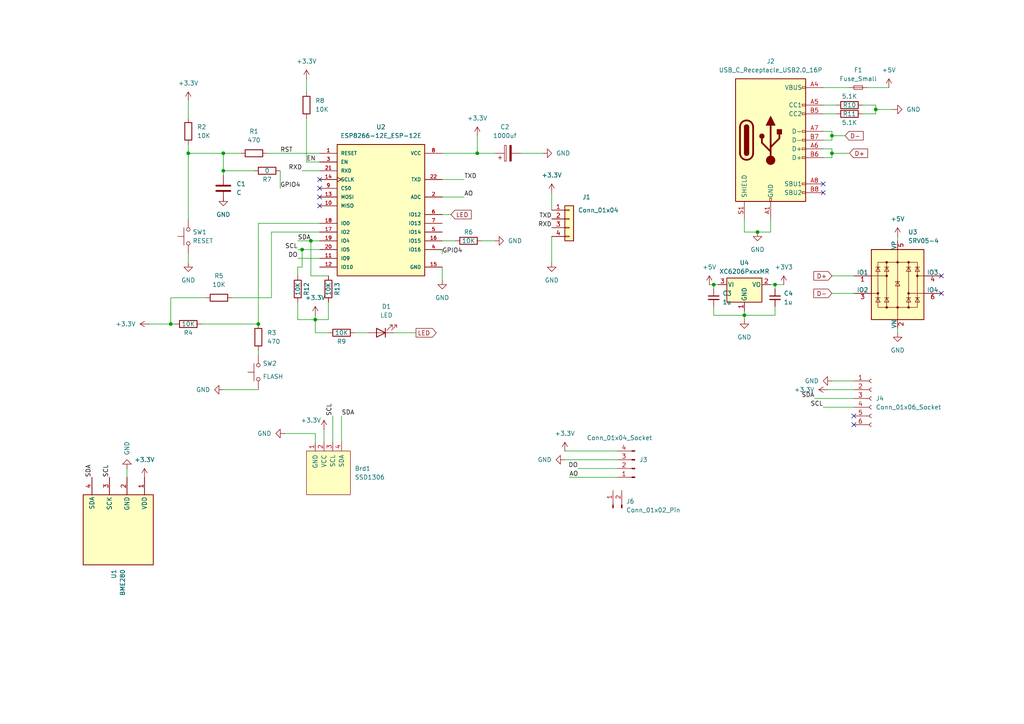
<source format=kicad_sch>
(kicad_sch
	(version 20231120)
	(generator "eeschema")
	(generator_version "8.0")
	(uuid "106acc45-d332-4e6c-a551-05f76775149a")
	(paper "A4")
	(lib_symbols
		(symbol "Connector:Conn_01x02_Pin"
			(pin_names
				(offset 1.016) hide)
			(exclude_from_sim no)
			(in_bom yes)
			(on_board yes)
			(property "Reference" "J"
				(at 0 2.54 0)
				(effects
					(font
						(size 1.27 1.27)
					)
				)
			)
			(property "Value" "Conn_01x02_Pin"
				(at 0 -5.08 0)
				(effects
					(font
						(size 1.27 1.27)
					)
				)
			)
			(property "Footprint" ""
				(at 0 0 0)
				(effects
					(font
						(size 1.27 1.27)
					)
					(hide yes)
				)
			)
			(property "Datasheet" "~"
				(at 0 0 0)
				(effects
					(font
						(size 1.27 1.27)
					)
					(hide yes)
				)
			)
			(property "Description" "Generic connector, single row, 01x02, script generated"
				(at 0 0 0)
				(effects
					(font
						(size 1.27 1.27)
					)
					(hide yes)
				)
			)
			(property "ki_locked" ""
				(at 0 0 0)
				(effects
					(font
						(size 1.27 1.27)
					)
				)
			)
			(property "ki_keywords" "connector"
				(at 0 0 0)
				(effects
					(font
						(size 1.27 1.27)
					)
					(hide yes)
				)
			)
			(property "ki_fp_filters" "Connector*:*_1x??_*"
				(at 0 0 0)
				(effects
					(font
						(size 1.27 1.27)
					)
					(hide yes)
				)
			)
			(symbol "Conn_01x02_Pin_1_1"
				(polyline
					(pts
						(xy 1.27 -2.54) (xy 0.8636 -2.54)
					)
					(stroke
						(width 0.1524)
						(type default)
					)
					(fill
						(type none)
					)
				)
				(polyline
					(pts
						(xy 1.27 0) (xy 0.8636 0)
					)
					(stroke
						(width 0.1524)
						(type default)
					)
					(fill
						(type none)
					)
				)
				(rectangle
					(start 0.8636 -2.413)
					(end 0 -2.667)
					(stroke
						(width 0.1524)
						(type default)
					)
					(fill
						(type outline)
					)
				)
				(rectangle
					(start 0.8636 0.127)
					(end 0 -0.127)
					(stroke
						(width 0.1524)
						(type default)
					)
					(fill
						(type outline)
					)
				)
				(pin passive line
					(at 5.08 0 180)
					(length 3.81)
					(name "Pin_1"
						(effects
							(font
								(size 1.27 1.27)
							)
						)
					)
					(number "1"
						(effects
							(font
								(size 1.27 1.27)
							)
						)
					)
				)
				(pin passive line
					(at 5.08 -2.54 180)
					(length 3.81)
					(name "Pin_2"
						(effects
							(font
								(size 1.27 1.27)
							)
						)
					)
					(number "2"
						(effects
							(font
								(size 1.27 1.27)
							)
						)
					)
				)
			)
		)
		(symbol "Connector:Conn_01x04_Pin"
			(pin_names
				(offset 1.016) hide)
			(exclude_from_sim no)
			(in_bom yes)
			(on_board yes)
			(property "Reference" "J"
				(at 0 5.08 0)
				(effects
					(font
						(size 1.27 1.27)
					)
				)
			)
			(property "Value" "Conn_01x04_Pin"
				(at 0 -7.62 0)
				(effects
					(font
						(size 1.27 1.27)
					)
				)
			)
			(property "Footprint" ""
				(at 0 0 0)
				(effects
					(font
						(size 1.27 1.27)
					)
					(hide yes)
				)
			)
			(property "Datasheet" "~"
				(at 0 0 0)
				(effects
					(font
						(size 1.27 1.27)
					)
					(hide yes)
				)
			)
			(property "Description" "Generic connector, single row, 01x04, script generated"
				(at 0 0 0)
				(effects
					(font
						(size 1.27 1.27)
					)
					(hide yes)
				)
			)
			(property "ki_locked" ""
				(at 0 0 0)
				(effects
					(font
						(size 1.27 1.27)
					)
				)
			)
			(property "ki_keywords" "connector"
				(at 0 0 0)
				(effects
					(font
						(size 1.27 1.27)
					)
					(hide yes)
				)
			)
			(property "ki_fp_filters" "Connector*:*_1x??_*"
				(at 0 0 0)
				(effects
					(font
						(size 1.27 1.27)
					)
					(hide yes)
				)
			)
			(symbol "Conn_01x04_Pin_1_1"
				(polyline
					(pts
						(xy 1.27 -5.08) (xy 0.8636 -5.08)
					)
					(stroke
						(width 0.1524)
						(type default)
					)
					(fill
						(type none)
					)
				)
				(polyline
					(pts
						(xy 1.27 -2.54) (xy 0.8636 -2.54)
					)
					(stroke
						(width 0.1524)
						(type default)
					)
					(fill
						(type none)
					)
				)
				(polyline
					(pts
						(xy 1.27 0) (xy 0.8636 0)
					)
					(stroke
						(width 0.1524)
						(type default)
					)
					(fill
						(type none)
					)
				)
				(polyline
					(pts
						(xy 1.27 2.54) (xy 0.8636 2.54)
					)
					(stroke
						(width 0.1524)
						(type default)
					)
					(fill
						(type none)
					)
				)
				(rectangle
					(start 0.8636 -4.953)
					(end 0 -5.207)
					(stroke
						(width 0.1524)
						(type default)
					)
					(fill
						(type outline)
					)
				)
				(rectangle
					(start 0.8636 -2.413)
					(end 0 -2.667)
					(stroke
						(width 0.1524)
						(type default)
					)
					(fill
						(type outline)
					)
				)
				(rectangle
					(start 0.8636 0.127)
					(end 0 -0.127)
					(stroke
						(width 0.1524)
						(type default)
					)
					(fill
						(type outline)
					)
				)
				(rectangle
					(start 0.8636 2.667)
					(end 0 2.413)
					(stroke
						(width 0.1524)
						(type default)
					)
					(fill
						(type outline)
					)
				)
				(pin passive line
					(at 5.08 2.54 180)
					(length 3.81)
					(name "Pin_1"
						(effects
							(font
								(size 1.27 1.27)
							)
						)
					)
					(number "1"
						(effects
							(font
								(size 1.27 1.27)
							)
						)
					)
				)
				(pin passive line
					(at 5.08 0 180)
					(length 3.81)
					(name "Pin_2"
						(effects
							(font
								(size 1.27 1.27)
							)
						)
					)
					(number "2"
						(effects
							(font
								(size 1.27 1.27)
							)
						)
					)
				)
				(pin passive line
					(at 5.08 -2.54 180)
					(length 3.81)
					(name "Pin_3"
						(effects
							(font
								(size 1.27 1.27)
							)
						)
					)
					(number "3"
						(effects
							(font
								(size 1.27 1.27)
							)
						)
					)
				)
				(pin passive line
					(at 5.08 -5.08 180)
					(length 3.81)
					(name "Pin_4"
						(effects
							(font
								(size 1.27 1.27)
							)
						)
					)
					(number "4"
						(effects
							(font
								(size 1.27 1.27)
							)
						)
					)
				)
			)
		)
		(symbol "Connector:Conn_01x06_Socket"
			(pin_names
				(offset 1.016) hide)
			(exclude_from_sim no)
			(in_bom yes)
			(on_board yes)
			(property "Reference" "J"
				(at 0 7.62 0)
				(effects
					(font
						(size 1.27 1.27)
					)
				)
			)
			(property "Value" "Conn_01x06_Socket"
				(at 0 -10.16 0)
				(effects
					(font
						(size 1.27 1.27)
					)
				)
			)
			(property "Footprint" ""
				(at 0 0 0)
				(effects
					(font
						(size 1.27 1.27)
					)
					(hide yes)
				)
			)
			(property "Datasheet" "~"
				(at 0 0 0)
				(effects
					(font
						(size 1.27 1.27)
					)
					(hide yes)
				)
			)
			(property "Description" "Generic connector, single row, 01x06, script generated"
				(at 0 0 0)
				(effects
					(font
						(size 1.27 1.27)
					)
					(hide yes)
				)
			)
			(property "ki_locked" ""
				(at 0 0 0)
				(effects
					(font
						(size 1.27 1.27)
					)
				)
			)
			(property "ki_keywords" "connector"
				(at 0 0 0)
				(effects
					(font
						(size 1.27 1.27)
					)
					(hide yes)
				)
			)
			(property "ki_fp_filters" "Connector*:*_1x??_*"
				(at 0 0 0)
				(effects
					(font
						(size 1.27 1.27)
					)
					(hide yes)
				)
			)
			(symbol "Conn_01x06_Socket_1_1"
				(arc
					(start 0 -7.112)
					(mid -0.5058 -7.62)
					(end 0 -8.128)
					(stroke
						(width 0.1524)
						(type default)
					)
					(fill
						(type none)
					)
				)
				(arc
					(start 0 -4.572)
					(mid -0.5058 -5.08)
					(end 0 -5.588)
					(stroke
						(width 0.1524)
						(type default)
					)
					(fill
						(type none)
					)
				)
				(arc
					(start 0 -2.032)
					(mid -0.5058 -2.54)
					(end 0 -3.048)
					(stroke
						(width 0.1524)
						(type default)
					)
					(fill
						(type none)
					)
				)
				(polyline
					(pts
						(xy -1.27 -7.62) (xy -0.508 -7.62)
					)
					(stroke
						(width 0.1524)
						(type default)
					)
					(fill
						(type none)
					)
				)
				(polyline
					(pts
						(xy -1.27 -5.08) (xy -0.508 -5.08)
					)
					(stroke
						(width 0.1524)
						(type default)
					)
					(fill
						(type none)
					)
				)
				(polyline
					(pts
						(xy -1.27 -2.54) (xy -0.508 -2.54)
					)
					(stroke
						(width 0.1524)
						(type default)
					)
					(fill
						(type none)
					)
				)
				(polyline
					(pts
						(xy -1.27 0) (xy -0.508 0)
					)
					(stroke
						(width 0.1524)
						(type default)
					)
					(fill
						(type none)
					)
				)
				(polyline
					(pts
						(xy -1.27 2.54) (xy -0.508 2.54)
					)
					(stroke
						(width 0.1524)
						(type default)
					)
					(fill
						(type none)
					)
				)
				(polyline
					(pts
						(xy -1.27 5.08) (xy -0.508 5.08)
					)
					(stroke
						(width 0.1524)
						(type default)
					)
					(fill
						(type none)
					)
				)
				(arc
					(start 0 0.508)
					(mid -0.5058 0)
					(end 0 -0.508)
					(stroke
						(width 0.1524)
						(type default)
					)
					(fill
						(type none)
					)
				)
				(arc
					(start 0 3.048)
					(mid -0.5058 2.54)
					(end 0 2.032)
					(stroke
						(width 0.1524)
						(type default)
					)
					(fill
						(type none)
					)
				)
				(arc
					(start 0 5.588)
					(mid -0.5058 5.08)
					(end 0 4.572)
					(stroke
						(width 0.1524)
						(type default)
					)
					(fill
						(type none)
					)
				)
				(pin passive line
					(at -5.08 5.08 0)
					(length 3.81)
					(name "Pin_1"
						(effects
							(font
								(size 1.27 1.27)
							)
						)
					)
					(number "1"
						(effects
							(font
								(size 1.27 1.27)
							)
						)
					)
				)
				(pin passive line
					(at -5.08 2.54 0)
					(length 3.81)
					(name "Pin_2"
						(effects
							(font
								(size 1.27 1.27)
							)
						)
					)
					(number "2"
						(effects
							(font
								(size 1.27 1.27)
							)
						)
					)
				)
				(pin passive line
					(at -5.08 0 0)
					(length 3.81)
					(name "Pin_3"
						(effects
							(font
								(size 1.27 1.27)
							)
						)
					)
					(number "3"
						(effects
							(font
								(size 1.27 1.27)
							)
						)
					)
				)
				(pin passive line
					(at -5.08 -2.54 0)
					(length 3.81)
					(name "Pin_4"
						(effects
							(font
								(size 1.27 1.27)
							)
						)
					)
					(number "4"
						(effects
							(font
								(size 1.27 1.27)
							)
						)
					)
				)
				(pin passive line
					(at -5.08 -5.08 0)
					(length 3.81)
					(name "Pin_5"
						(effects
							(font
								(size 1.27 1.27)
							)
						)
					)
					(number "5"
						(effects
							(font
								(size 1.27 1.27)
							)
						)
					)
				)
				(pin passive line
					(at -5.08 -7.62 0)
					(length 3.81)
					(name "Pin_6"
						(effects
							(font
								(size 1.27 1.27)
							)
						)
					)
					(number "6"
						(effects
							(font
								(size 1.27 1.27)
							)
						)
					)
				)
			)
		)
		(symbol "Connector:USB_C_Receptacle_USB2.0_16P"
			(pin_names
				(offset 1.016)
			)
			(exclude_from_sim no)
			(in_bom yes)
			(on_board yes)
			(property "Reference" "J"
				(at 0 22.225 0)
				(effects
					(font
						(size 1.27 1.27)
					)
				)
			)
			(property "Value" "USB_C_Receptacle_USB2.0_16P"
				(at 0 19.685 0)
				(effects
					(font
						(size 1.27 1.27)
					)
				)
			)
			(property "Footprint" ""
				(at 3.81 0 0)
				(effects
					(font
						(size 1.27 1.27)
					)
					(hide yes)
				)
			)
			(property "Datasheet" "https://www.usb.org/sites/default/files/documents/usb_type-c.zip"
				(at 3.81 0 0)
				(effects
					(font
						(size 1.27 1.27)
					)
					(hide yes)
				)
			)
			(property "Description" "USB 2.0-only 16P Type-C Receptacle connector"
				(at 0 0 0)
				(effects
					(font
						(size 1.27 1.27)
					)
					(hide yes)
				)
			)
			(property "ki_keywords" "usb universal serial bus type-C USB2.0"
				(at 0 0 0)
				(effects
					(font
						(size 1.27 1.27)
					)
					(hide yes)
				)
			)
			(property "ki_fp_filters" "USB*C*Receptacle*"
				(at 0 0 0)
				(effects
					(font
						(size 1.27 1.27)
					)
					(hide yes)
				)
			)
			(symbol "USB_C_Receptacle_USB2.0_16P_0_0"
				(rectangle
					(start -0.254 -17.78)
					(end 0.254 -16.764)
					(stroke
						(width 0)
						(type default)
					)
					(fill
						(type none)
					)
				)
				(rectangle
					(start 10.16 -14.986)
					(end 9.144 -15.494)
					(stroke
						(width 0)
						(type default)
					)
					(fill
						(type none)
					)
				)
				(rectangle
					(start 10.16 -12.446)
					(end 9.144 -12.954)
					(stroke
						(width 0)
						(type default)
					)
					(fill
						(type none)
					)
				)
				(rectangle
					(start 10.16 -4.826)
					(end 9.144 -5.334)
					(stroke
						(width 0)
						(type default)
					)
					(fill
						(type none)
					)
				)
				(rectangle
					(start 10.16 -2.286)
					(end 9.144 -2.794)
					(stroke
						(width 0)
						(type default)
					)
					(fill
						(type none)
					)
				)
				(rectangle
					(start 10.16 0.254)
					(end 9.144 -0.254)
					(stroke
						(width 0)
						(type default)
					)
					(fill
						(type none)
					)
				)
				(rectangle
					(start 10.16 2.794)
					(end 9.144 2.286)
					(stroke
						(width 0)
						(type default)
					)
					(fill
						(type none)
					)
				)
				(rectangle
					(start 10.16 7.874)
					(end 9.144 7.366)
					(stroke
						(width 0)
						(type default)
					)
					(fill
						(type none)
					)
				)
				(rectangle
					(start 10.16 10.414)
					(end 9.144 9.906)
					(stroke
						(width 0)
						(type default)
					)
					(fill
						(type none)
					)
				)
				(rectangle
					(start 10.16 15.494)
					(end 9.144 14.986)
					(stroke
						(width 0)
						(type default)
					)
					(fill
						(type none)
					)
				)
			)
			(symbol "USB_C_Receptacle_USB2.0_16P_0_1"
				(rectangle
					(start -10.16 17.78)
					(end 10.16 -17.78)
					(stroke
						(width 0.254)
						(type default)
					)
					(fill
						(type background)
					)
				)
				(arc
					(start -8.89 -3.81)
					(mid -6.985 -5.7067)
					(end -5.08 -3.81)
					(stroke
						(width 0.508)
						(type default)
					)
					(fill
						(type none)
					)
				)
				(arc
					(start -7.62 -3.81)
					(mid -6.985 -4.4423)
					(end -6.35 -3.81)
					(stroke
						(width 0.254)
						(type default)
					)
					(fill
						(type none)
					)
				)
				(arc
					(start -7.62 -3.81)
					(mid -6.985 -4.4423)
					(end -6.35 -3.81)
					(stroke
						(width 0.254)
						(type default)
					)
					(fill
						(type outline)
					)
				)
				(rectangle
					(start -7.62 -3.81)
					(end -6.35 3.81)
					(stroke
						(width 0.254)
						(type default)
					)
					(fill
						(type outline)
					)
				)
				(arc
					(start -6.35 3.81)
					(mid -6.985 4.4423)
					(end -7.62 3.81)
					(stroke
						(width 0.254)
						(type default)
					)
					(fill
						(type none)
					)
				)
				(arc
					(start -6.35 3.81)
					(mid -6.985 4.4423)
					(end -7.62 3.81)
					(stroke
						(width 0.254)
						(type default)
					)
					(fill
						(type outline)
					)
				)
				(arc
					(start -5.08 3.81)
					(mid -6.985 5.7067)
					(end -8.89 3.81)
					(stroke
						(width 0.508)
						(type default)
					)
					(fill
						(type none)
					)
				)
				(circle
					(center -2.54 1.143)
					(radius 0.635)
					(stroke
						(width 0.254)
						(type default)
					)
					(fill
						(type outline)
					)
				)
				(circle
					(center 0 -5.842)
					(radius 1.27)
					(stroke
						(width 0)
						(type default)
					)
					(fill
						(type outline)
					)
				)
				(polyline
					(pts
						(xy -8.89 -3.81) (xy -8.89 3.81)
					)
					(stroke
						(width 0.508)
						(type default)
					)
					(fill
						(type none)
					)
				)
				(polyline
					(pts
						(xy -5.08 3.81) (xy -5.08 -3.81)
					)
					(stroke
						(width 0.508)
						(type default)
					)
					(fill
						(type none)
					)
				)
				(polyline
					(pts
						(xy 0 -5.842) (xy 0 4.318)
					)
					(stroke
						(width 0.508)
						(type default)
					)
					(fill
						(type none)
					)
				)
				(polyline
					(pts
						(xy 0 -3.302) (xy -2.54 -0.762) (xy -2.54 0.508)
					)
					(stroke
						(width 0.508)
						(type default)
					)
					(fill
						(type none)
					)
				)
				(polyline
					(pts
						(xy 0 -2.032) (xy 2.54 0.508) (xy 2.54 1.778)
					)
					(stroke
						(width 0.508)
						(type default)
					)
					(fill
						(type none)
					)
				)
				(polyline
					(pts
						(xy -1.27 4.318) (xy 0 6.858) (xy 1.27 4.318) (xy -1.27 4.318)
					)
					(stroke
						(width 0.254)
						(type default)
					)
					(fill
						(type outline)
					)
				)
				(rectangle
					(start 1.905 1.778)
					(end 3.175 3.048)
					(stroke
						(width 0.254)
						(type default)
					)
					(fill
						(type outline)
					)
				)
			)
			(symbol "USB_C_Receptacle_USB2.0_16P_1_1"
				(pin passive line
					(at 0 -22.86 90)
					(length 5.08)
					(name "GND"
						(effects
							(font
								(size 1.27 1.27)
							)
						)
					)
					(number "A1"
						(effects
							(font
								(size 1.27 1.27)
							)
						)
					)
				)
				(pin passive line
					(at 0 -22.86 90)
					(length 5.08) hide
					(name "GND"
						(effects
							(font
								(size 1.27 1.27)
							)
						)
					)
					(number "A12"
						(effects
							(font
								(size 1.27 1.27)
							)
						)
					)
				)
				(pin passive line
					(at 15.24 15.24 180)
					(length 5.08)
					(name "VBUS"
						(effects
							(font
								(size 1.27 1.27)
							)
						)
					)
					(number "A4"
						(effects
							(font
								(size 1.27 1.27)
							)
						)
					)
				)
				(pin bidirectional line
					(at 15.24 10.16 180)
					(length 5.08)
					(name "CC1"
						(effects
							(font
								(size 1.27 1.27)
							)
						)
					)
					(number "A5"
						(effects
							(font
								(size 1.27 1.27)
							)
						)
					)
				)
				(pin bidirectional line
					(at 15.24 -2.54 180)
					(length 5.08)
					(name "D+"
						(effects
							(font
								(size 1.27 1.27)
							)
						)
					)
					(number "A6"
						(effects
							(font
								(size 1.27 1.27)
							)
						)
					)
				)
				(pin bidirectional line
					(at 15.24 2.54 180)
					(length 5.08)
					(name "D-"
						(effects
							(font
								(size 1.27 1.27)
							)
						)
					)
					(number "A7"
						(effects
							(font
								(size 1.27 1.27)
							)
						)
					)
				)
				(pin bidirectional line
					(at 15.24 -12.7 180)
					(length 5.08)
					(name "SBU1"
						(effects
							(font
								(size 1.27 1.27)
							)
						)
					)
					(number "A8"
						(effects
							(font
								(size 1.27 1.27)
							)
						)
					)
				)
				(pin passive line
					(at 15.24 15.24 180)
					(length 5.08) hide
					(name "VBUS"
						(effects
							(font
								(size 1.27 1.27)
							)
						)
					)
					(number "A9"
						(effects
							(font
								(size 1.27 1.27)
							)
						)
					)
				)
				(pin passive line
					(at 0 -22.86 90)
					(length 5.08) hide
					(name "GND"
						(effects
							(font
								(size 1.27 1.27)
							)
						)
					)
					(number "B1"
						(effects
							(font
								(size 1.27 1.27)
							)
						)
					)
				)
				(pin passive line
					(at 0 -22.86 90)
					(length 5.08) hide
					(name "GND"
						(effects
							(font
								(size 1.27 1.27)
							)
						)
					)
					(number "B12"
						(effects
							(font
								(size 1.27 1.27)
							)
						)
					)
				)
				(pin passive line
					(at 15.24 15.24 180)
					(length 5.08) hide
					(name "VBUS"
						(effects
							(font
								(size 1.27 1.27)
							)
						)
					)
					(number "B4"
						(effects
							(font
								(size 1.27 1.27)
							)
						)
					)
				)
				(pin bidirectional line
					(at 15.24 7.62 180)
					(length 5.08)
					(name "CC2"
						(effects
							(font
								(size 1.27 1.27)
							)
						)
					)
					(number "B5"
						(effects
							(font
								(size 1.27 1.27)
							)
						)
					)
				)
				(pin bidirectional line
					(at 15.24 -5.08 180)
					(length 5.08)
					(name "D+"
						(effects
							(font
								(size 1.27 1.27)
							)
						)
					)
					(number "B6"
						(effects
							(font
								(size 1.27 1.27)
							)
						)
					)
				)
				(pin bidirectional line
					(at 15.24 0 180)
					(length 5.08)
					(name "D-"
						(effects
							(font
								(size 1.27 1.27)
							)
						)
					)
					(number "B7"
						(effects
							(font
								(size 1.27 1.27)
							)
						)
					)
				)
				(pin bidirectional line
					(at 15.24 -15.24 180)
					(length 5.08)
					(name "SBU2"
						(effects
							(font
								(size 1.27 1.27)
							)
						)
					)
					(number "B8"
						(effects
							(font
								(size 1.27 1.27)
							)
						)
					)
				)
				(pin passive line
					(at 15.24 15.24 180)
					(length 5.08) hide
					(name "VBUS"
						(effects
							(font
								(size 1.27 1.27)
							)
						)
					)
					(number "B9"
						(effects
							(font
								(size 1.27 1.27)
							)
						)
					)
				)
				(pin passive line
					(at -7.62 -22.86 90)
					(length 5.08)
					(name "SHIELD"
						(effects
							(font
								(size 1.27 1.27)
							)
						)
					)
					(number "S1"
						(effects
							(font
								(size 1.27 1.27)
							)
						)
					)
				)
			)
		)
		(symbol "Connector_Generic:Conn_01x04"
			(pin_names
				(offset 1.016) hide)
			(exclude_from_sim no)
			(in_bom yes)
			(on_board yes)
			(property "Reference" "J"
				(at 0 5.08 0)
				(effects
					(font
						(size 1.27 1.27)
					)
				)
			)
			(property "Value" "Conn_01x04"
				(at 0 -7.62 0)
				(effects
					(font
						(size 1.27 1.27)
					)
				)
			)
			(property "Footprint" ""
				(at 0 0 0)
				(effects
					(font
						(size 1.27 1.27)
					)
					(hide yes)
				)
			)
			(property "Datasheet" "~"
				(at 0 0 0)
				(effects
					(font
						(size 1.27 1.27)
					)
					(hide yes)
				)
			)
			(property "Description" "Generic connector, single row, 01x04, script generated (kicad-library-utils/schlib/autogen/connector/)"
				(at 0 0 0)
				(effects
					(font
						(size 1.27 1.27)
					)
					(hide yes)
				)
			)
			(property "ki_keywords" "connector"
				(at 0 0 0)
				(effects
					(font
						(size 1.27 1.27)
					)
					(hide yes)
				)
			)
			(property "ki_fp_filters" "Connector*:*_1x??_*"
				(at 0 0 0)
				(effects
					(font
						(size 1.27 1.27)
					)
					(hide yes)
				)
			)
			(symbol "Conn_01x04_1_1"
				(rectangle
					(start -1.27 -4.953)
					(end 0 -5.207)
					(stroke
						(width 0.1524)
						(type default)
					)
					(fill
						(type none)
					)
				)
				(rectangle
					(start -1.27 -2.413)
					(end 0 -2.667)
					(stroke
						(width 0.1524)
						(type default)
					)
					(fill
						(type none)
					)
				)
				(rectangle
					(start -1.27 0.127)
					(end 0 -0.127)
					(stroke
						(width 0.1524)
						(type default)
					)
					(fill
						(type none)
					)
				)
				(rectangle
					(start -1.27 2.667)
					(end 0 2.413)
					(stroke
						(width 0.1524)
						(type default)
					)
					(fill
						(type none)
					)
				)
				(rectangle
					(start -1.27 3.81)
					(end 1.27 -6.35)
					(stroke
						(width 0.254)
						(type default)
					)
					(fill
						(type background)
					)
				)
				(pin passive line
					(at -5.08 2.54 0)
					(length 3.81)
					(name "Pin_1"
						(effects
							(font
								(size 1.27 1.27)
							)
						)
					)
					(number "1"
						(effects
							(font
								(size 1.27 1.27)
							)
						)
					)
				)
				(pin passive line
					(at -5.08 0 0)
					(length 3.81)
					(name "Pin_2"
						(effects
							(font
								(size 1.27 1.27)
							)
						)
					)
					(number "2"
						(effects
							(font
								(size 1.27 1.27)
							)
						)
					)
				)
				(pin passive line
					(at -5.08 -2.54 0)
					(length 3.81)
					(name "Pin_3"
						(effects
							(font
								(size 1.27 1.27)
							)
						)
					)
					(number "3"
						(effects
							(font
								(size 1.27 1.27)
							)
						)
					)
				)
				(pin passive line
					(at -5.08 -5.08 0)
					(length 3.81)
					(name "Pin_4"
						(effects
							(font
								(size 1.27 1.27)
							)
						)
					)
					(number "4"
						(effects
							(font
								(size 1.27 1.27)
							)
						)
					)
				)
			)
		)
		(symbol "Device:C"
			(pin_numbers hide)
			(pin_names
				(offset 0.254)
			)
			(exclude_from_sim no)
			(in_bom yes)
			(on_board yes)
			(property "Reference" "C"
				(at 0.635 2.54 0)
				(effects
					(font
						(size 1.27 1.27)
					)
					(justify left)
				)
			)
			(property "Value" "C"
				(at 0.635 -2.54 0)
				(effects
					(font
						(size 1.27 1.27)
					)
					(justify left)
				)
			)
			(property "Footprint" ""
				(at 0.9652 -3.81 0)
				(effects
					(font
						(size 1.27 1.27)
					)
					(hide yes)
				)
			)
			(property "Datasheet" "~"
				(at 0 0 0)
				(effects
					(font
						(size 1.27 1.27)
					)
					(hide yes)
				)
			)
			(property "Description" "Unpolarized capacitor"
				(at 0 0 0)
				(effects
					(font
						(size 1.27 1.27)
					)
					(hide yes)
				)
			)
			(property "ki_keywords" "cap capacitor"
				(at 0 0 0)
				(effects
					(font
						(size 1.27 1.27)
					)
					(hide yes)
				)
			)
			(property "ki_fp_filters" "C_*"
				(at 0 0 0)
				(effects
					(font
						(size 1.27 1.27)
					)
					(hide yes)
				)
			)
			(symbol "C_0_1"
				(polyline
					(pts
						(xy -2.032 -0.762) (xy 2.032 -0.762)
					)
					(stroke
						(width 0.508)
						(type default)
					)
					(fill
						(type none)
					)
				)
				(polyline
					(pts
						(xy -2.032 0.762) (xy 2.032 0.762)
					)
					(stroke
						(width 0.508)
						(type default)
					)
					(fill
						(type none)
					)
				)
			)
			(symbol "C_1_1"
				(pin passive line
					(at 0 3.81 270)
					(length 2.794)
					(name "~"
						(effects
							(font
								(size 1.27 1.27)
							)
						)
					)
					(number "1"
						(effects
							(font
								(size 1.27 1.27)
							)
						)
					)
				)
				(pin passive line
					(at 0 -3.81 90)
					(length 2.794)
					(name "~"
						(effects
							(font
								(size 1.27 1.27)
							)
						)
					)
					(number "2"
						(effects
							(font
								(size 1.27 1.27)
							)
						)
					)
				)
			)
		)
		(symbol "Device:C_Polarized"
			(pin_numbers hide)
			(pin_names
				(offset 0.254)
			)
			(exclude_from_sim no)
			(in_bom yes)
			(on_board yes)
			(property "Reference" "C"
				(at 0.635 2.54 0)
				(effects
					(font
						(size 1.27 1.27)
					)
					(justify left)
				)
			)
			(property "Value" "C_Polarized"
				(at 0.635 -2.54 0)
				(effects
					(font
						(size 1.27 1.27)
					)
					(justify left)
				)
			)
			(property "Footprint" ""
				(at 0.9652 -3.81 0)
				(effects
					(font
						(size 1.27 1.27)
					)
					(hide yes)
				)
			)
			(property "Datasheet" "~"
				(at 0 0 0)
				(effects
					(font
						(size 1.27 1.27)
					)
					(hide yes)
				)
			)
			(property "Description" "Polarized capacitor"
				(at 0 0 0)
				(effects
					(font
						(size 1.27 1.27)
					)
					(hide yes)
				)
			)
			(property "ki_keywords" "cap capacitor"
				(at 0 0 0)
				(effects
					(font
						(size 1.27 1.27)
					)
					(hide yes)
				)
			)
			(property "ki_fp_filters" "CP_*"
				(at 0 0 0)
				(effects
					(font
						(size 1.27 1.27)
					)
					(hide yes)
				)
			)
			(symbol "C_Polarized_0_1"
				(rectangle
					(start -2.286 0.508)
					(end 2.286 1.016)
					(stroke
						(width 0)
						(type default)
					)
					(fill
						(type none)
					)
				)
				(polyline
					(pts
						(xy -1.778 2.286) (xy -0.762 2.286)
					)
					(stroke
						(width 0)
						(type default)
					)
					(fill
						(type none)
					)
				)
				(polyline
					(pts
						(xy -1.27 2.794) (xy -1.27 1.778)
					)
					(stroke
						(width 0)
						(type default)
					)
					(fill
						(type none)
					)
				)
				(rectangle
					(start 2.286 -0.508)
					(end -2.286 -1.016)
					(stroke
						(width 0)
						(type default)
					)
					(fill
						(type outline)
					)
				)
			)
			(symbol "C_Polarized_1_1"
				(pin passive line
					(at 0 3.81 270)
					(length 2.794)
					(name "~"
						(effects
							(font
								(size 1.27 1.27)
							)
						)
					)
					(number "1"
						(effects
							(font
								(size 1.27 1.27)
							)
						)
					)
				)
				(pin passive line
					(at 0 -3.81 90)
					(length 2.794)
					(name "~"
						(effects
							(font
								(size 1.27 1.27)
							)
						)
					)
					(number "2"
						(effects
							(font
								(size 1.27 1.27)
							)
						)
					)
				)
			)
		)
		(symbol "Device:C_Small"
			(pin_numbers hide)
			(pin_names
				(offset 0.254) hide)
			(exclude_from_sim no)
			(in_bom yes)
			(on_board yes)
			(property "Reference" "C"
				(at 0.254 1.778 0)
				(effects
					(font
						(size 1.27 1.27)
					)
					(justify left)
				)
			)
			(property "Value" "C_Small"
				(at 0.254 -2.032 0)
				(effects
					(font
						(size 1.27 1.27)
					)
					(justify left)
				)
			)
			(property "Footprint" ""
				(at 0 0 0)
				(effects
					(font
						(size 1.27 1.27)
					)
					(hide yes)
				)
			)
			(property "Datasheet" "~"
				(at 0 0 0)
				(effects
					(font
						(size 1.27 1.27)
					)
					(hide yes)
				)
			)
			(property "Description" "Unpolarized capacitor, small symbol"
				(at 0 0 0)
				(effects
					(font
						(size 1.27 1.27)
					)
					(hide yes)
				)
			)
			(property "ki_keywords" "capacitor cap"
				(at 0 0 0)
				(effects
					(font
						(size 1.27 1.27)
					)
					(hide yes)
				)
			)
			(property "ki_fp_filters" "C_*"
				(at 0 0 0)
				(effects
					(font
						(size 1.27 1.27)
					)
					(hide yes)
				)
			)
			(symbol "C_Small_0_1"
				(polyline
					(pts
						(xy -1.524 -0.508) (xy 1.524 -0.508)
					)
					(stroke
						(width 0.3302)
						(type default)
					)
					(fill
						(type none)
					)
				)
				(polyline
					(pts
						(xy -1.524 0.508) (xy 1.524 0.508)
					)
					(stroke
						(width 0.3048)
						(type default)
					)
					(fill
						(type none)
					)
				)
			)
			(symbol "C_Small_1_1"
				(pin passive line
					(at 0 2.54 270)
					(length 2.032)
					(name "~"
						(effects
							(font
								(size 1.27 1.27)
							)
						)
					)
					(number "1"
						(effects
							(font
								(size 1.27 1.27)
							)
						)
					)
				)
				(pin passive line
					(at 0 -2.54 90)
					(length 2.032)
					(name "~"
						(effects
							(font
								(size 1.27 1.27)
							)
						)
					)
					(number "2"
						(effects
							(font
								(size 1.27 1.27)
							)
						)
					)
				)
			)
		)
		(symbol "Device:Fuse_Small"
			(pin_numbers hide)
			(pin_names
				(offset 0.254) hide)
			(exclude_from_sim no)
			(in_bom yes)
			(on_board yes)
			(property "Reference" "F"
				(at 0 -1.524 0)
				(effects
					(font
						(size 1.27 1.27)
					)
				)
			)
			(property "Value" "Fuse_Small"
				(at 0 1.524 0)
				(effects
					(font
						(size 1.27 1.27)
					)
				)
			)
			(property "Footprint" ""
				(at 0 0 0)
				(effects
					(font
						(size 1.27 1.27)
					)
					(hide yes)
				)
			)
			(property "Datasheet" "~"
				(at 0 0 0)
				(effects
					(font
						(size 1.27 1.27)
					)
					(hide yes)
				)
			)
			(property "Description" "Fuse, small symbol"
				(at 0 0 0)
				(effects
					(font
						(size 1.27 1.27)
					)
					(hide yes)
				)
			)
			(property "ki_keywords" "fuse"
				(at 0 0 0)
				(effects
					(font
						(size 1.27 1.27)
					)
					(hide yes)
				)
			)
			(property "ki_fp_filters" "*Fuse*"
				(at 0 0 0)
				(effects
					(font
						(size 1.27 1.27)
					)
					(hide yes)
				)
			)
			(symbol "Fuse_Small_0_1"
				(rectangle
					(start -1.27 0.508)
					(end 1.27 -0.508)
					(stroke
						(width 0)
						(type default)
					)
					(fill
						(type none)
					)
				)
				(polyline
					(pts
						(xy -1.27 0) (xy 1.27 0)
					)
					(stroke
						(width 0)
						(type default)
					)
					(fill
						(type none)
					)
				)
			)
			(symbol "Fuse_Small_1_1"
				(pin passive line
					(at -2.54 0 0)
					(length 1.27)
					(name "~"
						(effects
							(font
								(size 1.27 1.27)
							)
						)
					)
					(number "1"
						(effects
							(font
								(size 1.27 1.27)
							)
						)
					)
				)
				(pin passive line
					(at 2.54 0 180)
					(length 1.27)
					(name "~"
						(effects
							(font
								(size 1.27 1.27)
							)
						)
					)
					(number "2"
						(effects
							(font
								(size 1.27 1.27)
							)
						)
					)
				)
			)
		)
		(symbol "Device:LED"
			(pin_numbers hide)
			(pin_names
				(offset 1.016) hide)
			(exclude_from_sim no)
			(in_bom yes)
			(on_board yes)
			(property "Reference" "D"
				(at 0 2.54 0)
				(effects
					(font
						(size 1.27 1.27)
					)
				)
			)
			(property "Value" "LED"
				(at 0 -2.54 0)
				(effects
					(font
						(size 1.27 1.27)
					)
				)
			)
			(property "Footprint" ""
				(at 0 0 0)
				(effects
					(font
						(size 1.27 1.27)
					)
					(hide yes)
				)
			)
			(property "Datasheet" "~"
				(at 0 0 0)
				(effects
					(font
						(size 1.27 1.27)
					)
					(hide yes)
				)
			)
			(property "Description" "Light emitting diode"
				(at 0 0 0)
				(effects
					(font
						(size 1.27 1.27)
					)
					(hide yes)
				)
			)
			(property "ki_keywords" "LED diode"
				(at 0 0 0)
				(effects
					(font
						(size 1.27 1.27)
					)
					(hide yes)
				)
			)
			(property "ki_fp_filters" "LED* LED_SMD:* LED_THT:*"
				(at 0 0 0)
				(effects
					(font
						(size 1.27 1.27)
					)
					(hide yes)
				)
			)
			(symbol "LED_0_1"
				(polyline
					(pts
						(xy -1.27 -1.27) (xy -1.27 1.27)
					)
					(stroke
						(width 0.254)
						(type default)
					)
					(fill
						(type none)
					)
				)
				(polyline
					(pts
						(xy -1.27 0) (xy 1.27 0)
					)
					(stroke
						(width 0)
						(type default)
					)
					(fill
						(type none)
					)
				)
				(polyline
					(pts
						(xy 1.27 -1.27) (xy 1.27 1.27) (xy -1.27 0) (xy 1.27 -1.27)
					)
					(stroke
						(width 0.254)
						(type default)
					)
					(fill
						(type none)
					)
				)
				(polyline
					(pts
						(xy -3.048 -0.762) (xy -4.572 -2.286) (xy -3.81 -2.286) (xy -4.572 -2.286) (xy -4.572 -1.524)
					)
					(stroke
						(width 0)
						(type default)
					)
					(fill
						(type none)
					)
				)
				(polyline
					(pts
						(xy -1.778 -0.762) (xy -3.302 -2.286) (xy -2.54 -2.286) (xy -3.302 -2.286) (xy -3.302 -1.524)
					)
					(stroke
						(width 0)
						(type default)
					)
					(fill
						(type none)
					)
				)
			)
			(symbol "LED_1_1"
				(pin passive line
					(at -3.81 0 0)
					(length 2.54)
					(name "K"
						(effects
							(font
								(size 1.27 1.27)
							)
						)
					)
					(number "1"
						(effects
							(font
								(size 1.27 1.27)
							)
						)
					)
				)
				(pin passive line
					(at 3.81 0 180)
					(length 2.54)
					(name "A"
						(effects
							(font
								(size 1.27 1.27)
							)
						)
					)
					(number "2"
						(effects
							(font
								(size 1.27 1.27)
							)
						)
					)
				)
			)
		)
		(symbol "Device:R"
			(pin_numbers hide)
			(pin_names
				(offset 0)
			)
			(exclude_from_sim no)
			(in_bom yes)
			(on_board yes)
			(property "Reference" "R"
				(at 2.032 0 90)
				(effects
					(font
						(size 1.27 1.27)
					)
				)
			)
			(property "Value" "R"
				(at 0 0 90)
				(effects
					(font
						(size 1.27 1.27)
					)
				)
			)
			(property "Footprint" ""
				(at -1.778 0 90)
				(effects
					(font
						(size 1.27 1.27)
					)
					(hide yes)
				)
			)
			(property "Datasheet" "~"
				(at 0 0 0)
				(effects
					(font
						(size 1.27 1.27)
					)
					(hide yes)
				)
			)
			(property "Description" "Resistor"
				(at 0 0 0)
				(effects
					(font
						(size 1.27 1.27)
					)
					(hide yes)
				)
			)
			(property "ki_keywords" "R res resistor"
				(at 0 0 0)
				(effects
					(font
						(size 1.27 1.27)
					)
					(hide yes)
				)
			)
			(property "ki_fp_filters" "R_*"
				(at 0 0 0)
				(effects
					(font
						(size 1.27 1.27)
					)
					(hide yes)
				)
			)
			(symbol "R_0_1"
				(rectangle
					(start -1.016 -2.54)
					(end 1.016 2.54)
					(stroke
						(width 0.254)
						(type default)
					)
					(fill
						(type none)
					)
				)
			)
			(symbol "R_1_1"
				(pin passive line
					(at 0 3.81 270)
					(length 1.27)
					(name "~"
						(effects
							(font
								(size 1.27 1.27)
							)
						)
					)
					(number "1"
						(effects
							(font
								(size 1.27 1.27)
							)
						)
					)
				)
				(pin passive line
					(at 0 -3.81 90)
					(length 1.27)
					(name "~"
						(effects
							(font
								(size 1.27 1.27)
							)
						)
					)
					(number "2"
						(effects
							(font
								(size 1.27 1.27)
							)
						)
					)
				)
			)
		)
		(symbol "Power_Protection:SRV05-4"
			(pin_names
				(offset 0)
			)
			(exclude_from_sim no)
			(in_bom yes)
			(on_board yes)
			(property "Reference" "U"
				(at -5.08 11.43 0)
				(effects
					(font
						(size 1.27 1.27)
					)
					(justify right)
				)
			)
			(property "Value" "SRV05-4"
				(at 2.54 11.43 0)
				(effects
					(font
						(size 1.27 1.27)
					)
					(justify left)
				)
			)
			(property "Footprint" "Package_TO_SOT_SMD:SOT-23-6"
				(at 17.78 -11.43 0)
				(effects
					(font
						(size 1.27 1.27)
					)
					(hide yes)
				)
			)
			(property "Datasheet" "http://www.onsemi.com/pub/Collateral/SRV05-4-D.PDF"
				(at 0 0 0)
				(effects
					(font
						(size 1.27 1.27)
					)
					(hide yes)
				)
			)
			(property "Description" "ESD Protection Diodes with Low Clamping Voltage, SOT-23-6"
				(at 0 0 0)
				(effects
					(font
						(size 1.27 1.27)
					)
					(hide yes)
				)
			)
			(property "ki_keywords" "ESD protection diodes"
				(at 0 0 0)
				(effects
					(font
						(size 1.27 1.27)
					)
					(hide yes)
				)
			)
			(property "ki_fp_filters" "SOT?23*"
				(at 0 0 0)
				(effects
					(font
						(size 1.27 1.27)
					)
					(hide yes)
				)
			)
			(symbol "SRV05-4_0_0"
				(rectangle
					(start -5.715 6.477)
					(end 5.715 -6.604)
					(stroke
						(width 0)
						(type default)
					)
					(fill
						(type none)
					)
				)
				(polyline
					(pts
						(xy -3.175 -6.604) (xy -3.175 6.477)
					)
					(stroke
						(width 0)
						(type default)
					)
					(fill
						(type none)
					)
				)
				(polyline
					(pts
						(xy 3.175 6.477) (xy 3.175 -6.604)
					)
					(stroke
						(width 0)
						(type default)
					)
					(fill
						(type none)
					)
				)
			)
			(symbol "SRV05-4_0_1"
				(rectangle
					(start -7.62 10.16)
					(end 7.62 -10.16)
					(stroke
						(width 0.254)
						(type default)
					)
					(fill
						(type background)
					)
				)
				(circle
					(center -5.715 -2.54)
					(radius 0.2794)
					(stroke
						(width 0)
						(type default)
					)
					(fill
						(type outline)
					)
				)
				(circle
					(center -3.175 -6.604)
					(radius 0.2794)
					(stroke
						(width 0)
						(type default)
					)
					(fill
						(type outline)
					)
				)
				(circle
					(center -3.175 2.54)
					(radius 0.2794)
					(stroke
						(width 0)
						(type default)
					)
					(fill
						(type outline)
					)
				)
				(circle
					(center -3.175 6.477)
					(radius 0.2794)
					(stroke
						(width 0)
						(type default)
					)
					(fill
						(type outline)
					)
				)
				(circle
					(center 0 -6.604)
					(radius 0.2794)
					(stroke
						(width 0)
						(type default)
					)
					(fill
						(type outline)
					)
				)
				(polyline
					(pts
						(xy -7.747 2.54) (xy -3.175 2.54)
					)
					(stroke
						(width 0)
						(type default)
					)
					(fill
						(type none)
					)
				)
				(polyline
					(pts
						(xy -7.62 -2.54) (xy -5.715 -2.54)
					)
					(stroke
						(width 0)
						(type default)
					)
					(fill
						(type none)
					)
				)
				(polyline
					(pts
						(xy -5.08 -3.81) (xy -6.35 -3.81)
					)
					(stroke
						(width 0)
						(type default)
					)
					(fill
						(type none)
					)
				)
				(polyline
					(pts
						(xy -5.08 5.08) (xy -6.35 5.08)
					)
					(stroke
						(width 0)
						(type default)
					)
					(fill
						(type none)
					)
				)
				(polyline
					(pts
						(xy -2.54 -3.81) (xy -3.81 -3.81)
					)
					(stroke
						(width 0)
						(type default)
					)
					(fill
						(type none)
					)
				)
				(polyline
					(pts
						(xy -2.54 5.08) (xy -3.81 5.08)
					)
					(stroke
						(width 0)
						(type default)
					)
					(fill
						(type none)
					)
				)
				(polyline
					(pts
						(xy 0 10.16) (xy 0 -10.16)
					)
					(stroke
						(width 0)
						(type default)
					)
					(fill
						(type none)
					)
				)
				(polyline
					(pts
						(xy 3.81 -3.81) (xy 2.54 -3.81)
					)
					(stroke
						(width 0)
						(type default)
					)
					(fill
						(type none)
					)
				)
				(polyline
					(pts
						(xy 3.81 5.08) (xy 2.54 5.08)
					)
					(stroke
						(width 0)
						(type default)
					)
					(fill
						(type none)
					)
				)
				(polyline
					(pts
						(xy 6.35 -3.81) (xy 5.08 -3.81)
					)
					(stroke
						(width 0)
						(type default)
					)
					(fill
						(type none)
					)
				)
				(polyline
					(pts
						(xy 6.35 5.08) (xy 5.08 5.08)
					)
					(stroke
						(width 0)
						(type default)
					)
					(fill
						(type none)
					)
				)
				(polyline
					(pts
						(xy 7.62 -2.54) (xy 3.175 -2.54)
					)
					(stroke
						(width 0)
						(type default)
					)
					(fill
						(type none)
					)
				)
				(polyline
					(pts
						(xy 7.62 2.54) (xy 5.715 2.54)
					)
					(stroke
						(width 0)
						(type default)
					)
					(fill
						(type none)
					)
				)
				(polyline
					(pts
						(xy 0.635 0.889) (xy -0.635 0.889) (xy -0.635 0.635)
					)
					(stroke
						(width 0)
						(type default)
					)
					(fill
						(type none)
					)
				)
				(polyline
					(pts
						(xy -5.08 -5.08) (xy -6.35 -5.08) (xy -5.715 -3.81) (xy -5.08 -5.08)
					)
					(stroke
						(width 0)
						(type default)
					)
					(fill
						(type none)
					)
				)
				(polyline
					(pts
						(xy -5.08 3.81) (xy -6.35 3.81) (xy -5.715 5.08) (xy -5.08 3.81)
					)
					(stroke
						(width 0)
						(type default)
					)
					(fill
						(type none)
					)
				)
				(polyline
					(pts
						(xy -2.54 -5.08) (xy -3.81 -5.08) (xy -3.175 -3.81) (xy -2.54 -5.08)
					)
					(stroke
						(width 0)
						(type default)
					)
					(fill
						(type none)
					)
				)
				(polyline
					(pts
						(xy -2.54 3.81) (xy -3.81 3.81) (xy -3.175 5.08) (xy -2.54 3.81)
					)
					(stroke
						(width 0)
						(type default)
					)
					(fill
						(type none)
					)
				)
				(polyline
					(pts
						(xy 0.635 -0.381) (xy -0.635 -0.381) (xy 0 0.889) (xy 0.635 -0.381)
					)
					(stroke
						(width 0)
						(type default)
					)
					(fill
						(type none)
					)
				)
				(polyline
					(pts
						(xy 3.81 -5.08) (xy 2.54 -5.08) (xy 3.175 -3.81) (xy 3.81 -5.08)
					)
					(stroke
						(width 0)
						(type default)
					)
					(fill
						(type none)
					)
				)
				(polyline
					(pts
						(xy 3.81 3.81) (xy 2.54 3.81) (xy 3.175 5.08) (xy 3.81 3.81)
					)
					(stroke
						(width 0)
						(type default)
					)
					(fill
						(type none)
					)
				)
				(polyline
					(pts
						(xy 6.35 -5.08) (xy 5.08 -5.08) (xy 5.715 -3.81) (xy 6.35 -5.08)
					)
					(stroke
						(width 0)
						(type default)
					)
					(fill
						(type none)
					)
				)
				(polyline
					(pts
						(xy 6.35 3.81) (xy 5.08 3.81) (xy 5.715 5.08) (xy 6.35 3.81)
					)
					(stroke
						(width 0)
						(type default)
					)
					(fill
						(type none)
					)
				)
				(circle
					(center 0 6.477)
					(radius 0.2794)
					(stroke
						(width 0)
						(type default)
					)
					(fill
						(type outline)
					)
				)
				(circle
					(center 3.175 -6.604)
					(radius 0.2794)
					(stroke
						(width 0)
						(type default)
					)
					(fill
						(type outline)
					)
				)
				(circle
					(center 3.175 -2.54)
					(radius 0.2794)
					(stroke
						(width 0)
						(type default)
					)
					(fill
						(type outline)
					)
				)
				(circle
					(center 3.175 6.477)
					(radius 0.2794)
					(stroke
						(width 0)
						(type default)
					)
					(fill
						(type outline)
					)
				)
				(circle
					(center 5.715 2.54)
					(radius 0.2794)
					(stroke
						(width 0)
						(type default)
					)
					(fill
						(type outline)
					)
				)
			)
			(symbol "SRV05-4_1_1"
				(pin passive line
					(at -12.7 2.54 0)
					(length 5.08)
					(name "IO1"
						(effects
							(font
								(size 1.27 1.27)
							)
						)
					)
					(number "1"
						(effects
							(font
								(size 1.27 1.27)
							)
						)
					)
				)
				(pin passive line
					(at 0 -12.7 90)
					(length 2.54)
					(name "VN"
						(effects
							(font
								(size 1.27 1.27)
							)
						)
					)
					(number "2"
						(effects
							(font
								(size 1.27 1.27)
							)
						)
					)
				)
				(pin passive line
					(at -12.7 -2.54 0)
					(length 5.08)
					(name "IO2"
						(effects
							(font
								(size 1.27 1.27)
							)
						)
					)
					(number "3"
						(effects
							(font
								(size 1.27 1.27)
							)
						)
					)
				)
				(pin passive line
					(at 12.7 2.54 180)
					(length 5.08)
					(name "IO3"
						(effects
							(font
								(size 1.27 1.27)
							)
						)
					)
					(number "4"
						(effects
							(font
								(size 1.27 1.27)
							)
						)
					)
				)
				(pin passive line
					(at 0 12.7 270)
					(length 2.54)
					(name "VP"
						(effects
							(font
								(size 1.27 1.27)
							)
						)
					)
					(number "5"
						(effects
							(font
								(size 1.27 1.27)
							)
						)
					)
				)
				(pin passive line
					(at 12.7 -2.54 180)
					(length 5.08)
					(name "IO4"
						(effects
							(font
								(size 1.27 1.27)
							)
						)
					)
					(number "6"
						(effects
							(font
								(size 1.27 1.27)
							)
						)
					)
				)
			)
		)
		(symbol "Regulator_Linear:XC6206PxxxMR"
			(pin_names
				(offset 0.254)
			)
			(exclude_from_sim no)
			(in_bom yes)
			(on_board yes)
			(property "Reference" "U"
				(at -3.81 3.175 0)
				(effects
					(font
						(size 1.27 1.27)
					)
				)
			)
			(property "Value" "XC6206PxxxMR"
				(at 0 3.175 0)
				(effects
					(font
						(size 1.27 1.27)
					)
					(justify left)
				)
			)
			(property "Footprint" "Package_TO_SOT_SMD:SOT-23-3"
				(at 0 5.715 0)
				(effects
					(font
						(size 1.27 1.27)
						(italic yes)
					)
					(hide yes)
				)
			)
			(property "Datasheet" "https://www.torexsemi.com/file/xc6206/XC6206.pdf"
				(at 0 0 0)
				(effects
					(font
						(size 1.27 1.27)
					)
					(hide yes)
				)
			)
			(property "Description" "Positive 60-250mA Low Dropout Regulator, Fixed Output, SOT-23"
				(at 0 0 0)
				(effects
					(font
						(size 1.27 1.27)
					)
					(hide yes)
				)
			)
			(property "ki_keywords" "Torex LDO Voltage Regulator Fixed Positive"
				(at 0 0 0)
				(effects
					(font
						(size 1.27 1.27)
					)
					(hide yes)
				)
			)
			(property "ki_fp_filters" "SOT?23?3*"
				(at 0 0 0)
				(effects
					(font
						(size 1.27 1.27)
					)
					(hide yes)
				)
			)
			(symbol "XC6206PxxxMR_0_1"
				(rectangle
					(start -5.08 1.905)
					(end 5.08 -5.08)
					(stroke
						(width 0.254)
						(type default)
					)
					(fill
						(type background)
					)
				)
			)
			(symbol "XC6206PxxxMR_1_1"
				(pin power_in line
					(at 0 -7.62 90)
					(length 2.54)
					(name "GND"
						(effects
							(font
								(size 1.27 1.27)
							)
						)
					)
					(number "1"
						(effects
							(font
								(size 1.27 1.27)
							)
						)
					)
				)
				(pin power_out line
					(at 7.62 0 180)
					(length 2.54)
					(name "VO"
						(effects
							(font
								(size 1.27 1.27)
							)
						)
					)
					(number "2"
						(effects
							(font
								(size 1.27 1.27)
							)
						)
					)
				)
				(pin power_in line
					(at -7.62 0 0)
					(length 2.54)
					(name "VI"
						(effects
							(font
								(size 1.27 1.27)
							)
						)
					)
					(number "3"
						(effects
							(font
								(size 1.27 1.27)
							)
						)
					)
				)
			)
		)
		(symbol "SSD1306-128x64_OLED:SSD1306"
			(pin_names
				(offset 1.016)
			)
			(exclude_from_sim no)
			(in_bom yes)
			(on_board yes)
			(property "Reference" "Brd"
				(at 0 -3.81 0)
				(effects
					(font
						(size 1.27 1.27)
					)
				)
			)
			(property "Value" "SSD1306"
				(at 0 -1.27 0)
				(effects
					(font
						(size 1.27 1.27)
					)
				)
			)
			(property "Footprint" ""
				(at 0 6.35 0)
				(effects
					(font
						(size 1.27 1.27)
					)
					(hide yes)
				)
			)
			(property "Datasheet" ""
				(at 0 6.35 0)
				(effects
					(font
						(size 1.27 1.27)
					)
					(hide yes)
				)
			)
			(property "Description" "SSD1306 OLED"
				(at 0 0 0)
				(effects
					(font
						(size 1.27 1.27)
					)
					(hide yes)
				)
			)
			(property "ki_keywords" "SSD1306"
				(at 0 0 0)
				(effects
					(font
						(size 1.27 1.27)
					)
					(hide yes)
				)
			)
			(property "ki_fp_filters" "SSD1306-128x64_OLED:SSD1306"
				(at 0 0 0)
				(effects
					(font
						(size 1.27 1.27)
					)
					(hide yes)
				)
			)
			(symbol "SSD1306_0_1"
				(rectangle
					(start -6.35 6.35)
					(end 6.35 -6.35)
					(stroke
						(width 0)
						(type solid)
					)
					(fill
						(type background)
					)
				)
			)
			(symbol "SSD1306_1_1"
				(pin input line
					(at -3.81 8.89 270)
					(length 2.54)
					(name "GND"
						(effects
							(font
								(size 1.27 1.27)
							)
						)
					)
					(number "1"
						(effects
							(font
								(size 1.27 1.27)
							)
						)
					)
				)
				(pin input line
					(at -1.27 8.89 270)
					(length 2.54)
					(name "VCC"
						(effects
							(font
								(size 1.27 1.27)
							)
						)
					)
					(number "2"
						(effects
							(font
								(size 1.27 1.27)
							)
						)
					)
				)
				(pin input line
					(at 1.27 8.89 270)
					(length 2.54)
					(name "SCL"
						(effects
							(font
								(size 1.27 1.27)
							)
						)
					)
					(number "3"
						(effects
							(font
								(size 1.27 1.27)
							)
						)
					)
				)
				(pin input line
					(at 3.81 8.89 270)
					(length 2.54)
					(name "SDA"
						(effects
							(font
								(size 1.27 1.27)
							)
						)
					)
					(number "4"
						(effects
							(font
								(size 1.27 1.27)
							)
						)
					)
				)
			)
		)
		(symbol "Sensor:BME280"
			(exclude_from_sim no)
			(in_bom yes)
			(on_board yes)
			(property "Reference" "U1"
				(at -11.43 1.2701 0)
				(effects
					(font
						(size 1.27 1.27)
					)
					(justify right)
				)
			)
			(property "Value" "BME280"
				(at -11.43 -1.2699 0)
				(effects
					(font
						(size 1.27 1.27)
					)
					(justify right)
				)
			)
			(property "Footprint" "Connector_PinSocket_2.54mm:PinSocket_1x04_P2.54mm_Vertical"
				(at 17.78 -20.828 0)
				(effects
					(font
						(size 1.27 1.27)
					)
					(hide yes)
				)
			)
			(property "Datasheet" "https://www.bosch-sensortec.com/media/boschsensortec/downloads/datasheets/bst-bme280-ds002.pdf"
				(at 0 -5.08 0)
				(effects
					(font
						(size 1.27 1.27)
					)
					(hide yes)
				)
			)
			(property "Description" "3-in-1 sensor, humidity, pressure, temperature, I2C and SPI interface, 1.71-3.6V, LGA-8"
				(at 0 0 0)
				(effects
					(font
						(size 1.27 1.27)
					)
					(hide yes)
				)
			)
			(property "ki_keywords" "Bosch pressure humidity temperature environment environmental measurement digital"
				(at 0 0 0)
				(effects
					(font
						(size 1.27 1.27)
					)
					(hide yes)
				)
			)
			(property "ki_fp_filters" "*LGA*2.5x2.5mm*P0.65mm*Clockwise*"
				(at 0 0 0)
				(effects
					(font
						(size 1.27 1.27)
					)
					(hide yes)
				)
			)
			(symbol "BME280_0_1"
				(rectangle
					(start -10.16 10.16)
					(end 10.16 -10.16)
					(stroke
						(width 0.254)
						(type default)
					)
					(fill
						(type background)
					)
				)
			)
			(symbol "BME280_1_1"
				(pin power_in line
					(at 15.24 -7.62 180)
					(length 5.08)
					(name "VDD"
						(effects
							(font
								(size 1.27 1.27)
							)
						)
					)
					(number "1"
						(effects
							(font
								(size 1.27 1.27)
							)
						)
					)
				)
				(pin power_in line
					(at 15.24 -2.54 180)
					(length 5.08)
					(name "GND"
						(effects
							(font
								(size 1.27 1.27)
							)
						)
					)
					(number "2"
						(effects
							(font
								(size 1.27 1.27)
							)
						)
					)
				)
				(pin input line
					(at 15.24 2.54 180)
					(length 5.08)
					(name "SCK"
						(effects
							(font
								(size 1.27 1.27)
							)
						)
					)
					(number "3"
						(effects
							(font
								(size 1.27 1.27)
							)
						)
					)
				)
				(pin bidirectional line
					(at 15.24 7.62 180)
					(length 5.08)
					(name "SDA"
						(effects
							(font
								(size 1.27 1.27)
							)
						)
					)
					(number "4"
						(effects
							(font
								(size 1.27 1.27)
							)
						)
					)
				)
			)
		)
		(symbol "Switch:SW_Push"
			(pin_numbers hide)
			(pin_names
				(offset 1.016) hide)
			(exclude_from_sim no)
			(in_bom yes)
			(on_board yes)
			(property "Reference" "SW"
				(at 1.27 2.54 0)
				(effects
					(font
						(size 1.27 1.27)
					)
					(justify left)
				)
			)
			(property "Value" "SW_Push"
				(at 0 -1.524 0)
				(effects
					(font
						(size 1.27 1.27)
					)
				)
			)
			(property "Footprint" ""
				(at 0 5.08 0)
				(effects
					(font
						(size 1.27 1.27)
					)
					(hide yes)
				)
			)
			(property "Datasheet" "~"
				(at 0 5.08 0)
				(effects
					(font
						(size 1.27 1.27)
					)
					(hide yes)
				)
			)
			(property "Description" "Push button switch, generic, two pins"
				(at 0 0 0)
				(effects
					(font
						(size 1.27 1.27)
					)
					(hide yes)
				)
			)
			(property "ki_keywords" "switch normally-open pushbutton push-button"
				(at 0 0 0)
				(effects
					(font
						(size 1.27 1.27)
					)
					(hide yes)
				)
			)
			(symbol "SW_Push_0_1"
				(circle
					(center -2.032 0)
					(radius 0.508)
					(stroke
						(width 0)
						(type default)
					)
					(fill
						(type none)
					)
				)
				(polyline
					(pts
						(xy 0 1.27) (xy 0 3.048)
					)
					(stroke
						(width 0)
						(type default)
					)
					(fill
						(type none)
					)
				)
				(polyline
					(pts
						(xy 2.54 1.27) (xy -2.54 1.27)
					)
					(stroke
						(width 0)
						(type default)
					)
					(fill
						(type none)
					)
				)
				(circle
					(center 2.032 0)
					(radius 0.508)
					(stroke
						(width 0)
						(type default)
					)
					(fill
						(type none)
					)
				)
				(pin passive line
					(at -5.08 0 0)
					(length 2.54)
					(name "1"
						(effects
							(font
								(size 1.27 1.27)
							)
						)
					)
					(number "1"
						(effects
							(font
								(size 1.27 1.27)
							)
						)
					)
				)
				(pin passive line
					(at 5.08 0 180)
					(length 2.54)
					(name "2"
						(effects
							(font
								(size 1.27 1.27)
							)
						)
					)
					(number "2"
						(effects
							(font
								(size 1.27 1.27)
							)
						)
					)
				)
			)
		)
		(symbol "esp8266:ESP8266-12E_ESP-12E"
			(pin_names
				(offset 1.016)
			)
			(exclude_from_sim no)
			(in_bom yes)
			(on_board yes)
			(property "Reference" "U"
				(at -12.7161 18.3112 0)
				(effects
					(font
						(size 1.27 1.27)
					)
					(justify left bottom)
				)
			)
			(property "Value" "ESP8266-12E_ESP-12E"
				(at -12.7084 -23.3835 0)
				(effects
					(font
						(size 1.27 1.27)
					)
					(justify left bottom)
				)
			)
			(property "Footprint" "ESP8266-12E_ESP-12E:XCVR_ESP8266-12E_ESP-12E"
				(at 0 0 0)
				(effects
					(font
						(size 1.27 1.27)
					)
					(justify bottom)
					(hide yes)
				)
			)
			(property "Datasheet" ""
				(at 0 0 0)
				(effects
					(font
						(size 1.27 1.27)
					)
					(hide yes)
				)
			)
			(property "Description" ""
				(at 0 0 0)
				(effects
					(font
						(size 1.27 1.27)
					)
					(hide yes)
				)
			)
			(property "MF" "AI-Thinker"
				(at 0 0 0)
				(effects
					(font
						(size 1.27 1.27)
					)
					(justify bottom)
					(hide yes)
				)
			)
			(property "Description_1" "\n                        \n                            This WiFi module has a 32-bit MCU micro and clock speeds supporting 80 MHz or 160 MHz. Supports the RTOS and integrated Wi-Fi MAC/BB/RF/PA/LNA, and has an on-board antenna.\n                        \n"
				(at 0 0 0)
				(effects
					(font
						(size 1.27 1.27)
					)
					(justify bottom)
					(hide yes)
				)
			)
			(property "Package" "None"
				(at 0 0 0)
				(effects
					(font
						(size 1.27 1.27)
					)
					(justify bottom)
					(hide yes)
				)
			)
			(property "Price" "None"
				(at 0 0 0)
				(effects
					(font
						(size 1.27 1.27)
					)
					(justify bottom)
					(hide yes)
				)
			)
			(property "Check_prices" "https://www.snapeda.com/parts/ESP8266-12E/ESP-12E/AI-Thinker/view-part/?ref=eda"
				(at 0 0 0)
				(effects
					(font
						(size 1.27 1.27)
					)
					(justify bottom)
					(hide yes)
				)
			)
			(property "SnapEDA_Link" "https://www.snapeda.com/parts/ESP8266-12E/ESP-12E/AI-Thinker/view-part/?ref=snap"
				(at 0 0 0)
				(effects
					(font
						(size 1.27 1.27)
					)
					(justify bottom)
					(hide yes)
				)
			)
			(property "MP" "ESP8266-12E/ESP-12E"
				(at 0 0 0)
				(effects
					(font
						(size 1.27 1.27)
					)
					(justify bottom)
					(hide yes)
				)
			)
			(property "Availability" "Not in stock"
				(at 0 0 0)
				(effects
					(font
						(size 1.27 1.27)
					)
					(justify bottom)
					(hide yes)
				)
			)
			(property "MANUFACTURER" "AI-Thinker"
				(at 0 0 0)
				(effects
					(font
						(size 1.27 1.27)
					)
					(justify bottom)
					(hide yes)
				)
			)
			(symbol "ESP8266-12E_ESP-12E_0_0"
				(rectangle
					(start -12.7 -20.32)
					(end 12.7 17.78)
					(stroke
						(width 0.254)
						(type default)
					)
					(fill
						(type background)
					)
				)
				(pin input line
					(at -17.78 15.24 0)
					(length 5.08)
					(name "RESET"
						(effects
							(font
								(size 1.016 1.016)
							)
						)
					)
					(number "1"
						(effects
							(font
								(size 1.016 1.016)
							)
						)
					)
				)
				(pin bidirectional line
					(at -17.78 0 0)
					(length 5.08)
					(name "MISO"
						(effects
							(font
								(size 1.016 1.016)
							)
						)
					)
					(number "10"
						(effects
							(font
								(size 1.016 1.016)
							)
						)
					)
				)
				(pin bidirectional line
					(at -17.78 -15.24 0)
					(length 5.08)
					(name "IO9"
						(effects
							(font
								(size 1.016 1.016)
							)
						)
					)
					(number "11"
						(effects
							(font
								(size 1.016 1.016)
							)
						)
					)
				)
				(pin bidirectional line
					(at -17.78 -17.78 0)
					(length 5.08)
					(name "IO10"
						(effects
							(font
								(size 1.016 1.016)
							)
						)
					)
					(number "12"
						(effects
							(font
								(size 1.016 1.016)
							)
						)
					)
				)
				(pin bidirectional line
					(at -17.78 2.54 0)
					(length 5.08)
					(name "MOSI"
						(effects
							(font
								(size 1.016 1.016)
							)
						)
					)
					(number "13"
						(effects
							(font
								(size 1.016 1.016)
							)
						)
					)
				)
				(pin input clock
					(at -17.78 7.62 0)
					(length 5.08)
					(name "SCLK"
						(effects
							(font
								(size 1.016 1.016)
							)
						)
					)
					(number "14"
						(effects
							(font
								(size 1.016 1.016)
							)
						)
					)
				)
				(pin power_in line
					(at 17.78 -17.78 180)
					(length 5.08)
					(name "GND"
						(effects
							(font
								(size 1.016 1.016)
							)
						)
					)
					(number "15"
						(effects
							(font
								(size 1.016 1.016)
							)
						)
					)
				)
				(pin bidirectional line
					(at 17.78 -10.16 180)
					(length 5.08)
					(name "IO15"
						(effects
							(font
								(size 1.016 1.016)
							)
						)
					)
					(number "16"
						(effects
							(font
								(size 1.016 1.016)
							)
						)
					)
				)
				(pin bidirectional line
					(at -17.78 -7.62 0)
					(length 5.08)
					(name "IO2"
						(effects
							(font
								(size 1.016 1.016)
							)
						)
					)
					(number "17"
						(effects
							(font
								(size 1.016 1.016)
							)
						)
					)
				)
				(pin bidirectional line
					(at -17.78 -5.08 0)
					(length 5.08)
					(name "IO0"
						(effects
							(font
								(size 1.016 1.016)
							)
						)
					)
					(number "18"
						(effects
							(font
								(size 1.016 1.016)
							)
						)
					)
				)
				(pin bidirectional line
					(at -17.78 -10.16 0)
					(length 5.08)
					(name "IO4"
						(effects
							(font
								(size 1.016 1.016)
							)
						)
					)
					(number "19"
						(effects
							(font
								(size 1.016 1.016)
							)
						)
					)
				)
				(pin passive line
					(at 17.78 2.54 180)
					(length 5.08)
					(name "ADC"
						(effects
							(font
								(size 1.016 1.016)
							)
						)
					)
					(number "2"
						(effects
							(font
								(size 1.016 1.016)
							)
						)
					)
				)
				(pin bidirectional line
					(at -17.78 -12.7 0)
					(length 5.08)
					(name "IO5"
						(effects
							(font
								(size 1.016 1.016)
							)
						)
					)
					(number "20"
						(effects
							(font
								(size 1.016 1.016)
							)
						)
					)
				)
				(pin input line
					(at -17.78 10.16 0)
					(length 5.08)
					(name "RXD"
						(effects
							(font
								(size 1.016 1.016)
							)
						)
					)
					(number "21"
						(effects
							(font
								(size 1.016 1.016)
							)
						)
					)
				)
				(pin output line
					(at 17.78 7.62 180)
					(length 5.08)
					(name "TXD"
						(effects
							(font
								(size 1.016 1.016)
							)
						)
					)
					(number "22"
						(effects
							(font
								(size 1.016 1.016)
							)
						)
					)
				)
				(pin input line
					(at -17.78 12.7 0)
					(length 5.08)
					(name "EN"
						(effects
							(font
								(size 1.016 1.016)
							)
						)
					)
					(number "3"
						(effects
							(font
								(size 1.016 1.016)
							)
						)
					)
				)
				(pin bidirectional line
					(at 17.78 -12.7 180)
					(length 5.08)
					(name "IO16"
						(effects
							(font
								(size 1.016 1.016)
							)
						)
					)
					(number "4"
						(effects
							(font
								(size 1.016 1.016)
							)
						)
					)
				)
				(pin bidirectional line
					(at 17.78 -7.62 180)
					(length 5.08)
					(name "IO14"
						(effects
							(font
								(size 1.016 1.016)
							)
						)
					)
					(number "5"
						(effects
							(font
								(size 1.016 1.016)
							)
						)
					)
				)
				(pin bidirectional line
					(at 17.78 -2.54 180)
					(length 5.08)
					(name "IO12"
						(effects
							(font
								(size 1.016 1.016)
							)
						)
					)
					(number "6"
						(effects
							(font
								(size 1.016 1.016)
							)
						)
					)
				)
				(pin bidirectional line
					(at 17.78 -5.08 180)
					(length 5.08)
					(name "IO13"
						(effects
							(font
								(size 1.016 1.016)
							)
						)
					)
					(number "7"
						(effects
							(font
								(size 1.016 1.016)
							)
						)
					)
				)
				(pin power_in line
					(at 17.78 15.24 180)
					(length 5.08)
					(name "VCC"
						(effects
							(font
								(size 1.016 1.016)
							)
						)
					)
					(number "8"
						(effects
							(font
								(size 1.016 1.016)
							)
						)
					)
				)
				(pin input line
					(at -17.78 5.08 0)
					(length 5.08)
					(name "CS0"
						(effects
							(font
								(size 1.016 1.016)
							)
						)
					)
					(number "9"
						(effects
							(font
								(size 1.016 1.016)
							)
						)
					)
				)
			)
		)
		(symbol "power:+3.3V"
			(power)
			(pin_numbers hide)
			(pin_names
				(offset 0) hide)
			(exclude_from_sim no)
			(in_bom yes)
			(on_board yes)
			(property "Reference" "#PWR"
				(at 0 -3.81 0)
				(effects
					(font
						(size 1.27 1.27)
					)
					(hide yes)
				)
			)
			(property "Value" "+3.3V"
				(at 0 3.556 0)
				(effects
					(font
						(size 1.27 1.27)
					)
				)
			)
			(property "Footprint" ""
				(at 0 0 0)
				(effects
					(font
						(size 1.27 1.27)
					)
					(hide yes)
				)
			)
			(property "Datasheet" ""
				(at 0 0 0)
				(effects
					(font
						(size 1.27 1.27)
					)
					(hide yes)
				)
			)
			(property "Description" "Power symbol creates a global label with name \"+3.3V\""
				(at 0 0 0)
				(effects
					(font
						(size 1.27 1.27)
					)
					(hide yes)
				)
			)
			(property "ki_keywords" "global power"
				(at 0 0 0)
				(effects
					(font
						(size 1.27 1.27)
					)
					(hide yes)
				)
			)
			(symbol "+3.3V_0_1"
				(polyline
					(pts
						(xy -0.762 1.27) (xy 0 2.54)
					)
					(stroke
						(width 0)
						(type default)
					)
					(fill
						(type none)
					)
				)
				(polyline
					(pts
						(xy 0 0) (xy 0 2.54)
					)
					(stroke
						(width 0)
						(type default)
					)
					(fill
						(type none)
					)
				)
				(polyline
					(pts
						(xy 0 2.54) (xy 0.762 1.27)
					)
					(stroke
						(width 0)
						(type default)
					)
					(fill
						(type none)
					)
				)
			)
			(symbol "+3.3V_1_1"
				(pin power_in line
					(at 0 0 90)
					(length 0)
					(name "~"
						(effects
							(font
								(size 1.27 1.27)
							)
						)
					)
					(number "1"
						(effects
							(font
								(size 1.27 1.27)
							)
						)
					)
				)
			)
		)
		(symbol "power:+3V3"
			(power)
			(pin_numbers hide)
			(pin_names
				(offset 0) hide)
			(exclude_from_sim no)
			(in_bom yes)
			(on_board yes)
			(property "Reference" "#PWR"
				(at 0 -3.81 0)
				(effects
					(font
						(size 1.27 1.27)
					)
					(hide yes)
				)
			)
			(property "Value" "+3V3"
				(at 0 3.556 0)
				(effects
					(font
						(size 1.27 1.27)
					)
				)
			)
			(property "Footprint" ""
				(at 0 0 0)
				(effects
					(font
						(size 1.27 1.27)
					)
					(hide yes)
				)
			)
			(property "Datasheet" ""
				(at 0 0 0)
				(effects
					(font
						(size 1.27 1.27)
					)
					(hide yes)
				)
			)
			(property "Description" "Power symbol creates a global label with name \"+3V3\""
				(at 0 0 0)
				(effects
					(font
						(size 1.27 1.27)
					)
					(hide yes)
				)
			)
			(property "ki_keywords" "global power"
				(at 0 0 0)
				(effects
					(font
						(size 1.27 1.27)
					)
					(hide yes)
				)
			)
			(symbol "+3V3_0_1"
				(polyline
					(pts
						(xy -0.762 1.27) (xy 0 2.54)
					)
					(stroke
						(width 0)
						(type default)
					)
					(fill
						(type none)
					)
				)
				(polyline
					(pts
						(xy 0 0) (xy 0 2.54)
					)
					(stroke
						(width 0)
						(type default)
					)
					(fill
						(type none)
					)
				)
				(polyline
					(pts
						(xy 0 2.54) (xy 0.762 1.27)
					)
					(stroke
						(width 0)
						(type default)
					)
					(fill
						(type none)
					)
				)
			)
			(symbol "+3V3_1_1"
				(pin power_in line
					(at 0 0 90)
					(length 0)
					(name "~"
						(effects
							(font
								(size 1.27 1.27)
							)
						)
					)
					(number "1"
						(effects
							(font
								(size 1.27 1.27)
							)
						)
					)
				)
			)
		)
		(symbol "power:+5V"
			(power)
			(pin_numbers hide)
			(pin_names
				(offset 0) hide)
			(exclude_from_sim no)
			(in_bom yes)
			(on_board yes)
			(property "Reference" "#PWR"
				(at 0 -3.81 0)
				(effects
					(font
						(size 1.27 1.27)
					)
					(hide yes)
				)
			)
			(property "Value" "+5V"
				(at 0 3.556 0)
				(effects
					(font
						(size 1.27 1.27)
					)
				)
			)
			(property "Footprint" ""
				(at 0 0 0)
				(effects
					(font
						(size 1.27 1.27)
					)
					(hide yes)
				)
			)
			(property "Datasheet" ""
				(at 0 0 0)
				(effects
					(font
						(size 1.27 1.27)
					)
					(hide yes)
				)
			)
			(property "Description" "Power symbol creates a global label with name \"+5V\""
				(at 0 0 0)
				(effects
					(font
						(size 1.27 1.27)
					)
					(hide yes)
				)
			)
			(property "ki_keywords" "global power"
				(at 0 0 0)
				(effects
					(font
						(size 1.27 1.27)
					)
					(hide yes)
				)
			)
			(symbol "+5V_0_1"
				(polyline
					(pts
						(xy -0.762 1.27) (xy 0 2.54)
					)
					(stroke
						(width 0)
						(type default)
					)
					(fill
						(type none)
					)
				)
				(polyline
					(pts
						(xy 0 0) (xy 0 2.54)
					)
					(stroke
						(width 0)
						(type default)
					)
					(fill
						(type none)
					)
				)
				(polyline
					(pts
						(xy 0 2.54) (xy 0.762 1.27)
					)
					(stroke
						(width 0)
						(type default)
					)
					(fill
						(type none)
					)
				)
			)
			(symbol "+5V_1_1"
				(pin power_in line
					(at 0 0 90)
					(length 0)
					(name "~"
						(effects
							(font
								(size 1.27 1.27)
							)
						)
					)
					(number "1"
						(effects
							(font
								(size 1.27 1.27)
							)
						)
					)
				)
			)
		)
		(symbol "power:GND"
			(power)
			(pin_numbers hide)
			(pin_names
				(offset 0) hide)
			(exclude_from_sim no)
			(in_bom yes)
			(on_board yes)
			(property "Reference" "#PWR"
				(at 0 -6.35 0)
				(effects
					(font
						(size 1.27 1.27)
					)
					(hide yes)
				)
			)
			(property "Value" "GND"
				(at 0 -3.81 0)
				(effects
					(font
						(size 1.27 1.27)
					)
				)
			)
			(property "Footprint" ""
				(at 0 0 0)
				(effects
					(font
						(size 1.27 1.27)
					)
					(hide yes)
				)
			)
			(property "Datasheet" ""
				(at 0 0 0)
				(effects
					(font
						(size 1.27 1.27)
					)
					(hide yes)
				)
			)
			(property "Description" "Power symbol creates a global label with name \"GND\" , ground"
				(at 0 0 0)
				(effects
					(font
						(size 1.27 1.27)
					)
					(hide yes)
				)
			)
			(property "ki_keywords" "global power"
				(at 0 0 0)
				(effects
					(font
						(size 1.27 1.27)
					)
					(hide yes)
				)
			)
			(symbol "GND_0_1"
				(polyline
					(pts
						(xy 0 0) (xy 0 -1.27) (xy 1.27 -1.27) (xy 0 -2.54) (xy -1.27 -1.27) (xy 0 -1.27)
					)
					(stroke
						(width 0)
						(type default)
					)
					(fill
						(type none)
					)
				)
			)
			(symbol "GND_1_1"
				(pin power_in line
					(at 0 0 270)
					(length 0)
					(name "~"
						(effects
							(font
								(size 1.27 1.27)
							)
						)
					)
					(number "1"
						(effects
							(font
								(size 1.27 1.27)
							)
						)
					)
				)
			)
		)
	)
	(junction
		(at 254 31.75)
		(diameter 0)
		(color 0 0 0 0)
		(uuid "111f5e18-c7a9-4eef-82d4-cafbed1e415c")
	)
	(junction
		(at 74.93 93.98)
		(diameter 0)
		(color 0 0 0 0)
		(uuid "13043cbe-133b-458d-a066-c3e64a5669f9")
	)
	(junction
		(at 241.3 44.45)
		(diameter 0)
		(color 0 0 0 0)
		(uuid "18d8ba45-d5cf-4893-85a4-1e06b8fff17b")
	)
	(junction
		(at 64.77 49.53)
		(diameter 0)
		(color 0 0 0 0)
		(uuid "21c226fb-c6cf-49af-8bf2-1900bcc79d1f")
	)
	(junction
		(at 219.71 67.31)
		(diameter 0)
		(color 0 0 0 0)
		(uuid "224489e2-c203-4477-a684-f59884961e3c")
	)
	(junction
		(at 54.61 44.45)
		(diameter 0)
		(color 0 0 0 0)
		(uuid "39a02369-aa4b-4f1b-8e4f-1a41c4e07111")
	)
	(junction
		(at 207.01 82.55)
		(diameter 0)
		(color 0 0 0 0)
		(uuid "59146350-aac5-4271-a24d-f19d888ca696")
	)
	(junction
		(at 64.77 44.45)
		(diameter 0)
		(color 0 0 0 0)
		(uuid "5aae0638-88fc-47af-ac12-84f4f009e22b")
	)
	(junction
		(at 241.3 39.37)
		(diameter 0)
		(color 0 0 0 0)
		(uuid "641b924b-0c2b-4551-93f4-755b5e6d3865")
	)
	(junction
		(at 49.53 93.98)
		(diameter 0)
		(color 0 0 0 0)
		(uuid "6a3b254d-7088-4979-b991-d8dc6a85d329")
	)
	(junction
		(at 224.79 82.55)
		(diameter 0)
		(color 0 0 0 0)
		(uuid "6b0b92e8-e63f-4a9f-baa2-4ffa25355084")
	)
	(junction
		(at 215.9 91.44)
		(diameter 0)
		(color 0 0 0 0)
		(uuid "8532bd0b-866d-40f0-bcc7-dcdd4cb855ce")
	)
	(junction
		(at 87.63 72.39)
		(diameter 0)
		(color 0 0 0 0)
		(uuid "b71e33bd-b867-4221-acda-caf6bf247c7c")
	)
	(junction
		(at 90.17 69.85)
		(diameter 0)
		(color 0 0 0 0)
		(uuid "e1e7e02a-8c4a-49aa-a0cf-336789b1d065")
	)
	(junction
		(at 138.43 44.45)
		(diameter 0)
		(color 0 0 0 0)
		(uuid "ee948ebb-a609-4433-9fd8-f5ca1f69ee72")
	)
	(junction
		(at 91.44 92.71)
		(diameter 0)
		(color 0 0 0 0)
		(uuid "f9c9cac4-9e22-4f2d-be11-939f6da0429b")
	)
	(no_connect
		(at 247.65 123.19)
		(uuid "21d8069e-57bc-489b-804d-1d8591c6851d")
	)
	(no_connect
		(at 273.05 80.01)
		(uuid "4211507d-04a1-4a6e-82f9-825ee90285cb")
	)
	(no_connect
		(at 238.76 53.34)
		(uuid "4475fd32-5c0f-4f5f-bf37-de4cb74331d9")
	)
	(no_connect
		(at 273.05 85.09)
		(uuid "68f087da-ff99-4fe3-9c8f-63150a73755c")
	)
	(no_connect
		(at 92.71 59.69)
		(uuid "6e4f5111-9114-449d-b0cc-ee53150673a1")
	)
	(no_connect
		(at 238.76 55.88)
		(uuid "6fbf63a7-4cc9-4581-a274-18e020574e4f")
	)
	(no_connect
		(at 92.71 52.07)
		(uuid "a2f8a8b6-9b6d-4df5-8d85-289fab79e3ee")
	)
	(no_connect
		(at 92.71 57.15)
		(uuid "aea1b985-3b08-46fb-b908-4313da670e1d")
	)
	(no_connect
		(at 92.71 54.61)
		(uuid "f318757f-49e9-4dad-88e7-aa859511360c")
	)
	(no_connect
		(at 247.65 120.65)
		(uuid "f7c36ef3-785d-4ce7-9875-a937eb907b3c")
	)
	(wire
		(pts
			(xy 88.9 46.99) (xy 88.9 34.29)
		)
		(stroke
			(width 0)
			(type default)
		)
		(uuid "00ad6b47-1453-4ba2-8321-c2f1987e1715")
	)
	(wire
		(pts
			(xy 241.3 43.18) (xy 241.3 44.45)
		)
		(stroke
			(width 0)
			(type default)
		)
		(uuid "032d5e68-0b03-40a2-801c-86344c98d983")
	)
	(wire
		(pts
			(xy 254 31.75) (xy 259.08 31.75)
		)
		(stroke
			(width 0)
			(type default)
		)
		(uuid "06332e8f-e5b9-458a-a182-c8507d8cd88b")
	)
	(wire
		(pts
			(xy 67.31 86.36) (xy 78.74 86.36)
		)
		(stroke
			(width 0)
			(type default)
		)
		(uuid "06592ad7-f2c5-4cf8-9e1d-50e8ddfe0308")
	)
	(wire
		(pts
			(xy 215.9 67.31) (xy 219.71 67.31)
		)
		(stroke
			(width 0)
			(type default)
		)
		(uuid "0a863560-8862-4b1d-b746-c19c6e25fa9e")
	)
	(wire
		(pts
			(xy 240.03 113.03) (xy 247.65 113.03)
		)
		(stroke
			(width 0)
			(type default)
		)
		(uuid "0b9983bd-1331-49cd-ab4e-699231749e32")
	)
	(wire
		(pts
			(xy 132.08 69.85) (xy 128.27 69.85)
		)
		(stroke
			(width 0)
			(type default)
		)
		(uuid "0cf4ca18-bc3b-481d-b370-68b2559200a7")
	)
	(wire
		(pts
			(xy 36.83 138.43) (xy 36.83 135.89)
		)
		(stroke
			(width 0)
			(type default)
		)
		(uuid "0dc5aed2-9680-49b6-9a09-8fa864cd19aa")
	)
	(wire
		(pts
			(xy 64.77 44.45) (xy 64.77 49.53)
		)
		(stroke
			(width 0)
			(type default)
		)
		(uuid "13ce52a3-74e7-4067-95b1-6df31fe1e4aa")
	)
	(wire
		(pts
			(xy 92.71 46.99) (xy 88.9 46.99)
		)
		(stroke
			(width 0)
			(type default)
		)
		(uuid "1489f0fa-f781-4f36-b2c1-ebcf05c92c38")
	)
	(wire
		(pts
			(xy 77.47 44.45) (xy 92.71 44.45)
		)
		(stroke
			(width 0)
			(type default)
		)
		(uuid "152d519d-6618-4b78-8e66-6ed899a59be4")
	)
	(wire
		(pts
			(xy 238.76 43.18) (xy 241.3 43.18)
		)
		(stroke
			(width 0)
			(type default)
		)
		(uuid "18fd045d-38c8-4f7f-bc69-d35cf3a46dd4")
	)
	(wire
		(pts
			(xy 236.22 115.57) (xy 247.65 115.57)
		)
		(stroke
			(width 0)
			(type default)
		)
		(uuid "1d665e16-1778-4424-a4c4-36868ae8fe45")
	)
	(wire
		(pts
			(xy 95.25 87.63) (xy 95.25 92.71)
		)
		(stroke
			(width 0)
			(type default)
		)
		(uuid "1e74f64b-163b-48f5-9c1a-1cb9d685035e")
	)
	(wire
		(pts
			(xy 223.52 67.31) (xy 219.71 67.31)
		)
		(stroke
			(width 0)
			(type default)
		)
		(uuid "1eeb2b0e-d36a-450a-939a-0bc208e9cea5")
	)
	(wire
		(pts
			(xy 82.55 125.73) (xy 91.44 125.73)
		)
		(stroke
			(width 0)
			(type default)
		)
		(uuid "1f749125-e8d2-45ee-bc8e-42effdcb2f25")
	)
	(wire
		(pts
			(xy 215.9 91.44) (xy 215.9 90.17)
		)
		(stroke
			(width 0)
			(type default)
		)
		(uuid "20aca4ae-de04-4e9a-8318-ae8fb82dcad6")
	)
	(wire
		(pts
			(xy 160.02 76.2) (xy 160.02 68.58)
		)
		(stroke
			(width 0)
			(type default)
		)
		(uuid "26bcff64-ee14-47dc-8e5a-c82fc9b0b4e5")
	)
	(wire
		(pts
			(xy 49.53 86.36) (xy 49.53 93.98)
		)
		(stroke
			(width 0)
			(type default)
		)
		(uuid "28b1e57b-3730-4fe8-971b-3ccf89257a20")
	)
	(wire
		(pts
			(xy 260.35 68.58) (xy 260.35 69.85)
		)
		(stroke
			(width 0)
			(type default)
		)
		(uuid "2d63e8d9-f138-4cfc-9b2e-6c3e2ab6bd61")
	)
	(wire
		(pts
			(xy 241.3 44.45) (xy 241.3 45.72)
		)
		(stroke
			(width 0)
			(type default)
		)
		(uuid "3395adab-9f1c-4bd3-9cc4-88aa7fd37a85")
	)
	(wire
		(pts
			(xy 151.13 44.45) (xy 157.48 44.45)
		)
		(stroke
			(width 0)
			(type default)
		)
		(uuid "359528e4-a9dd-45d2-80b7-9ca407a0039e")
	)
	(wire
		(pts
			(xy 215.9 92.71) (xy 215.9 91.44)
		)
		(stroke
			(width 0)
			(type default)
		)
		(uuid "37afb158-5c7f-446b-8762-3cd48d65a9f5")
	)
	(wire
		(pts
			(xy 64.77 58.42) (xy 64.77 57.15)
		)
		(stroke
			(width 0)
			(type default)
		)
		(uuid "385fda7b-89b1-4a25-84f6-47bf4fa2da4b")
	)
	(wire
		(pts
			(xy 54.61 44.45) (xy 54.61 63.5)
		)
		(stroke
			(width 0)
			(type default)
		)
		(uuid "3b2d266a-43a8-4047-ae12-e222dcf1b621")
	)
	(wire
		(pts
			(xy 86.36 80.01) (xy 86.36 77.47)
		)
		(stroke
			(width 0)
			(type default)
		)
		(uuid "3d7fc1c4-89c0-4af3-8b84-b79bc498ca84")
	)
	(wire
		(pts
			(xy 49.53 93.98) (xy 50.8 93.98)
		)
		(stroke
			(width 0)
			(type default)
		)
		(uuid "3df746e0-ae5e-4193-af52-9262ac7eba30")
	)
	(wire
		(pts
			(xy 224.79 82.55) (xy 227.33 82.55)
		)
		(stroke
			(width 0)
			(type default)
		)
		(uuid "3e30b6c1-f333-4ec8-8172-081f1f4504ea")
	)
	(wire
		(pts
			(xy 128.27 44.45) (xy 138.43 44.45)
		)
		(stroke
			(width 0)
			(type default)
		)
		(uuid "43f87195-9691-43b9-96bd-62199cf9b99f")
	)
	(wire
		(pts
			(xy 224.79 82.55) (xy 224.79 83.82)
		)
		(stroke
			(width 0)
			(type default)
		)
		(uuid "454c552a-d504-45db-97e8-065811c8ee62")
	)
	(wire
		(pts
			(xy 163.83 133.35) (xy 179.07 133.35)
		)
		(stroke
			(width 0)
			(type default)
		)
		(uuid "46ee40d3-456b-43ba-ab19-ca6348155215")
	)
	(wire
		(pts
			(xy 254 33.02) (xy 254 31.75)
		)
		(stroke
			(width 0)
			(type default)
		)
		(uuid "47313e64-449c-4ff3-b07b-33d938dd7457")
	)
	(wire
		(pts
			(xy 78.74 67.31) (xy 92.71 67.31)
		)
		(stroke
			(width 0)
			(type default)
		)
		(uuid "4ac93ab8-e933-4d30-a4e4-5beb8e49f56e")
	)
	(wire
		(pts
			(xy 54.61 29.21) (xy 54.61 34.29)
		)
		(stroke
			(width 0)
			(type default)
		)
		(uuid "4f26cc2b-818e-4bca-a113-de4b5266a115")
	)
	(wire
		(pts
			(xy 86.36 87.63) (xy 86.36 92.71)
		)
		(stroke
			(width 0)
			(type default)
		)
		(uuid "5393887d-81fd-49c8-abcd-8ceb26f124a3")
	)
	(wire
		(pts
			(xy 69.85 44.45) (xy 64.77 44.45)
		)
		(stroke
			(width 0)
			(type default)
		)
		(uuid "5831f163-463d-4b05-931d-00b0a9de1b76")
	)
	(wire
		(pts
			(xy 223.52 63.5) (xy 223.52 67.31)
		)
		(stroke
			(width 0)
			(type default)
		)
		(uuid "587e0e75-11d3-4856-bc22-2ae0154c5f92")
	)
	(wire
		(pts
			(xy 90.17 69.85) (xy 92.71 69.85)
		)
		(stroke
			(width 0)
			(type default)
		)
		(uuid "5a52d825-6d84-4449-a2e0-1ede250daa90")
	)
	(wire
		(pts
			(xy 78.74 86.36) (xy 78.74 67.31)
		)
		(stroke
			(width 0)
			(type default)
		)
		(uuid "5cfce454-6a8a-4357-a881-eb721993ef80")
	)
	(wire
		(pts
			(xy 241.3 85.09) (xy 247.65 85.09)
		)
		(stroke
			(width 0)
			(type default)
		)
		(uuid "5e59709c-6189-4be5-aea4-ead6972773ef")
	)
	(wire
		(pts
			(xy 54.61 73.66) (xy 54.61 76.2)
		)
		(stroke
			(width 0)
			(type default)
		)
		(uuid "5e9caf56-8f4b-401f-af76-b695e2a49243")
	)
	(wire
		(pts
			(xy 91.44 92.71) (xy 91.44 96.52)
		)
		(stroke
			(width 0)
			(type default)
		)
		(uuid "5eb6b012-31c4-45c8-aaa9-b3e7044d44e6")
	)
	(wire
		(pts
			(xy 92.71 64.77) (xy 74.93 64.77)
		)
		(stroke
			(width 0)
			(type default)
		)
		(uuid "5edd3082-bd4a-43d8-bf70-bd81020aca97")
	)
	(wire
		(pts
			(xy 128.27 52.07) (xy 134.62 52.07)
		)
		(stroke
			(width 0)
			(type default)
		)
		(uuid "5f8625ae-2580-4f2e-9008-72c2dad4a8a2")
	)
	(wire
		(pts
			(xy 86.36 72.39) (xy 87.63 72.39)
		)
		(stroke
			(width 0)
			(type default)
		)
		(uuid "61375d1d-eda5-4d0f-b4be-d699341f13cf")
	)
	(wire
		(pts
			(xy 114.3 96.52) (xy 120.65 96.52)
		)
		(stroke
			(width 0)
			(type default)
		)
		(uuid "61638914-2399-42a4-92a4-0312f2929168")
	)
	(wire
		(pts
			(xy 88.9 22.86) (xy 88.9 26.67)
		)
		(stroke
			(width 0)
			(type default)
		)
		(uuid "680e7bc4-4d50-4ea1-abfa-70394222e307")
	)
	(wire
		(pts
			(xy 250.19 33.02) (xy 254 33.02)
		)
		(stroke
			(width 0)
			(type default)
		)
		(uuid "6d701a86-456d-408a-8df5-58991f520684")
	)
	(wire
		(pts
			(xy 86.36 92.71) (xy 91.44 92.71)
		)
		(stroke
			(width 0)
			(type default)
		)
		(uuid "6e683807-09cb-4bb5-801d-01a7eba258cd")
	)
	(wire
		(pts
			(xy 74.93 101.6) (xy 74.93 102.87)
		)
		(stroke
			(width 0)
			(type default)
		)
		(uuid "7041fdca-e6df-42d6-8976-9a9a0c399923")
	)
	(wire
		(pts
			(xy 91.44 96.52) (xy 95.25 96.52)
		)
		(stroke
			(width 0)
			(type default)
		)
		(uuid "7080133a-6af8-47e7-b7a8-266dab56c208")
	)
	(wire
		(pts
			(xy 215.9 91.44) (xy 224.79 91.44)
		)
		(stroke
			(width 0)
			(type default)
		)
		(uuid "73ab80f6-6b88-44e3-9e54-5b6c3be33b39")
	)
	(wire
		(pts
			(xy 128.27 81.28) (xy 128.27 77.47)
		)
		(stroke
			(width 0)
			(type default)
		)
		(uuid "770b3505-b21b-4349-a707-e19f613ae360")
	)
	(wire
		(pts
			(xy 86.36 69.85) (xy 90.17 69.85)
		)
		(stroke
			(width 0)
			(type default)
		)
		(uuid "78eb6cc1-d6bc-4c08-8e6a-6046aca3ce8d")
	)
	(wire
		(pts
			(xy 238.76 118.11) (xy 247.65 118.11)
		)
		(stroke
			(width 0)
			(type default)
		)
		(uuid "7a96defc-b161-4f3e-bf7e-ac1f927c9a9c")
	)
	(wire
		(pts
			(xy 205.74 82.55) (xy 207.01 82.55)
		)
		(stroke
			(width 0)
			(type default)
		)
		(uuid "7ca02de4-570c-47d8-ad2c-fa2f70aa908c")
	)
	(wire
		(pts
			(xy 254 30.48) (xy 250.19 30.48)
		)
		(stroke
			(width 0)
			(type default)
		)
		(uuid "7cae0dd2-064f-4c29-972f-ce23f3bc060f")
	)
	(wire
		(pts
			(xy 87.63 77.47) (xy 87.63 72.39)
		)
		(stroke
			(width 0)
			(type default)
		)
		(uuid "7e157fa8-e4dd-41c5-b2ca-603244b52831")
	)
	(wire
		(pts
			(xy 238.76 38.1) (xy 241.3 38.1)
		)
		(stroke
			(width 0)
			(type default)
		)
		(uuid "84d02022-7202-4672-97a9-37bbe5a253cb")
	)
	(wire
		(pts
			(xy 165.1 138.43) (xy 179.07 138.43)
		)
		(stroke
			(width 0)
			(type default)
		)
		(uuid "85652f75-77a0-4b25-8616-f06e78fc85c9")
	)
	(wire
		(pts
			(xy 91.44 91.44) (xy 91.44 92.71)
		)
		(stroke
			(width 0)
			(type default)
		)
		(uuid "870cc685-cb13-4432-92bf-7c7865b316b9")
	)
	(wire
		(pts
			(xy 238.76 33.02) (xy 242.57 33.02)
		)
		(stroke
			(width 0)
			(type default)
		)
		(uuid "87500408-4f47-48c8-81d3-282ce182c9ea")
	)
	(wire
		(pts
			(xy 64.77 49.53) (xy 64.77 50.8)
		)
		(stroke
			(width 0)
			(type default)
		)
		(uuid "892526c7-c8b3-4680-9403-7838eddeb8ab")
	)
	(wire
		(pts
			(xy 215.9 63.5) (xy 215.9 67.31)
		)
		(stroke
			(width 0)
			(type default)
		)
		(uuid "893a0bf6-a1df-415b-a80e-fe07216b2cbc")
	)
	(wire
		(pts
			(xy 241.3 45.72) (xy 238.76 45.72)
		)
		(stroke
			(width 0)
			(type default)
		)
		(uuid "8aa005e5-f7c9-4608-b798-d029c764a3e3")
	)
	(wire
		(pts
			(xy 87.63 72.39) (xy 92.71 72.39)
		)
		(stroke
			(width 0)
			(type default)
		)
		(uuid "8b75d525-e85a-4ff0-906b-7ed7e3e53c39")
	)
	(wire
		(pts
			(xy 163.83 130.81) (xy 179.07 130.81)
		)
		(stroke
			(width 0)
			(type default)
		)
		(uuid "8d01c421-7b8a-4426-a203-09329da49e03")
	)
	(wire
		(pts
			(xy 207.01 88.9) (xy 207.01 91.44)
		)
		(stroke
			(width 0)
			(type default)
		)
		(uuid "9505ddf4-df4e-4d55-a619-bbae69665748")
	)
	(wire
		(pts
			(xy 96.52 120.65) (xy 96.52 128.27)
		)
		(stroke
			(width 0)
			(type default)
		)
		(uuid "975d8299-6cef-4ac9-9e17-6502231fefc0")
	)
	(wire
		(pts
			(xy 138.43 39.37) (xy 138.43 44.45)
		)
		(stroke
			(width 0)
			(type default)
		)
		(uuid "9b9c3355-508f-4096-86ed-6be5a9e93804")
	)
	(wire
		(pts
			(xy 241.3 39.37) (xy 241.3 38.1)
		)
		(stroke
			(width 0)
			(type default)
		)
		(uuid "9fc857a3-e51e-46c5-b4e6-b21293ad7f44")
	)
	(wire
		(pts
			(xy 138.43 44.45) (xy 143.51 44.45)
		)
		(stroke
			(width 0)
			(type default)
		)
		(uuid "a031ea19-7f4c-4c25-a3e8-3bff42df22d1")
	)
	(wire
		(pts
			(xy 254 31.75) (xy 254 30.48)
		)
		(stroke
			(width 0)
			(type default)
		)
		(uuid "a2026963-ee63-4cec-979a-d2b3ef8a06c8")
	)
	(wire
		(pts
			(xy 95.25 92.71) (xy 91.44 92.71)
		)
		(stroke
			(width 0)
			(type default)
		)
		(uuid "a93e9255-728b-493c-a493-0379ac43a040")
	)
	(wire
		(pts
			(xy 99.06 120.65) (xy 99.06 128.27)
		)
		(stroke
			(width 0)
			(type default)
		)
		(uuid "aa5dcffe-a31d-422e-b10e-a8c588d9d579")
	)
	(wire
		(pts
			(xy 260.35 95.25) (xy 260.35 96.52)
		)
		(stroke
			(width 0)
			(type default)
		)
		(uuid "ab06cc82-cb17-43e3-a1df-45067a60f06d")
	)
	(wire
		(pts
			(xy 207.01 82.55) (xy 207.01 83.82)
		)
		(stroke
			(width 0)
			(type default)
		)
		(uuid "abfcc641-cc4a-44eb-a9f1-dd9f9a054fe3")
	)
	(wire
		(pts
			(xy 241.3 44.45) (xy 246.38 44.45)
		)
		(stroke
			(width 0)
			(type default)
		)
		(uuid "ae03402c-eb71-48fc-aed1-6dfc7c47e7dc")
	)
	(wire
		(pts
			(xy 58.42 93.98) (xy 74.93 93.98)
		)
		(stroke
			(width 0)
			(type default)
		)
		(uuid "aed6bd27-27f5-458b-915a-65fecc23661a")
	)
	(wire
		(pts
			(xy 224.79 88.9) (xy 224.79 91.44)
		)
		(stroke
			(width 0)
			(type default)
		)
		(uuid "b305652f-ba91-4b21-839b-b3676b34f0ae")
	)
	(wire
		(pts
			(xy 95.25 80.01) (xy 90.17 80.01)
		)
		(stroke
			(width 0)
			(type default)
		)
		(uuid "b3656709-bd24-454f-9529-6a75175a46c0")
	)
	(wire
		(pts
			(xy 54.61 41.91) (xy 54.61 44.45)
		)
		(stroke
			(width 0)
			(type default)
		)
		(uuid "b3e8b060-73a0-4fe9-bd82-dd2e47b3ff30")
	)
	(wire
		(pts
			(xy 128.27 57.15) (xy 134.62 57.15)
		)
		(stroke
			(width 0)
			(type default)
		)
		(uuid "ba866091-0349-4217-aff9-3fd2282072a0")
	)
	(wire
		(pts
			(xy 160.02 55.88) (xy 160.02 60.96)
		)
		(stroke
			(width 0)
			(type default)
		)
		(uuid "bad0edb3-9c60-435c-96a0-a989d7d8eb38")
	)
	(wire
		(pts
			(xy 167.64 135.89) (xy 179.07 135.89)
		)
		(stroke
			(width 0)
			(type default)
		)
		(uuid "bb49b9f8-3466-480a-a3c1-4cb9c0a1c75f")
	)
	(wire
		(pts
			(xy 43.18 93.98) (xy 49.53 93.98)
		)
		(stroke
			(width 0)
			(type default)
		)
		(uuid "bc6e858c-5d13-4af7-854a-8c08c6d3f1cc")
	)
	(wire
		(pts
			(xy 241.3 39.37) (xy 245.11 39.37)
		)
		(stroke
			(width 0)
			(type default)
		)
		(uuid "bd442f13-18d0-45fe-a96a-85a533e7f1d3")
	)
	(wire
		(pts
			(xy 86.36 77.47) (xy 87.63 77.47)
		)
		(stroke
			(width 0)
			(type default)
		)
		(uuid "be01e0d6-238e-45ff-98cc-42aecabfefd7")
	)
	(wire
		(pts
			(xy 86.36 74.93) (xy 92.71 74.93)
		)
		(stroke
			(width 0)
			(type default)
		)
		(uuid "be1b5058-a903-4b9e-86ee-eb4c4481c1f8")
	)
	(wire
		(pts
			(xy 64.77 113.03) (xy 74.93 113.03)
		)
		(stroke
			(width 0)
			(type default)
		)
		(uuid "be652acd-358b-4dba-ab95-c37ac8a4049b")
	)
	(wire
		(pts
			(xy 223.52 82.55) (xy 224.79 82.55)
		)
		(stroke
			(width 0)
			(type default)
		)
		(uuid "c21d1de4-e004-4c08-990e-6b81bb7793b5")
	)
	(wire
		(pts
			(xy 64.77 49.53) (xy 73.66 49.53)
		)
		(stroke
			(width 0)
			(type default)
		)
		(uuid "c8d8ae7a-5133-45dc-b2b9-18cab58279e9")
	)
	(wire
		(pts
			(xy 241.3 110.49) (xy 247.65 110.49)
		)
		(stroke
			(width 0)
			(type default)
		)
		(uuid "caeb3d46-90ab-4a1a-af8f-e54dd5cf3cd2")
	)
	(wire
		(pts
			(xy 91.44 125.73) (xy 91.44 128.27)
		)
		(stroke
			(width 0)
			(type default)
		)
		(uuid "cbcf071c-a326-4ae2-b9c8-e1fdbb673e8e")
	)
	(wire
		(pts
			(xy 251.46 25.4) (xy 257.81 25.4)
		)
		(stroke
			(width 0)
			(type default)
		)
		(uuid "cc452df8-2ebe-4fc8-b879-ad8a3e46ba2d")
	)
	(wire
		(pts
			(xy 207.01 91.44) (xy 215.9 91.44)
		)
		(stroke
			(width 0)
			(type default)
		)
		(uuid "d31cdc92-5d7d-4d88-84b3-a0db5c96a535")
	)
	(wire
		(pts
			(xy 81.28 49.53) (xy 81.28 54.61)
		)
		(stroke
			(width 0)
			(type default)
		)
		(uuid "d576f8d9-4511-4755-8eb2-ae30aea89e28")
	)
	(wire
		(pts
			(xy 238.76 30.48) (xy 242.57 30.48)
		)
		(stroke
			(width 0)
			(type default)
		)
		(uuid "da1b7234-f4ad-4ee6-a48c-e69c753c6c13")
	)
	(wire
		(pts
			(xy 238.76 40.64) (xy 241.3 40.64)
		)
		(stroke
			(width 0)
			(type default)
		)
		(uuid "e05b9232-521a-40e8-90bb-9e3962025eaf")
	)
	(wire
		(pts
			(xy 90.17 80.01) (xy 90.17 69.85)
		)
		(stroke
			(width 0)
			(type default)
		)
		(uuid "e5ae42d7-e7bc-44b6-899a-ae837a789241")
	)
	(wire
		(pts
			(xy 87.63 49.53) (xy 92.71 49.53)
		)
		(stroke
			(width 0)
			(type default)
		)
		(uuid "e98c9edb-d60b-4c10-99b0-604624480399")
	)
	(wire
		(pts
			(xy 93.98 124.46) (xy 93.98 128.27)
		)
		(stroke
			(width 0)
			(type default)
		)
		(uuid "e991d761-9e6e-4146-ae6a-d1c3687c13a1")
	)
	(wire
		(pts
			(xy 128.27 73.66) (xy 128.27 72.39)
		)
		(stroke
			(width 0)
			(type default)
		)
		(uuid "ea41407f-f674-405e-83ca-a101b12313db")
	)
	(wire
		(pts
			(xy 74.93 64.77) (xy 74.93 93.98)
		)
		(stroke
			(width 0)
			(type default)
		)
		(uuid "ed276353-d4fa-48bf-b535-8990b5b54157")
	)
	(wire
		(pts
			(xy 241.3 80.01) (xy 247.65 80.01)
		)
		(stroke
			(width 0)
			(type default)
		)
		(uuid "ed8f07f5-89d0-43b2-b3f6-10d2518b9420")
	)
	(wire
		(pts
			(xy 106.68 96.52) (xy 102.87 96.52)
		)
		(stroke
			(width 0)
			(type default)
		)
		(uuid "efdd801b-7453-4b06-b16d-d84ba2218ba7")
	)
	(wire
		(pts
			(xy 64.77 44.45) (xy 54.61 44.45)
		)
		(stroke
			(width 0)
			(type default)
		)
		(uuid "f4cc35a8-492d-4dba-b748-fba24cc61104")
	)
	(wire
		(pts
			(xy 59.69 86.36) (xy 49.53 86.36)
		)
		(stroke
			(width 0)
			(type default)
		)
		(uuid "f70068d7-c26a-406c-94c3-29e6d1645790")
	)
	(wire
		(pts
			(xy 207.01 82.55) (xy 208.28 82.55)
		)
		(stroke
			(width 0)
			(type default)
		)
		(uuid "fa467247-464b-469e-9cbd-c80fb04aabb5")
	)
	(wire
		(pts
			(xy 143.51 69.85) (xy 139.7 69.85)
		)
		(stroke
			(width 0)
			(type default)
		)
		(uuid "faa3c1d5-69b4-4b69-9528-4dc355d73ffd")
	)
	(wire
		(pts
			(xy 241.3 40.64) (xy 241.3 39.37)
		)
		(stroke
			(width 0)
			(type default)
		)
		(uuid "fc80f04d-8ae2-4489-b06c-1b48b18b9435")
	)
	(wire
		(pts
			(xy 130.81 62.23) (xy 128.27 62.23)
		)
		(stroke
			(width 0)
			(type default)
		)
		(uuid "fe2d19eb-da89-4d51-b320-38a3725f2cb9")
	)
	(wire
		(pts
			(xy 238.76 25.4) (xy 246.38 25.4)
		)
		(stroke
			(width 0)
			(type default)
		)
		(uuid "feb980f5-ecbd-4322-ab0f-ef961c68cf3d")
	)
	(label "DO"
		(at 86.36 74.93 180)
		(fields_autoplaced yes)
		(effects
			(font
				(size 1.27 1.27)
			)
			(justify right bottom)
		)
		(uuid "025a863a-7dc3-478a-86e8-6a37fee7c0bd")
	)
	(label "SCL"
		(at 96.52 120.65 90)
		(fields_autoplaced yes)
		(effects
			(font
				(size 1.27 1.27)
			)
			(justify left bottom)
		)
		(uuid "097a2a91-c2ec-452d-af29-428ee65704bf")
	)
	(label "RXD"
		(at 87.63 49.53 180)
		(fields_autoplaced yes)
		(effects
			(font
				(size 1.27 1.27)
			)
			(justify right bottom)
		)
		(uuid "0be7600b-190c-4a2a-b866-485bba1a563c")
	)
	(label "DO"
		(at 167.64 135.89 180)
		(fields_autoplaced yes)
		(effects
			(font
				(size 1.27 1.27)
			)
			(justify right bottom)
		)
		(uuid "1ac4f5b3-7151-4c4f-9468-21cfea8ad8cd")
	)
	(label "AO"
		(at 165.1 138.43 0)
		(fields_autoplaced yes)
		(effects
			(font
				(size 1.27 1.27)
			)
			(justify left bottom)
		)
		(uuid "1c8042fb-41c6-467e-b9f5-08fc8c29fd76")
	)
	(label "RXD"
		(at 160.02 66.04 180)
		(fields_autoplaced yes)
		(effects
			(font
				(size 1.27 1.27)
			)
			(justify right bottom)
		)
		(uuid "8de73ad2-3ce2-4855-a0c8-9af9a3392772")
	)
	(label "SCL"
		(at 238.76 118.11 180)
		(fields_autoplaced yes)
		(effects
			(font
				(size 1.27 1.27)
			)
			(justify right bottom)
		)
		(uuid "9790271d-9c8d-43b6-a9db-03f0a29911ce")
	)
	(label "AO"
		(at 134.62 57.15 0)
		(fields_autoplaced yes)
		(effects
			(font
				(size 1.27 1.27)
			)
			(justify left bottom)
		)
		(uuid "9828047b-2d75-42a7-aea5-608f5d1c1c2f")
	)
	(label "SCL"
		(at 86.36 72.39 180)
		(fields_autoplaced yes)
		(effects
			(font
				(size 1.27 1.27)
			)
			(justify right bottom)
		)
		(uuid "98fd74c2-a585-454a-890a-ac22b1f141f0")
	)
	(label "SDA"
		(at 86.36 69.85 0)
		(fields_autoplaced yes)
		(effects
			(font
				(size 1.27 1.27)
			)
			(justify left bottom)
		)
		(uuid "9e5189ca-4254-4cd3-a7dd-5a0220d1eb26")
	)
	(label "GPIO4"
		(at 81.28 54.61 0)
		(fields_autoplaced yes)
		(effects
			(font
				(size 1.27 1.27)
			)
			(justify left bottom)
		)
		(uuid "a907cb0c-3883-4c8f-9bc4-e31f4f35cc96")
	)
	(label "GPIO4"
		(at 128.27 73.66 0)
		(fields_autoplaced yes)
		(effects
			(font
				(size 1.27 1.27)
			)
			(justify left bottom)
		)
		(uuid "a9cf6ef3-83cc-470e-a002-d21a4b5db4d5")
	)
	(label "TXD"
		(at 134.62 52.07 0)
		(fields_autoplaced yes)
		(effects
			(font
				(size 1.27 1.27)
			)
			(justify left bottom)
		)
		(uuid "b80c20ba-fd8e-4e39-b46e-9d277d333101")
	)
	(label "SDA"
		(at 236.22 115.57 180)
		(fields_autoplaced yes)
		(effects
			(font
				(size 1.27 1.27)
			)
			(justify right bottom)
		)
		(uuid "c870b401-a61b-4e4c-96df-63a079d92d49")
	)
	(label "EN"
		(at 88.9 46.99 0)
		(fields_autoplaced yes)
		(effects
			(font
				(size 1.27 1.27)
			)
			(justify left bottom)
		)
		(uuid "d1a1e884-14f3-4414-bf94-66a78875407e")
	)
	(label "TXD"
		(at 160.02 63.5 180)
		(fields_autoplaced yes)
		(effects
			(font
				(size 1.27 1.27)
			)
			(justify right bottom)
		)
		(uuid "d38e2f42-98b3-4a78-ab85-47b3d803aa2e")
	)
	(label "RST"
		(at 81.28 44.45 0)
		(fields_autoplaced yes)
		(effects
			(font
				(size 1.27 1.27)
			)
			(justify left bottom)
		)
		(uuid "f06c3239-4601-4662-be36-71e5c6510c88")
	)
	(label "SDA"
		(at 99.06 120.65 0)
		(fields_autoplaced yes)
		(effects
			(font
				(size 1.27 1.27)
			)
			(justify left bottom)
		)
		(uuid "f3622482-25ef-485a-8050-b77b9a902290")
	)
	(label "SCL"
		(at 31.75 138.43 90)
		(fields_autoplaced yes)
		(effects
			(font
				(size 1.27 1.27)
			)
			(justify left bottom)
		)
		(uuid "fbb51e3d-556f-4f1a-a24f-e072ab91dc8b")
	)
	(label "SDA"
		(at 26.67 138.43 90)
		(fields_autoplaced yes)
		(effects
			(font
				(size 1.27 1.27)
			)
			(justify left bottom)
		)
		(uuid "feef1340-e2c3-4cd2-a0c5-cc48145e1bb6")
	)
	(global_label "D+"
		(shape input)
		(at 246.38 44.45 0)
		(fields_autoplaced yes)
		(effects
			(font
				(size 1.27 1.27)
			)
			(justify left)
		)
		(uuid "04b09fc8-d38e-4cf6-b2a3-f019ca069166")
		(property "Intersheetrefs" "${INTERSHEET_REFS}"
			(at 252.2076 44.45 0)
			(effects
				(font
					(size 1.27 1.27)
				)
				(justify left)
				(hide yes)
			)
		)
	)
	(global_label "LED"
		(shape output)
		(at 120.65 96.52 0)
		(fields_autoplaced yes)
		(effects
			(font
				(size 1.27 1.27)
			)
			(justify left)
		)
		(uuid "252400fa-59a9-4fda-8d99-2ae02b89dcdb")
		(property "Intersheetrefs" "${INTERSHEET_REFS}"
			(at 127.0823 96.52 0)
			(effects
				(font
					(size 1.27 1.27)
				)
				(justify left)
				(hide yes)
			)
		)
	)
	(global_label "D+"
		(shape input)
		(at 241.3 80.01 180)
		(fields_autoplaced yes)
		(effects
			(font
				(size 1.27 1.27)
			)
			(justify right)
		)
		(uuid "308f6c2b-41c6-4df2-8319-7bae4fad4aae")
		(property "Intersheetrefs" "${INTERSHEET_REFS}"
			(at 235.4724 80.01 0)
			(effects
				(font
					(size 1.27 1.27)
				)
				(justify right)
				(hide yes)
			)
		)
	)
	(global_label "D-"
		(shape input)
		(at 241.3 85.09 180)
		(fields_autoplaced yes)
		(effects
			(font
				(size 1.27 1.27)
			)
			(justify right)
		)
		(uuid "8bb8cdb1-8492-46cc-bc95-a6f981ab5dd3")
		(property "Intersheetrefs" "${INTERSHEET_REFS}"
			(at 235.4724 85.09 0)
			(effects
				(font
					(size 1.27 1.27)
				)
				(justify right)
				(hide yes)
			)
		)
	)
	(global_label "LED"
		(shape input)
		(at 130.81 62.23 0)
		(fields_autoplaced yes)
		(effects
			(font
				(size 1.27 1.27)
			)
			(justify left)
		)
		(uuid "b0b31a1b-8f8c-4156-82b1-4d8564eaaf15")
		(property "Intersheetrefs" "${INTERSHEET_REFS}"
			(at 137.2423 62.23 0)
			(effects
				(font
					(size 1.27 1.27)
				)
				(justify left)
				(hide yes)
			)
		)
	)
	(global_label "D-"
		(shape input)
		(at 245.11 39.37 0)
		(fields_autoplaced yes)
		(effects
			(font
				(size 1.27 1.27)
			)
			(justify left)
		)
		(uuid "baa6f89e-51f9-4b5c-a925-0cc9af72cc6c")
		(property "Intersheetrefs" "${INTERSHEET_REFS}"
			(at 250.9376 39.37 0)
			(effects
				(font
					(size 1.27 1.27)
				)
				(justify left)
				(hide yes)
			)
		)
	)
	(symbol
		(lib_id "Device:R")
		(at 63.5 86.36 270)
		(unit 1)
		(exclude_from_sim no)
		(in_bom yes)
		(on_board yes)
		(dnp no)
		(fields_autoplaced yes)
		(uuid "000e33f9-d8cc-4d03-8139-371d6cf2fe2e")
		(property "Reference" "R5"
			(at 63.5 80.01 90)
			(effects
				(font
					(size 1.27 1.27)
				)
			)
		)
		(property "Value" "10K"
			(at 63.5 82.55 90)
			(effects
				(font
					(size 1.27 1.27)
				)
			)
		)
		(property "Footprint" "Resistor_SMD:R_0603_1608Metric"
			(at 63.5 84.582 90)
			(effects
				(font
					(size 1.27 1.27)
				)
				(hide yes)
			)
		)
		(property "Datasheet" "~"
			(at 63.5 86.36 0)
			(effects
				(font
					(size 1.27 1.27)
				)
				(hide yes)
			)
		)
		(property "Description" "Resistor"
			(at 63.5 86.36 0)
			(effects
				(font
					(size 1.27 1.27)
				)
				(hide yes)
			)
		)
		(pin "2"
			(uuid "ab288379-e2f8-4fbf-afd1-a74ebedb6e48")
		)
		(pin "1"
			(uuid "5103bdb4-541e-41a9-b1bd-62ea263d111e")
		)
		(instances
			(project "weather"
				(path "/106acc45-d332-4e6c-a551-05f76775149a"
					(reference "R5")
					(unit 1)
				)
			)
		)
	)
	(symbol
		(lib_id "Device:R")
		(at 246.38 30.48 270)
		(unit 1)
		(exclude_from_sim no)
		(in_bom yes)
		(on_board yes)
		(dnp no)
		(uuid "058b14a2-64c6-42fa-baa2-7f0ec72891d0")
		(property "Reference" "R10"
			(at 246.38 30.48 90)
			(effects
				(font
					(size 1.27 1.27)
				)
			)
		)
		(property "Value" "5.1K"
			(at 246.38 27.94 90)
			(effects
				(font
					(size 1.27 1.27)
				)
			)
		)
		(property "Footprint" "Resistor_SMD:R_0402_1005Metric"
			(at 246.38 28.702 90)
			(effects
				(font
					(size 1.27 1.27)
				)
				(hide yes)
			)
		)
		(property "Datasheet" "~"
			(at 246.38 30.48 0)
			(effects
				(font
					(size 1.27 1.27)
				)
				(hide yes)
			)
		)
		(property "Description" "Resistor"
			(at 246.38 30.48 0)
			(effects
				(font
					(size 1.27 1.27)
				)
				(hide yes)
			)
		)
		(pin "1"
			(uuid "b2bf5f52-3143-42f0-a373-ccbd13a7bcae")
		)
		(pin "2"
			(uuid "cd312593-3c62-4492-99f8-9d9c735ac17c")
		)
		(instances
			(project "weather"
				(path "/106acc45-d332-4e6c-a551-05f76775149a"
					(reference "R10")
					(unit 1)
				)
			)
		)
	)
	(symbol
		(lib_id "Device:R")
		(at 74.93 97.79 180)
		(unit 1)
		(exclude_from_sim no)
		(in_bom yes)
		(on_board yes)
		(dnp no)
		(fields_autoplaced yes)
		(uuid "05b204cd-2d5a-4c36-ae88-f202683fa963")
		(property "Reference" "R3"
			(at 77.47 96.5199 0)
			(effects
				(font
					(size 1.27 1.27)
				)
				(justify right)
			)
		)
		(property "Value" "470"
			(at 77.47 99.0599 0)
			(effects
				(font
					(size 1.27 1.27)
				)
				(justify right)
			)
		)
		(property "Footprint" "Resistor_SMD:R_0603_1608Metric"
			(at 76.708 97.79 90)
			(effects
				(font
					(size 1.27 1.27)
				)
				(hide yes)
			)
		)
		(property "Datasheet" "~"
			(at 74.93 97.79 0)
			(effects
				(font
					(size 1.27 1.27)
				)
				(hide yes)
			)
		)
		(property "Description" "Resistor"
			(at 74.93 97.79 0)
			(effects
				(font
					(size 1.27 1.27)
				)
				(hide yes)
			)
		)
		(pin "2"
			(uuid "0ddb7c6e-fbda-468c-a479-c1be7deea1b2")
		)
		(pin "1"
			(uuid "461d70bb-bc44-4997-ad11-acb75182d9ff")
		)
		(instances
			(project "weather"
				(path "/106acc45-d332-4e6c-a551-05f76775149a"
					(reference "R3")
					(unit 1)
				)
			)
		)
	)
	(symbol
		(lib_id "Device:R")
		(at 54.61 93.98 270)
		(unit 1)
		(exclude_from_sim no)
		(in_bom yes)
		(on_board yes)
		(dnp no)
		(uuid "06361b77-db46-4fd1-8f8d-ffe9f66b6ff3")
		(property "Reference" "R4"
			(at 54.61 96.52 90)
			(effects
				(font
					(size 1.27 1.27)
				)
			)
		)
		(property "Value" "10K"
			(at 54.61 93.98 90)
			(effects
				(font
					(size 1.27 1.27)
				)
			)
		)
		(property "Footprint" "Resistor_SMD:R_0603_1608Metric"
			(at 54.61 92.202 90)
			(effects
				(font
					(size 1.27 1.27)
				)
				(hide yes)
			)
		)
		(property "Datasheet" "~"
			(at 54.61 93.98 0)
			(effects
				(font
					(size 1.27 1.27)
				)
				(hide yes)
			)
		)
		(property "Description" "Resistor"
			(at 54.61 93.98 0)
			(effects
				(font
					(size 1.27 1.27)
				)
				(hide yes)
			)
		)
		(pin "2"
			(uuid "bd971c33-32bb-400e-8b29-0a233c671f24")
		)
		(pin "1"
			(uuid "68ef9032-ddac-4edc-89ba-5cfe3600c282")
		)
		(instances
			(project "weather"
				(path "/106acc45-d332-4e6c-a551-05f76775149a"
					(reference "R4")
					(unit 1)
				)
			)
		)
	)
	(symbol
		(lib_id "power:+3.3V")
		(at 88.9 22.86 0)
		(unit 1)
		(exclude_from_sim no)
		(in_bom yes)
		(on_board yes)
		(dnp no)
		(fields_autoplaced yes)
		(uuid "1209702c-5a46-4cbe-813a-388443a4916b")
		(property "Reference" "#PWR012"
			(at 88.9 26.67 0)
			(effects
				(font
					(size 1.27 1.27)
				)
				(hide yes)
			)
		)
		(property "Value" "+3.3V"
			(at 88.9 17.78 0)
			(effects
				(font
					(size 1.27 1.27)
				)
			)
		)
		(property "Footprint" ""
			(at 88.9 22.86 0)
			(effects
				(font
					(size 1.27 1.27)
				)
				(hide yes)
			)
		)
		(property "Datasheet" ""
			(at 88.9 22.86 0)
			(effects
				(font
					(size 1.27 1.27)
				)
				(hide yes)
			)
		)
		(property "Description" "Power symbol creates a global label with name \"+3.3V\""
			(at 88.9 22.86 0)
			(effects
				(font
					(size 1.27 1.27)
				)
				(hide yes)
			)
		)
		(pin "1"
			(uuid "b9532d41-dd0a-4f8a-9f5b-6ca099e05d14")
		)
		(instances
			(project "weather"
				(path "/106acc45-d332-4e6c-a551-05f76775149a"
					(reference "#PWR012")
					(unit 1)
				)
			)
		)
	)
	(symbol
		(lib_id "power:+5V")
		(at 257.81 25.4 0)
		(unit 1)
		(exclude_from_sim no)
		(in_bom yes)
		(on_board yes)
		(dnp no)
		(fields_autoplaced yes)
		(uuid "18039d45-2cd3-4da0-bfb6-136213de9005")
		(property "Reference" "#PWR019"
			(at 257.81 29.21 0)
			(effects
				(font
					(size 1.27 1.27)
				)
				(hide yes)
			)
		)
		(property "Value" "+5V"
			(at 257.81 20.32 0)
			(effects
				(font
					(size 1.27 1.27)
				)
			)
		)
		(property "Footprint" ""
			(at 257.81 25.4 0)
			(effects
				(font
					(size 1.27 1.27)
				)
				(hide yes)
			)
		)
		(property "Datasheet" ""
			(at 257.81 25.4 0)
			(effects
				(font
					(size 1.27 1.27)
				)
				(hide yes)
			)
		)
		(property "Description" "Power symbol creates a global label with name \"+5V\""
			(at 257.81 25.4 0)
			(effects
				(font
					(size 1.27 1.27)
				)
				(hide yes)
			)
		)
		(pin "1"
			(uuid "68e8a51c-54e8-4fe0-b42d-9edeb8d62e4a")
		)
		(instances
			(project "weather"
				(path "/106acc45-d332-4e6c-a551-05f76775149a"
					(reference "#PWR019")
					(unit 1)
				)
			)
		)
	)
	(symbol
		(lib_id "Device:R")
		(at 54.61 38.1 180)
		(unit 1)
		(exclude_from_sim no)
		(in_bom yes)
		(on_board yes)
		(dnp no)
		(fields_autoplaced yes)
		(uuid "1aaeffed-c9d6-4845-aa43-3de28f962b3f")
		(property "Reference" "R2"
			(at 57.15 36.8299 0)
			(effects
				(font
					(size 1.27 1.27)
				)
				(justify right)
			)
		)
		(property "Value" "10K"
			(at 57.15 39.3699 0)
			(effects
				(font
					(size 1.27 1.27)
				)
				(justify right)
			)
		)
		(property "Footprint" "Resistor_SMD:R_0603_1608Metric"
			(at 56.388 38.1 90)
			(effects
				(font
					(size 1.27 1.27)
				)
				(hide yes)
			)
		)
		(property "Datasheet" "~"
			(at 54.61 38.1 0)
			(effects
				(font
					(size 1.27 1.27)
				)
				(hide yes)
			)
		)
		(property "Description" "Resistor"
			(at 54.61 38.1 0)
			(effects
				(font
					(size 1.27 1.27)
				)
				(hide yes)
			)
		)
		(pin "2"
			(uuid "eb1c66f8-db8a-41eb-b1f1-29959fc5e549")
		)
		(pin "1"
			(uuid "283d445b-ea4b-4c50-a357-45b1d24d0ce1")
		)
		(instances
			(project "weather"
				(path "/106acc45-d332-4e6c-a551-05f76775149a"
					(reference "R2")
					(unit 1)
				)
			)
		)
	)
	(symbol
		(lib_id "power:GND")
		(at 36.83 135.89 180)
		(unit 1)
		(exclude_from_sim no)
		(in_bom yes)
		(on_board yes)
		(dnp no)
		(fields_autoplaced yes)
		(uuid "218311f6-757d-4dd8-9bc2-fac0e0d2dbf2")
		(property "Reference" "#PWR03"
			(at 36.83 129.54 0)
			(effects
				(font
					(size 1.27 1.27)
				)
				(hide yes)
			)
		)
		(property "Value" "GND"
			(at 36.8299 132.08 90)
			(effects
				(font
					(size 1.27 1.27)
				)
				(justify right)
			)
		)
		(property "Footprint" ""
			(at 36.83 135.89 0)
			(effects
				(font
					(size 1.27 1.27)
				)
				(hide yes)
			)
		)
		(property "Datasheet" ""
			(at 36.83 135.89 0)
			(effects
				(font
					(size 1.27 1.27)
				)
				(hide yes)
			)
		)
		(property "Description" "Power symbol creates a global label with name \"GND\" , ground"
			(at 36.83 135.89 0)
			(effects
				(font
					(size 1.27 1.27)
				)
				(hide yes)
			)
		)
		(pin "1"
			(uuid "be393478-f795-480c-bb5c-816bbf321b2c")
		)
		(instances
			(project "weather"
				(path "/106acc45-d332-4e6c-a551-05f76775149a"
					(reference "#PWR03")
					(unit 1)
				)
			)
		)
	)
	(symbol
		(lib_id "Device:R")
		(at 73.66 44.45 90)
		(unit 1)
		(exclude_from_sim no)
		(in_bom yes)
		(on_board yes)
		(dnp no)
		(fields_autoplaced yes)
		(uuid "24c7e40f-fe43-4455-90c5-cca7f77d7c46")
		(property "Reference" "R1"
			(at 73.66 38.1 90)
			(effects
				(font
					(size 1.27 1.27)
				)
			)
		)
		(property "Value" "470"
			(at 73.66 40.64 90)
			(effects
				(font
					(size 1.27 1.27)
				)
			)
		)
		(property "Footprint" "Resistor_SMD:R_0603_1608Metric"
			(at 73.66 46.228 90)
			(effects
				(font
					(size 1.27 1.27)
				)
				(hide yes)
			)
		)
		(property "Datasheet" "~"
			(at 73.66 44.45 0)
			(effects
				(font
					(size 1.27 1.27)
				)
				(hide yes)
			)
		)
		(property "Description" "Resistor"
			(at 73.66 44.45 0)
			(effects
				(font
					(size 1.27 1.27)
				)
				(hide yes)
			)
		)
		(pin "2"
			(uuid "9c7271a8-3c28-4966-ac5e-66bcb92882e2")
		)
		(pin "1"
			(uuid "3f5a6ee6-b143-4f49-9695-b70f0e09d247")
		)
		(instances
			(project ""
				(path "/106acc45-d332-4e6c-a551-05f76775149a"
					(reference "R1")
					(unit 1)
				)
			)
		)
	)
	(symbol
		(lib_id "Device:Fuse_Small")
		(at 248.92 25.4 0)
		(unit 1)
		(exclude_from_sim no)
		(in_bom yes)
		(on_board yes)
		(dnp no)
		(fields_autoplaced yes)
		(uuid "2941936a-aae4-42a4-b422-38d3f928f964")
		(property "Reference" "F1"
			(at 248.92 20.32 0)
			(effects
				(font
					(size 1.27 1.27)
				)
			)
		)
		(property "Value" "Fuse_Small"
			(at 248.92 22.86 0)
			(effects
				(font
					(size 1.27 1.27)
				)
			)
		)
		(property "Footprint" "Fuse:Fuse_1206_3216Metric"
			(at 248.92 25.4 0)
			(effects
				(font
					(size 1.27 1.27)
				)
				(hide yes)
			)
		)
		(property "Datasheet" "~"
			(at 248.92 25.4 0)
			(effects
				(font
					(size 1.27 1.27)
				)
				(hide yes)
			)
		)
		(property "Description" "Fuse, small symbol"
			(at 248.92 25.4 0)
			(effects
				(font
					(size 1.27 1.27)
				)
				(hide yes)
			)
		)
		(pin "2"
			(uuid "ba3db809-1ec0-445f-9dd9-653d34aa5fc8")
		)
		(pin "1"
			(uuid "e20a615e-dd89-4336-bcaf-4376162c4667")
		)
		(instances
			(project "weather"
				(path "/106acc45-d332-4e6c-a551-05f76775149a"
					(reference "F1")
					(unit 1)
				)
			)
		)
	)
	(symbol
		(lib_id "power:+3.3V")
		(at 41.91 138.43 0)
		(unit 1)
		(exclude_from_sim no)
		(in_bom yes)
		(on_board yes)
		(dnp no)
		(fields_autoplaced yes)
		(uuid "29e46e78-c235-4d78-a35d-054156804435")
		(property "Reference" "#PWR017"
			(at 41.91 142.24 0)
			(effects
				(font
					(size 1.27 1.27)
				)
				(hide yes)
			)
		)
		(property "Value" "+3.3V"
			(at 41.91 133.35 0)
			(effects
				(font
					(size 1.27 1.27)
				)
			)
		)
		(property "Footprint" ""
			(at 41.91 138.43 0)
			(effects
				(font
					(size 1.27 1.27)
				)
				(hide yes)
			)
		)
		(property "Datasheet" ""
			(at 41.91 138.43 0)
			(effects
				(font
					(size 1.27 1.27)
				)
				(hide yes)
			)
		)
		(property "Description" "Power symbol creates a global label with name \"+3.3V\""
			(at 41.91 138.43 0)
			(effects
				(font
					(size 1.27 1.27)
				)
				(hide yes)
			)
		)
		(pin "1"
			(uuid "29422b49-5065-40d9-ab9d-2fcf0d46f17c")
		)
		(instances
			(project "weather"
				(path "/106acc45-d332-4e6c-a551-05f76775149a"
					(reference "#PWR017")
					(unit 1)
				)
			)
		)
	)
	(symbol
		(lib_id "Device:R")
		(at 88.9 30.48 180)
		(unit 1)
		(exclude_from_sim no)
		(in_bom yes)
		(on_board yes)
		(dnp no)
		(fields_autoplaced yes)
		(uuid "30de9a60-e5ec-4788-b3dd-f03f7787320b")
		(property "Reference" "R8"
			(at 91.44 29.2099 0)
			(effects
				(font
					(size 1.27 1.27)
				)
				(justify right)
			)
		)
		(property "Value" "10K"
			(at 91.44 31.7499 0)
			(effects
				(font
					(size 1.27 1.27)
				)
				(justify right)
			)
		)
		(property "Footprint" "Resistor_SMD:R_0603_1608Metric"
			(at 90.678 30.48 90)
			(effects
				(font
					(size 1.27 1.27)
				)
				(hide yes)
			)
		)
		(property "Datasheet" "~"
			(at 88.9 30.48 0)
			(effects
				(font
					(size 1.27 1.27)
				)
				(hide yes)
			)
		)
		(property "Description" "Resistor"
			(at 88.9 30.48 0)
			(effects
				(font
					(size 1.27 1.27)
				)
				(hide yes)
			)
		)
		(pin "2"
			(uuid "6d4a40fe-01a8-4ac9-9c04-e83bbee8fe88")
		)
		(pin "1"
			(uuid "15d7cbed-5bed-4a81-ba6c-aa6fc56c959c")
		)
		(instances
			(project "weather"
				(path "/106acc45-d332-4e6c-a551-05f76775149a"
					(reference "R8")
					(unit 1)
				)
			)
		)
	)
	(symbol
		(lib_id "power:GND")
		(at 215.9 92.71 0)
		(unit 1)
		(exclude_from_sim no)
		(in_bom yes)
		(on_board yes)
		(dnp no)
		(fields_autoplaced yes)
		(uuid "3323203c-7257-4d3d-bd2b-b139c16eee95")
		(property "Reference" "#PWR028"
			(at 215.9 99.06 0)
			(effects
				(font
					(size 1.27 1.27)
				)
				(hide yes)
			)
		)
		(property "Value" "GND"
			(at 215.9 97.79 0)
			(effects
				(font
					(size 1.27 1.27)
				)
			)
		)
		(property "Footprint" ""
			(at 215.9 92.71 0)
			(effects
				(font
					(size 1.27 1.27)
				)
				(hide yes)
			)
		)
		(property "Datasheet" ""
			(at 215.9 92.71 0)
			(effects
				(font
					(size 1.27 1.27)
				)
				(hide yes)
			)
		)
		(property "Description" "Power symbol creates a global label with name \"GND\" , ground"
			(at 215.9 92.71 0)
			(effects
				(font
					(size 1.27 1.27)
				)
				(hide yes)
			)
		)
		(pin "1"
			(uuid "42ed2086-cc69-4348-8509-b7fc24360e88")
		)
		(instances
			(project "weather"
				(path "/106acc45-d332-4e6c-a551-05f76775149a"
					(reference "#PWR028")
					(unit 1)
				)
			)
		)
	)
	(symbol
		(lib_id "power:GND")
		(at 241.3 110.49 270)
		(unit 1)
		(exclude_from_sim no)
		(in_bom yes)
		(on_board yes)
		(dnp no)
		(fields_autoplaced yes)
		(uuid "382d910e-a9ec-4d15-853e-37727d303a44")
		(property "Reference" "#PWR026"
			(at 234.95 110.49 0)
			(effects
				(font
					(size 1.27 1.27)
				)
				(hide yes)
			)
		)
		(property "Value" "GND"
			(at 237.49 110.4899 90)
			(effects
				(font
					(size 1.27 1.27)
				)
				(justify right)
			)
		)
		(property "Footprint" ""
			(at 241.3 110.49 0)
			(effects
				(font
					(size 1.27 1.27)
				)
				(hide yes)
			)
		)
		(property "Datasheet" ""
			(at 241.3 110.49 0)
			(effects
				(font
					(size 1.27 1.27)
				)
				(hide yes)
			)
		)
		(property "Description" "Power symbol creates a global label with name \"GND\" , ground"
			(at 241.3 110.49 0)
			(effects
				(font
					(size 1.27 1.27)
				)
				(hide yes)
			)
		)
		(pin "1"
			(uuid "620234c5-b311-4317-ac06-3274815d2efb")
		)
		(instances
			(project "weather"
				(path "/106acc45-d332-4e6c-a551-05f76775149a"
					(reference "#PWR026")
					(unit 1)
				)
			)
		)
	)
	(symbol
		(lib_id "power:+3.3V")
		(at 93.98 124.46 0)
		(unit 1)
		(exclude_from_sim no)
		(in_bom yes)
		(on_board yes)
		(dnp no)
		(uuid "3d19e2d0-878b-4a7f-a59f-db38f534dbc2")
		(property "Reference" "#PWR016"
			(at 93.98 128.27 0)
			(effects
				(font
					(size 1.27 1.27)
				)
				(hide yes)
			)
		)
		(property "Value" "+3.3V"
			(at 90.17 121.92 0)
			(effects
				(font
					(size 1.27 1.27)
				)
			)
		)
		(property "Footprint" ""
			(at 93.98 124.46 0)
			(effects
				(font
					(size 1.27 1.27)
				)
				(hide yes)
			)
		)
		(property "Datasheet" ""
			(at 93.98 124.46 0)
			(effects
				(font
					(size 1.27 1.27)
				)
				(hide yes)
			)
		)
		(property "Description" "Power symbol creates a global label with name \"+3.3V\""
			(at 93.98 124.46 0)
			(effects
				(font
					(size 1.27 1.27)
				)
				(hide yes)
			)
		)
		(pin "1"
			(uuid "fa7b6710-1182-4fe9-8af3-5d016ba84804")
		)
		(instances
			(project "weather"
				(path "/106acc45-d332-4e6c-a551-05f76775149a"
					(reference "#PWR016")
					(unit 1)
				)
			)
		)
	)
	(symbol
		(lib_id "power:GND")
		(at 54.61 76.2 0)
		(unit 1)
		(exclude_from_sim no)
		(in_bom yes)
		(on_board yes)
		(dnp no)
		(fields_autoplaced yes)
		(uuid "3ee61be3-655e-42e8-8344-137a74326f01")
		(property "Reference" "#PWR04"
			(at 54.61 82.55 0)
			(effects
				(font
					(size 1.27 1.27)
				)
				(hide yes)
			)
		)
		(property "Value" "GND"
			(at 54.61 81.28 0)
			(effects
				(font
					(size 1.27 1.27)
				)
			)
		)
		(property "Footprint" ""
			(at 54.61 76.2 0)
			(effects
				(font
					(size 1.27 1.27)
				)
				(hide yes)
			)
		)
		(property "Datasheet" ""
			(at 54.61 76.2 0)
			(effects
				(font
					(size 1.27 1.27)
				)
				(hide yes)
			)
		)
		(property "Description" "Power symbol creates a global label with name \"GND\" , ground"
			(at 54.61 76.2 0)
			(effects
				(font
					(size 1.27 1.27)
				)
				(hide yes)
			)
		)
		(pin "1"
			(uuid "012d8f71-da48-4b91-8fe7-015b394251da")
		)
		(instances
			(project "weather"
				(path "/106acc45-d332-4e6c-a551-05f76775149a"
					(reference "#PWR04")
					(unit 1)
				)
			)
		)
	)
	(symbol
		(lib_id "Connector:USB_C_Receptacle_USB2.0_16P")
		(at 223.52 40.64 0)
		(unit 1)
		(exclude_from_sim no)
		(in_bom yes)
		(on_board yes)
		(dnp no)
		(fields_autoplaced yes)
		(uuid "3efc6370-8978-44ef-9c96-01db7f850e2a")
		(property "Reference" "J2"
			(at 223.52 17.78 0)
			(effects
				(font
					(size 1.27 1.27)
				)
			)
		)
		(property "Value" "USB_C_Receptacle_USB2.0_16P"
			(at 223.52 20.32 0)
			(effects
				(font
					(size 1.27 1.27)
				)
			)
		)
		(property "Footprint" "Connector_USB:USB_C_Receptacle_HRO_TYPE-C-31-M-12"
			(at 227.33 40.64 0)
			(effects
				(font
					(size 1.27 1.27)
				)
				(hide yes)
			)
		)
		(property "Datasheet" "https://www.usb.org/sites/default/files/documents/usb_type-c.zip"
			(at 227.33 40.64 0)
			(effects
				(font
					(size 1.27 1.27)
				)
				(hide yes)
			)
		)
		(property "Description" "USB 2.0-only 16P Type-C Receptacle connector"
			(at 223.52 40.64 0)
			(effects
				(font
					(size 1.27 1.27)
				)
				(hide yes)
			)
		)
		(pin "S1"
			(uuid "ee660e35-4fc4-4053-a44b-3213c5e38dcd")
		)
		(pin "A12"
			(uuid "e67a9d1b-017b-4ab1-8aa5-e0e31701e5e5")
		)
		(pin "B12"
			(uuid "60f16436-0f15-481f-9514-1ee46ee869fa")
		)
		(pin "B9"
			(uuid "fce93aa5-6ac5-415e-8e26-57764c570cbf")
		)
		(pin "B1"
			(uuid "fc566446-f23f-44cc-b777-0c6fc1de9807")
		)
		(pin "A5"
			(uuid "1e97a318-93b9-4d3e-af07-475c47e8d8ff")
		)
		(pin "B5"
			(uuid "d58fe384-3819-4f01-bb06-b4a4ee2ad409")
		)
		(pin "B4"
			(uuid "cf9dac17-d9db-4426-88f0-f8a218c3ff4e")
		)
		(pin "B6"
			(uuid "83fe4566-b331-4280-8676-b0e7bb128896")
		)
		(pin "A9"
			(uuid "a79b9990-0d9c-4f59-94d5-81ac54b5e624")
		)
		(pin "A1"
			(uuid "c9029a3d-80b6-43bb-9af7-c0d15ef957d1")
		)
		(pin "A8"
			(uuid "b5f4fd18-3ce5-4b03-9fd4-c576c2c14a3c")
		)
		(pin "A7"
			(uuid "46c3d531-04ec-4946-8ccc-a58e596c2361")
		)
		(pin "A4"
			(uuid "a2f86efd-f818-4309-8559-c9c2c98587b1")
		)
		(pin "B7"
			(uuid "00b3bc0f-5e0c-4eb3-8102-6e6ba356a667")
		)
		(pin "B8"
			(uuid "f8bd3e92-c49d-4c34-bdc0-e0a7fc85c068")
		)
		(pin "A6"
			(uuid "528703a5-6d71-42f9-ba55-61f02af4b8f7")
		)
		(instances
			(project "weather"
				(path "/106acc45-d332-4e6c-a551-05f76775149a"
					(reference "J2")
					(unit 1)
				)
			)
		)
	)
	(symbol
		(lib_id "Connector_Generic:Conn_01x04")
		(at 165.1 63.5 0)
		(unit 1)
		(exclude_from_sim no)
		(in_bom yes)
		(on_board yes)
		(dnp no)
		(uuid "42902186-edee-48ce-8e89-80b615773a9d")
		(property "Reference" "J1"
			(at 168.91 57.15 0)
			(effects
				(font
					(size 1.27 1.27)
				)
				(justify left)
			)
		)
		(property "Value" "Conn_01x04"
			(at 167.64 60.96 0)
			(effects
				(font
					(size 1.27 1.27)
				)
				(justify left)
			)
		)
		(property "Footprint" "Connector_JST:JST_SH_SM04B-SRSS-TB_1x04-1MP_P1.00mm_Horizontal"
			(at 165.1 63.5 0)
			(effects
				(font
					(size 1.27 1.27)
				)
				(hide yes)
			)
		)
		(property "Datasheet" "~"
			(at 165.1 63.5 0)
			(effects
				(font
					(size 1.27 1.27)
				)
				(hide yes)
			)
		)
		(property "Description" "Generic connector, single row, 01x04, script generated (kicad-library-utils/schlib/autogen/connector/)"
			(at 165.1 63.5 0)
			(effects
				(font
					(size 1.27 1.27)
				)
				(hide yes)
			)
		)
		(pin "4"
			(uuid "8f9de6dc-2767-4c67-9b1e-c32d5103729d")
		)
		(pin "1"
			(uuid "040432dc-5f17-4cb7-aa15-b3819fd9b35b")
		)
		(pin "3"
			(uuid "15ecb8b4-2ec0-4a25-bfb3-f7edd34fbd0f")
		)
		(pin "2"
			(uuid "72217c95-9f1d-43f9-a5d1-7e52a66d6cae")
		)
		(instances
			(project "weather"
				(path "/106acc45-d332-4e6c-a551-05f76775149a"
					(reference "J1")
					(unit 1)
				)
			)
		)
	)
	(symbol
		(lib_id "Device:C")
		(at 64.77 54.61 0)
		(unit 1)
		(exclude_from_sim no)
		(in_bom yes)
		(on_board yes)
		(dnp no)
		(fields_autoplaced yes)
		(uuid "49b76197-33b8-4a6c-a192-5b37a0ec8807")
		(property "Reference" "C1"
			(at 68.58 53.3399 0)
			(effects
				(font
					(size 1.27 1.27)
				)
				(justify left)
			)
		)
		(property "Value" "C"
			(at 68.58 55.8799 0)
			(effects
				(font
					(size 1.27 1.27)
				)
				(justify left)
			)
		)
		(property "Footprint" "Capacitor_SMD:C_0603_1608Metric"
			(at 65.7352 58.42 0)
			(effects
				(font
					(size 1.27 1.27)
				)
				(hide yes)
			)
		)
		(property "Datasheet" "~"
			(at 64.77 54.61 0)
			(effects
				(font
					(size 1.27 1.27)
				)
				(hide yes)
			)
		)
		(property "Description" "Unpolarized capacitor"
			(at 64.77 54.61 0)
			(effects
				(font
					(size 1.27 1.27)
				)
				(hide yes)
			)
		)
		(pin "1"
			(uuid "30c6baaf-567f-4213-b69c-a20c6aa34831")
		)
		(pin "2"
			(uuid "a8a6bbf7-7beb-4ae6-b2e2-ef9afd18c3ee")
		)
		(instances
			(project ""
				(path "/106acc45-d332-4e6c-a551-05f76775149a"
					(reference "C1")
					(unit 1)
				)
			)
		)
	)
	(symbol
		(lib_id "power:GND")
		(at 82.55 125.73 270)
		(unit 1)
		(exclude_from_sim no)
		(in_bom yes)
		(on_board yes)
		(dnp no)
		(fields_autoplaced yes)
		(uuid "4da54d69-2ebb-4850-b603-7293d8322dcb")
		(property "Reference" "#PWR02"
			(at 76.2 125.73 0)
			(effects
				(font
					(size 1.27 1.27)
				)
				(hide yes)
			)
		)
		(property "Value" "GND"
			(at 78.74 125.7299 90)
			(effects
				(font
					(size 1.27 1.27)
				)
				(justify right)
			)
		)
		(property "Footprint" ""
			(at 82.55 125.73 0)
			(effects
				(font
					(size 1.27 1.27)
				)
				(hide yes)
			)
		)
		(property "Datasheet" ""
			(at 82.55 125.73 0)
			(effects
				(font
					(size 1.27 1.27)
				)
				(hide yes)
			)
		)
		(property "Description" "Power symbol creates a global label with name \"GND\" , ground"
			(at 82.55 125.73 0)
			(effects
				(font
					(size 1.27 1.27)
				)
				(hide yes)
			)
		)
		(pin "1"
			(uuid "cd952f8b-df08-453c-81ad-70e9e0d5ef25")
		)
		(instances
			(project "weather"
				(path "/106acc45-d332-4e6c-a551-05f76775149a"
					(reference "#PWR02")
					(unit 1)
				)
			)
		)
	)
	(symbol
		(lib_id "Connector:Conn_01x02_Pin")
		(at 177.8 147.32 90)
		(unit 1)
		(exclude_from_sim no)
		(in_bom yes)
		(on_board yes)
		(dnp no)
		(fields_autoplaced yes)
		(uuid "54cbe0b6-3453-423d-8ce6-47daa5c20d6e")
		(property "Reference" "J6"
			(at 181.61 145.4149 90)
			(effects
				(font
					(size 1.27 1.27)
				)
				(justify right)
			)
		)
		(property "Value" "Conn_01x02_Pin"
			(at 181.61 147.9549 90)
			(effects
				(font
					(size 1.27 1.27)
				)
				(justify right)
			)
		)
		(property "Footprint" "Connector_PinHeader_2.54mm:PinHeader_1x02_P2.54mm_Vertical"
			(at 177.8 147.32 0)
			(effects
				(font
					(size 1.27 1.27)
				)
				(hide yes)
			)
		)
		(property "Datasheet" "~"
			(at 177.8 147.32 0)
			(effects
				(font
					(size 1.27 1.27)
				)
				(hide yes)
			)
		)
		(property "Description" "Generic connector, single row, 01x02, script generated"
			(at 177.8 147.32 0)
			(effects
				(font
					(size 1.27 1.27)
				)
				(hide yes)
			)
		)
		(pin "2"
			(uuid "c6e32ba7-b687-453c-a321-f5c1840b8790")
		)
		(pin "1"
			(uuid "1db3973c-617a-4df6-ae4c-01c6e7a0d768")
		)
		(instances
			(project ""
				(path "/106acc45-d332-4e6c-a551-05f76775149a"
					(reference "J6")
					(unit 1)
				)
			)
		)
	)
	(symbol
		(lib_id "Power_Protection:SRV05-4")
		(at 260.35 82.55 0)
		(unit 1)
		(exclude_from_sim no)
		(in_bom yes)
		(on_board yes)
		(dnp no)
		(fields_autoplaced yes)
		(uuid "5b85daee-6b8d-43ba-abbe-70bac4657683")
		(property "Reference" "U3"
			(at 263.3665 67.31 0)
			(effects
				(font
					(size 1.27 1.27)
				)
				(justify left)
			)
		)
		(property "Value" "SRV05-4"
			(at 263.3665 69.85 0)
			(effects
				(font
					(size 1.27 1.27)
				)
				(justify left)
			)
		)
		(property "Footprint" "Package_TO_SOT_SMD:SOT-23-6"
			(at 278.13 93.98 0)
			(effects
				(font
					(size 1.27 1.27)
				)
				(hide yes)
			)
		)
		(property "Datasheet" "http://www.onsemi.com/pub/Collateral/SRV05-4-D.PDF"
			(at 260.35 82.55 0)
			(effects
				(font
					(size 1.27 1.27)
				)
				(hide yes)
			)
		)
		(property "Description" "ESD Protection Diodes with Low Clamping Voltage, SOT-23-6"
			(at 260.35 82.55 0)
			(effects
				(font
					(size 1.27 1.27)
				)
				(hide yes)
			)
		)
		(pin "3"
			(uuid "89ccfe81-86ca-4225-887c-2d532ffe5086")
		)
		(pin "5"
			(uuid "b7a71dd4-4503-4aa1-b4c7-e3ec88f1a840")
		)
		(pin "6"
			(uuid "d7d8d2bb-7b02-4cc0-92b1-5abeafe65af5")
		)
		(pin "1"
			(uuid "c0eef783-bdf0-4be0-a9a1-097f8eab2c85")
		)
		(pin "2"
			(uuid "58aaf0a4-81a0-425b-8c90-1d8db1b86b9b")
		)
		(pin "4"
			(uuid "52460b66-8699-4541-be20-febd22e824ac")
		)
		(instances
			(project "weather"
				(path "/106acc45-d332-4e6c-a551-05f76775149a"
					(reference "U3")
					(unit 1)
				)
			)
		)
	)
	(symbol
		(lib_id "Device:R")
		(at 86.36 83.82 0)
		(unit 1)
		(exclude_from_sim no)
		(in_bom yes)
		(on_board yes)
		(dnp no)
		(uuid "60362972-9d29-47ab-9166-531167e3ae95")
		(property "Reference" "R12"
			(at 88.9 83.82 90)
			(effects
				(font
					(size 1.27 1.27)
				)
			)
		)
		(property "Value" "10K"
			(at 86.36 83.82 90)
			(effects
				(font
					(size 1.27 1.27)
				)
			)
		)
		(property "Footprint" "Resistor_SMD:R_0603_1608Metric"
			(at 84.582 83.82 90)
			(effects
				(font
					(size 1.27 1.27)
				)
				(hide yes)
			)
		)
		(property "Datasheet" "~"
			(at 86.36 83.82 0)
			(effects
				(font
					(size 1.27 1.27)
				)
				(hide yes)
			)
		)
		(property "Description" "Resistor"
			(at 86.36 83.82 0)
			(effects
				(font
					(size 1.27 1.27)
				)
				(hide yes)
			)
		)
		(pin "2"
			(uuid "6fcbd9c4-33ad-4801-8624-1faae269d019")
		)
		(pin "1"
			(uuid "ae23dd9a-5366-455c-91ae-ac22555f92c8")
		)
		(instances
			(project "weather"
				(path "/106acc45-d332-4e6c-a551-05f76775149a"
					(reference "R12")
					(unit 1)
				)
			)
		)
	)
	(symbol
		(lib_id "Connector:Conn_01x04_Pin")
		(at 184.15 135.89 180)
		(unit 1)
		(exclude_from_sim no)
		(in_bom yes)
		(on_board yes)
		(dnp no)
		(uuid "625c67be-34aa-4efd-8835-18941a0484a5")
		(property "Reference" "J3"
			(at 185.42 133.3499 0)
			(effects
				(font
					(size 1.27 1.27)
				)
				(justify right)
			)
		)
		(property "Value" "Conn_01x04_Socket"
			(at 170.18 127 0)
			(effects
				(font
					(size 1.27 1.27)
				)
				(justify right)
			)
		)
		(property "Footprint" "Connector_PinHeader_2.54mm:PinHeader_1x04_P2.54mm_Vertical"
			(at 184.15 135.89 0)
			(effects
				(font
					(size 1.27 1.27)
				)
				(hide yes)
			)
		)
		(property "Datasheet" "~"
			(at 184.15 135.89 0)
			(effects
				(font
					(size 1.27 1.27)
				)
				(hide yes)
			)
		)
		(property "Description" "Generic connector, single row, 01x04, script generated"
			(at 184.15 135.89 0)
			(effects
				(font
					(size 1.27 1.27)
				)
				(hide yes)
			)
		)
		(pin "2"
			(uuid "e9e1e62f-f773-49e2-8567-1382743990ed")
		)
		(pin "1"
			(uuid "179ecc0d-4e8c-4adf-9182-dacece5c8612")
		)
		(pin "3"
			(uuid "ae1869fb-b444-42d5-8f01-638c1b0f65df")
		)
		(pin "4"
			(uuid "6a37a1f7-6a39-4ffc-adf1-dd96514b3647")
		)
		(instances
			(project ""
				(path "/106acc45-d332-4e6c-a551-05f76775149a"
					(reference "J3")
					(unit 1)
				)
			)
		)
	)
	(symbol
		(lib_id "power:GND")
		(at 259.08 31.75 90)
		(unit 1)
		(exclude_from_sim no)
		(in_bom yes)
		(on_board yes)
		(dnp no)
		(fields_autoplaced yes)
		(uuid "677ccb55-1e94-40ac-b596-7dc0e64c0d3b")
		(property "Reference" "#PWR020"
			(at 265.43 31.75 0)
			(effects
				(font
					(size 1.27 1.27)
				)
				(hide yes)
			)
		)
		(property "Value" "GND"
			(at 262.89 31.7499 90)
			(effects
				(font
					(size 1.27 1.27)
				)
				(justify right)
			)
		)
		(property "Footprint" ""
			(at 259.08 31.75 0)
			(effects
				(font
					(size 1.27 1.27)
				)
				(hide yes)
			)
		)
		(property "Datasheet" ""
			(at 259.08 31.75 0)
			(effects
				(font
					(size 1.27 1.27)
				)
				(hide yes)
			)
		)
		(property "Description" "Power symbol creates a global label with name \"GND\" , ground"
			(at 259.08 31.75 0)
			(effects
				(font
					(size 1.27 1.27)
				)
				(hide yes)
			)
		)
		(pin "1"
			(uuid "60374451-3d67-4f5e-8a76-8f8766743521")
		)
		(instances
			(project "weather"
				(path "/106acc45-d332-4e6c-a551-05f76775149a"
					(reference "#PWR020")
					(unit 1)
				)
			)
		)
	)
	(symbol
		(lib_id "Switch:SW_Push")
		(at 54.61 68.58 90)
		(unit 1)
		(exclude_from_sim no)
		(in_bom yes)
		(on_board yes)
		(dnp no)
		(fields_autoplaced yes)
		(uuid "68143f14-a9c6-4b4d-8e9e-0191c1425458")
		(property "Reference" "SW1"
			(at 55.88 67.3099 90)
			(effects
				(font
					(size 1.27 1.27)
				)
				(justify right)
			)
		)
		(property "Value" "RESET"
			(at 55.88 69.8499 90)
			(effects
				(font
					(size 1.27 1.27)
				)
				(justify right)
			)
		)
		(property "Footprint" "Button_Switch_THT:SW_PUSH_6mm"
			(at 49.53 68.58 0)
			(effects
				(font
					(size 1.27 1.27)
				)
				(hide yes)
			)
		)
		(property "Datasheet" "~"
			(at 49.53 68.58 0)
			(effects
				(font
					(size 1.27 1.27)
				)
				(hide yes)
			)
		)
		(property "Description" "Push button switch, generic, two pins"
			(at 54.61 68.58 0)
			(effects
				(font
					(size 1.27 1.27)
				)
				(hide yes)
			)
		)
		(pin "2"
			(uuid "265ecc14-5962-4276-a226-64fe85c72b54")
		)
		(pin "1"
			(uuid "e6f46032-4bf9-4e0e-9181-41b92e697133")
		)
		(instances
			(project ""
				(path "/106acc45-d332-4e6c-a551-05f76775149a"
					(reference "SW1")
					(unit 1)
				)
			)
		)
	)
	(symbol
		(lib_id "power:+5V")
		(at 205.74 82.55 0)
		(unit 1)
		(exclude_from_sim no)
		(in_bom yes)
		(on_board yes)
		(dnp no)
		(fields_autoplaced yes)
		(uuid "6854a716-2a50-4314-809e-ed48900ea118")
		(property "Reference" "#PWR024"
			(at 205.74 86.36 0)
			(effects
				(font
					(size 1.27 1.27)
				)
				(hide yes)
			)
		)
		(property "Value" "+5V"
			(at 205.74 77.47 0)
			(effects
				(font
					(size 1.27 1.27)
				)
			)
		)
		(property "Footprint" ""
			(at 205.74 82.55 0)
			(effects
				(font
					(size 1.27 1.27)
				)
				(hide yes)
			)
		)
		(property "Datasheet" ""
			(at 205.74 82.55 0)
			(effects
				(font
					(size 1.27 1.27)
				)
				(hide yes)
			)
		)
		(property "Description" "Power symbol creates a global label with name \"+5V\""
			(at 205.74 82.55 0)
			(effects
				(font
					(size 1.27 1.27)
				)
				(hide yes)
			)
		)
		(pin "1"
			(uuid "76d026a8-437d-4fcd-9cab-a066579a0deb")
		)
		(instances
			(project "weather"
				(path "/106acc45-d332-4e6c-a551-05f76775149a"
					(reference "#PWR024")
					(unit 1)
				)
			)
		)
	)
	(symbol
		(lib_id "power:GND")
		(at 219.71 67.31 0)
		(unit 1)
		(exclude_from_sim no)
		(in_bom yes)
		(on_board yes)
		(dnp no)
		(fields_autoplaced yes)
		(uuid "69e432a4-fdbe-4342-af3e-f59deafd6da4")
		(property "Reference" "#PWR021"
			(at 219.71 73.66 0)
			(effects
				(font
					(size 1.27 1.27)
				)
				(hide yes)
			)
		)
		(property "Value" "GND"
			(at 219.71 72.39 0)
			(effects
				(font
					(size 1.27 1.27)
				)
			)
		)
		(property "Footprint" ""
			(at 219.71 67.31 0)
			(effects
				(font
					(size 1.27 1.27)
				)
				(hide yes)
			)
		)
		(property "Datasheet" ""
			(at 219.71 67.31 0)
			(effects
				(font
					(size 1.27 1.27)
				)
				(hide yes)
			)
		)
		(property "Description" "Power symbol creates a global label with name \"GND\" , ground"
			(at 219.71 67.31 0)
			(effects
				(font
					(size 1.27 1.27)
				)
				(hide yes)
			)
		)
		(pin "1"
			(uuid "63ba144d-52aa-4438-98c9-f814ea7de5cd")
		)
		(instances
			(project "weather"
				(path "/106acc45-d332-4e6c-a551-05f76775149a"
					(reference "#PWR021")
					(unit 1)
				)
			)
		)
	)
	(symbol
		(lib_id "SSD1306-128x64_OLED:SSD1306")
		(at 95.25 137.16 0)
		(unit 1)
		(exclude_from_sim no)
		(in_bom yes)
		(on_board yes)
		(dnp no)
		(fields_autoplaced yes)
		(uuid "702c2d40-d53d-43b1-8f90-c7feffc77c73")
		(property "Reference" "Brd1"
			(at 102.87 135.8899 0)
			(effects
				(font
					(size 1.27 1.27)
				)
				(justify left)
			)
		)
		(property "Value" "SSD1306"
			(at 102.87 138.4299 0)
			(effects
				(font
					(size 1.27 1.27)
				)
				(justify left)
			)
		)
		(property "Footprint" "SSD1306:128x64OLED"
			(at 95.25 130.81 0)
			(effects
				(font
					(size 1.27 1.27)
				)
				(hide yes)
			)
		)
		(property "Datasheet" ""
			(at 95.25 130.81 0)
			(effects
				(font
					(size 1.27 1.27)
				)
				(hide yes)
			)
		)
		(property "Description" "SSD1306 OLED"
			(at 95.25 137.16 0)
			(effects
				(font
					(size 1.27 1.27)
				)
				(hide yes)
			)
		)
		(pin "1"
			(uuid "404f2abb-db45-42f4-9400-e5e21bd99eec")
		)
		(pin "3"
			(uuid "394f7352-0dd0-4a2d-8349-8f5f2fae974d")
		)
		(pin "4"
			(uuid "1f5bc00e-610d-4b25-841d-f826b22eb85c")
		)
		(pin "2"
			(uuid "c6e8d68b-7b06-4c70-9c3f-9ef9addc9181")
		)
		(instances
			(project ""
				(path "/106acc45-d332-4e6c-a551-05f76775149a"
					(reference "Brd1")
					(unit 1)
				)
			)
		)
	)
	(symbol
		(lib_id "power:+3.3V")
		(at 240.03 113.03 90)
		(unit 1)
		(exclude_from_sim no)
		(in_bom yes)
		(on_board yes)
		(dnp no)
		(uuid "75acac15-3c01-41c9-b8e9-d12e9e1105d1")
		(property "Reference" "#PWR027"
			(at 243.84 113.03 0)
			(effects
				(font
					(size 1.27 1.27)
				)
				(hide yes)
			)
		)
		(property "Value" "+3.3V"
			(at 236.22 113.03 90)
			(effects
				(font
					(size 1.27 1.27)
				)
				(justify left)
			)
		)
		(property "Footprint" ""
			(at 240.03 113.03 0)
			(effects
				(font
					(size 1.27 1.27)
				)
				(hide yes)
			)
		)
		(property "Datasheet" ""
			(at 240.03 113.03 0)
			(effects
				(font
					(size 1.27 1.27)
				)
				(hide yes)
			)
		)
		(property "Description" "Power symbol creates a global label with name \"+3.3V\""
			(at 240.03 113.03 0)
			(effects
				(font
					(size 1.27 1.27)
				)
				(hide yes)
			)
		)
		(pin "1"
			(uuid "aaa57ffd-352a-43eb-9275-8cba810832c7")
		)
		(instances
			(project "weather"
				(path "/106acc45-d332-4e6c-a551-05f76775149a"
					(reference "#PWR027")
					(unit 1)
				)
			)
		)
	)
	(symbol
		(lib_id "power:+3.3V")
		(at 163.83 130.81 0)
		(unit 1)
		(exclude_from_sim no)
		(in_bom yes)
		(on_board yes)
		(dnp no)
		(fields_autoplaced yes)
		(uuid "783ae768-e0d7-4426-b161-491dd61863bb")
		(property "Reference" "#PWR029"
			(at 163.83 134.62 0)
			(effects
				(font
					(size 1.27 1.27)
				)
				(hide yes)
			)
		)
		(property "Value" "+3.3V"
			(at 163.83 125.73 0)
			(effects
				(font
					(size 1.27 1.27)
				)
			)
		)
		(property "Footprint" ""
			(at 163.83 130.81 0)
			(effects
				(font
					(size 1.27 1.27)
				)
				(hide yes)
			)
		)
		(property "Datasheet" ""
			(at 163.83 130.81 0)
			(effects
				(font
					(size 1.27 1.27)
				)
				(hide yes)
			)
		)
		(property "Description" "Power symbol creates a global label with name \"+3.3V\""
			(at 163.83 130.81 0)
			(effects
				(font
					(size 1.27 1.27)
				)
				(hide yes)
			)
		)
		(pin "1"
			(uuid "e820a06a-c4dd-4d96-b773-326fe03690d9")
		)
		(instances
			(project "weather"
				(path "/106acc45-d332-4e6c-a551-05f76775149a"
					(reference "#PWR029")
					(unit 1)
				)
			)
		)
	)
	(symbol
		(lib_id "Device:R")
		(at 135.89 69.85 270)
		(unit 1)
		(exclude_from_sim no)
		(in_bom yes)
		(on_board yes)
		(dnp no)
		(uuid "7a6d1588-6080-4af8-8777-23f967957e3f")
		(property "Reference" "R6"
			(at 135.89 67.31 90)
			(effects
				(font
					(size 1.27 1.27)
				)
			)
		)
		(property "Value" "10K"
			(at 135.89 69.85 90)
			(effects
				(font
					(size 1.27 1.27)
				)
			)
		)
		(property "Footprint" "Resistor_SMD:R_0603_1608Metric"
			(at 135.89 68.072 90)
			(effects
				(font
					(size 1.27 1.27)
				)
				(hide yes)
			)
		)
		(property "Datasheet" "~"
			(at 135.89 69.85 0)
			(effects
				(font
					(size 1.27 1.27)
				)
				(hide yes)
			)
		)
		(property "Description" "Resistor"
			(at 135.89 69.85 0)
			(effects
				(font
					(size 1.27 1.27)
				)
				(hide yes)
			)
		)
		(pin "2"
			(uuid "ff544d30-57bc-4a4a-8fa7-26f58254de20")
		)
		(pin "1"
			(uuid "955b9559-3e95-4f9e-b7ed-00a3aa2a8b64")
		)
		(instances
			(project "weather"
				(path "/106acc45-d332-4e6c-a551-05f76775149a"
					(reference "R6")
					(unit 1)
				)
			)
		)
	)
	(symbol
		(lib_id "power:GND")
		(at 64.77 57.15 0)
		(unit 1)
		(exclude_from_sim no)
		(in_bom yes)
		(on_board yes)
		(dnp no)
		(fields_autoplaced yes)
		(uuid "7e9f2a0d-15b2-499a-b220-4cda16289b09")
		(property "Reference" "#PWR06"
			(at 64.77 63.5 0)
			(effects
				(font
					(size 1.27 1.27)
				)
				(hide yes)
			)
		)
		(property "Value" "GND"
			(at 64.77 62.23 0)
			(effects
				(font
					(size 1.27 1.27)
				)
			)
		)
		(property "Footprint" ""
			(at 64.77 57.15 0)
			(effects
				(font
					(size 1.27 1.27)
				)
				(hide yes)
			)
		)
		(property "Datasheet" ""
			(at 64.77 57.15 0)
			(effects
				(font
					(size 1.27 1.27)
				)
				(hide yes)
			)
		)
		(property "Description" "Power symbol creates a global label with name \"GND\" , ground"
			(at 64.77 57.15 0)
			(effects
				(font
					(size 1.27 1.27)
				)
				(hide yes)
			)
		)
		(pin "1"
			(uuid "f77d2e48-ad1e-4a69-a91c-0d3b08f04f75")
		)
		(instances
			(project "weather"
				(path "/106acc45-d332-4e6c-a551-05f76775149a"
					(reference "#PWR06")
					(unit 1)
				)
			)
		)
	)
	(symbol
		(lib_id "Device:R")
		(at 77.47 49.53 90)
		(unit 1)
		(exclude_from_sim no)
		(in_bom yes)
		(on_board yes)
		(dnp no)
		(uuid "816ee65e-452a-46c8-bcb4-4b545c2a095d")
		(property "Reference" "R7"
			(at 77.47 52.07 90)
			(effects
				(font
					(size 1.27 1.27)
				)
			)
		)
		(property "Value" "0"
			(at 77.47 49.53 90)
			(effects
				(font
					(size 1.27 1.27)
				)
			)
		)
		(property "Footprint" "Resistor_SMD:R_0603_1608Metric"
			(at 77.47 51.308 90)
			(effects
				(font
					(size 1.27 1.27)
				)
				(hide yes)
			)
		)
		(property "Datasheet" "~"
			(at 77.47 49.53 0)
			(effects
				(font
					(size 1.27 1.27)
				)
				(hide yes)
			)
		)
		(property "Description" "Resistor"
			(at 77.47 49.53 0)
			(effects
				(font
					(size 1.27 1.27)
				)
				(hide yes)
			)
		)
		(pin "2"
			(uuid "3e81d8fe-ac84-4df0-935d-dc20f7d4ae01")
		)
		(pin "1"
			(uuid "6b156da3-4b22-40ff-97ee-96b6ab609fb0")
		)
		(instances
			(project "weather"
				(path "/106acc45-d332-4e6c-a551-05f76775149a"
					(reference "R7")
					(unit 1)
				)
			)
		)
	)
	(symbol
		(lib_id "power:GND")
		(at 260.35 96.52 0)
		(unit 1)
		(exclude_from_sim no)
		(in_bom yes)
		(on_board yes)
		(dnp no)
		(fields_autoplaced yes)
		(uuid "85af6759-7b7d-48a9-9010-adbf600722c3")
		(property "Reference" "#PWR023"
			(at 260.35 102.87 0)
			(effects
				(font
					(size 1.27 1.27)
				)
				(hide yes)
			)
		)
		(property "Value" "GND"
			(at 260.35 101.6 0)
			(effects
				(font
					(size 1.27 1.27)
				)
			)
		)
		(property "Footprint" ""
			(at 260.35 96.52 0)
			(effects
				(font
					(size 1.27 1.27)
				)
				(hide yes)
			)
		)
		(property "Datasheet" ""
			(at 260.35 96.52 0)
			(effects
				(font
					(size 1.27 1.27)
				)
				(hide yes)
			)
		)
		(property "Description" "Power symbol creates a global label with name \"GND\" , ground"
			(at 260.35 96.52 0)
			(effects
				(font
					(size 1.27 1.27)
				)
				(hide yes)
			)
		)
		(pin "1"
			(uuid "5ec1988c-102d-4769-be8d-2de533085fe5")
		)
		(instances
			(project "weather"
				(path "/106acc45-d332-4e6c-a551-05f76775149a"
					(reference "#PWR023")
					(unit 1)
				)
			)
		)
	)
	(symbol
		(lib_id "Device:R")
		(at 99.06 96.52 270)
		(unit 1)
		(exclude_from_sim no)
		(in_bom yes)
		(on_board yes)
		(dnp no)
		(uuid "8a86835c-30d0-4725-be4c-a6aab2ccdcd2")
		(property "Reference" "R9"
			(at 99.06 99.06 90)
			(effects
				(font
					(size 1.27 1.27)
				)
			)
		)
		(property "Value" "10K"
			(at 99.06 96.52 90)
			(effects
				(font
					(size 1.27 1.27)
				)
			)
		)
		(property "Footprint" "Resistor_SMD:R_0603_1608Metric"
			(at 99.06 94.742 90)
			(effects
				(font
					(size 1.27 1.27)
				)
				(hide yes)
			)
		)
		(property "Datasheet" "~"
			(at 99.06 96.52 0)
			(effects
				(font
					(size 1.27 1.27)
				)
				(hide yes)
			)
		)
		(property "Description" "Resistor"
			(at 99.06 96.52 0)
			(effects
				(font
					(size 1.27 1.27)
				)
				(hide yes)
			)
		)
		(pin "2"
			(uuid "362d1d79-94d6-425c-b3fb-182fb1a01590")
		)
		(pin "1"
			(uuid "cbf03ae7-db17-41d5-a57d-3277a62816e3")
		)
		(instances
			(project "weather"
				(path "/106acc45-d332-4e6c-a551-05f76775149a"
					(reference "R9")
					(unit 1)
				)
			)
		)
	)
	(symbol
		(lib_id "Connector:Conn_01x06_Socket")
		(at 252.73 115.57 0)
		(unit 1)
		(exclude_from_sim no)
		(in_bom yes)
		(on_board yes)
		(dnp no)
		(uuid "913d1fc2-e394-4123-8937-89f1abc90b22")
		(property "Reference" "J4"
			(at 254 115.5699 0)
			(effects
				(font
					(size 1.27 1.27)
				)
				(justify left)
			)
		)
		(property "Value" "Conn_01x06_Socket"
			(at 254 118.11 0)
			(effects
				(font
					(size 1.27 1.27)
				)
				(justify left)
			)
		)
		(property "Footprint" "Connector_PinSocket_2.54mm:PinSocket_1x06_P2.54mm_Horizontal"
			(at 252.73 115.57 0)
			(effects
				(font
					(size 1.27 1.27)
				)
				(hide yes)
			)
		)
		(property "Datasheet" "~"
			(at 252.73 115.57 0)
			(effects
				(font
					(size 1.27 1.27)
				)
				(hide yes)
			)
		)
		(property "Description" "Generic connector, single row, 01x06, script generated"
			(at 252.73 115.57 0)
			(effects
				(font
					(size 1.27 1.27)
				)
				(hide yes)
			)
		)
		(pin "2"
			(uuid "5e982582-45ea-4e3d-952a-b7f8e04fb515")
		)
		(pin "3"
			(uuid "772d4564-52b9-4623-8063-571d8bce765c")
		)
		(pin "4"
			(uuid "9058e685-e5e8-4792-ab35-d70454ac836c")
		)
		(pin "1"
			(uuid "a3a969db-a53d-4bf2-b3a8-e835166ea78e")
		)
		(pin "5"
			(uuid "50e1ee71-c826-4b50-a04e-831d20b0467a")
		)
		(pin "6"
			(uuid "c0194a0f-a4e2-4a22-abda-3a4470c9724a")
		)
		(instances
			(project ""
				(path "/106acc45-d332-4e6c-a551-05f76775149a"
					(reference "J4")
					(unit 1)
				)
			)
		)
	)
	(symbol
		(lib_id "Device:LED")
		(at 110.49 96.52 180)
		(unit 1)
		(exclude_from_sim no)
		(in_bom yes)
		(on_board yes)
		(dnp no)
		(fields_autoplaced yes)
		(uuid "91aea141-4ddb-44d3-8835-d6a9e899c883")
		(property "Reference" "D1"
			(at 112.0775 88.9 0)
			(effects
				(font
					(size 1.27 1.27)
				)
			)
		)
		(property "Value" "LED"
			(at 112.0775 91.44 0)
			(effects
				(font
					(size 1.27 1.27)
				)
			)
		)
		(property "Footprint" "LED_SMD:LED_0201_0603Metric"
			(at 110.49 96.52 0)
			(effects
				(font
					(size 1.27 1.27)
				)
				(hide yes)
			)
		)
		(property "Datasheet" "~"
			(at 110.49 96.52 0)
			(effects
				(font
					(size 1.27 1.27)
				)
				(hide yes)
			)
		)
		(property "Description" "Light emitting diode"
			(at 110.49 96.52 0)
			(effects
				(font
					(size 1.27 1.27)
				)
				(hide yes)
			)
		)
		(pin "1"
			(uuid "b039bf8d-d293-4f5b-81a0-5cdd993bef3e")
		)
		(pin "2"
			(uuid "135d8340-79d9-4829-9918-82144494e57a")
		)
		(instances
			(project ""
				(path "/106acc45-d332-4e6c-a551-05f76775149a"
					(reference "D1")
					(unit 1)
				)
			)
		)
	)
	(symbol
		(lib_id "Device:C_Small")
		(at 207.01 86.36 0)
		(unit 1)
		(exclude_from_sim no)
		(in_bom yes)
		(on_board yes)
		(dnp no)
		(fields_autoplaced yes)
		(uuid "9600b2a0-adc3-407d-9b32-31491bad52b4")
		(property "Reference" "C3"
			(at 209.55 85.0962 0)
			(effects
				(font
					(size 1.27 1.27)
				)
				(justify left)
			)
		)
		(property "Value" "1u"
			(at 209.55 87.6362 0)
			(effects
				(font
					(size 1.27 1.27)
				)
				(justify left)
			)
		)
		(property "Footprint" "Capacitor_SMD:C_0402_1005Metric"
			(at 207.01 86.36 0)
			(effects
				(font
					(size 1.27 1.27)
				)
				(hide yes)
			)
		)
		(property "Datasheet" "~"
			(at 207.01 86.36 0)
			(effects
				(font
					(size 1.27 1.27)
				)
				(hide yes)
			)
		)
		(property "Description" "Unpolarized capacitor, small symbol"
			(at 207.01 86.36 0)
			(effects
				(font
					(size 1.27 1.27)
				)
				(hide yes)
			)
		)
		(pin "1"
			(uuid "c034b5b3-0877-4a10-bc73-2cd332b8c599")
		)
		(pin "2"
			(uuid "b6cccd85-a82f-416b-91f7-8e7344b61e12")
		)
		(instances
			(project "weather"
				(path "/106acc45-d332-4e6c-a551-05f76775149a"
					(reference "C3")
					(unit 1)
				)
			)
		)
	)
	(symbol
		(lib_id "power:+3.3V")
		(at 91.44 91.44 0)
		(unit 1)
		(exclude_from_sim no)
		(in_bom yes)
		(on_board yes)
		(dnp no)
		(fields_autoplaced yes)
		(uuid "9aa514c4-bd2b-44c6-b5ab-433fd6c39e22")
		(property "Reference" "#PWR015"
			(at 91.44 95.25 0)
			(effects
				(font
					(size 1.27 1.27)
				)
				(hide yes)
			)
		)
		(property "Value" "+3.3V"
			(at 91.44 86.36 0)
			(effects
				(font
					(size 1.27 1.27)
				)
			)
		)
		(property "Footprint" ""
			(at 91.44 91.44 0)
			(effects
				(font
					(size 1.27 1.27)
				)
				(hide yes)
			)
		)
		(property "Datasheet" ""
			(at 91.44 91.44 0)
			(effects
				(font
					(size 1.27 1.27)
				)
				(hide yes)
			)
		)
		(property "Description" "Power symbol creates a global label with name \"+3.3V\""
			(at 91.44 91.44 0)
			(effects
				(font
					(size 1.27 1.27)
				)
				(hide yes)
			)
		)
		(pin "1"
			(uuid "0b9209fe-eb12-4955-8a2a-1b51c24ef0ed")
		)
		(instances
			(project "weather"
				(path "/106acc45-d332-4e6c-a551-05f76775149a"
					(reference "#PWR015")
					(unit 1)
				)
			)
		)
	)
	(symbol
		(lib_id "Regulator_Linear:XC6206PxxxMR")
		(at 215.9 82.55 0)
		(unit 1)
		(exclude_from_sim no)
		(in_bom yes)
		(on_board yes)
		(dnp no)
		(fields_autoplaced yes)
		(uuid "9c678519-b212-47a0-a1aa-5c293071b954")
		(property "Reference" "U4"
			(at 215.9 76.2 0)
			(effects
				(font
					(size 1.27 1.27)
				)
			)
		)
		(property "Value" "XC6206PxxxMR"
			(at 215.9 78.74 0)
			(effects
				(font
					(size 1.27 1.27)
				)
			)
		)
		(property "Footprint" "Package_TO_SOT_SMD:SOT-23-3"
			(at 215.9 76.835 0)
			(effects
				(font
					(size 1.27 1.27)
					(italic yes)
				)
				(hide yes)
			)
		)
		(property "Datasheet" "https://www.torexsemi.com/file/xc6206/XC6206.pdf"
			(at 215.9 82.55 0)
			(effects
				(font
					(size 1.27 1.27)
				)
				(hide yes)
			)
		)
		(property "Description" "Positive 60-250mA Low Dropout Regulator, Fixed Output, SOT-23"
			(at 215.9 82.55 0)
			(effects
				(font
					(size 1.27 1.27)
				)
				(hide yes)
			)
		)
		(pin "2"
			(uuid "207c3497-c240-4276-ad94-abaaaf9ef6d5")
		)
		(pin "3"
			(uuid "e2dc7597-2ba6-4e28-aa50-7ab2cdba7ecc")
		)
		(pin "1"
			(uuid "4d34c5d0-b0bc-489b-ba0d-dc923a35f627")
		)
		(instances
			(project "weather"
				(path "/106acc45-d332-4e6c-a551-05f76775149a"
					(reference "U4")
					(unit 1)
				)
			)
		)
	)
	(symbol
		(lib_id "power:+3.3V")
		(at 43.18 93.98 90)
		(unit 1)
		(exclude_from_sim no)
		(in_bom yes)
		(on_board yes)
		(dnp no)
		(fields_autoplaced yes)
		(uuid "9ffbebd6-eb3c-4012-8a77-50442a04c07b")
		(property "Reference" "#PWR07"
			(at 46.99 93.98 0)
			(effects
				(font
					(size 1.27 1.27)
				)
				(hide yes)
			)
		)
		(property "Value" "+3.3V"
			(at 39.37 93.9799 90)
			(effects
				(font
					(size 1.27 1.27)
				)
				(justify left)
			)
		)
		(property "Footprint" ""
			(at 43.18 93.98 0)
			(effects
				(font
					(size 1.27 1.27)
				)
				(hide yes)
			)
		)
		(property "Datasheet" ""
			(at 43.18 93.98 0)
			(effects
				(font
					(size 1.27 1.27)
				)
				(hide yes)
			)
		)
		(property "Description" "Power symbol creates a global label with name \"+3.3V\""
			(at 43.18 93.98 0)
			(effects
				(font
					(size 1.27 1.27)
				)
				(hide yes)
			)
		)
		(pin "1"
			(uuid "49b54128-1226-4fe1-91b2-b3402c7fc784")
		)
		(instances
			(project "weather"
				(path "/106acc45-d332-4e6c-a551-05f76775149a"
					(reference "#PWR07")
					(unit 1)
				)
			)
		)
	)
	(symbol
		(lib_id "Device:R")
		(at 95.25 83.82 0)
		(unit 1)
		(exclude_from_sim no)
		(in_bom yes)
		(on_board yes)
		(dnp no)
		(uuid "a03c8b88-8551-4573-bafa-898f832811a1")
		(property "Reference" "R13"
			(at 97.79 83.82 90)
			(effects
				(font
					(size 1.27 1.27)
				)
			)
		)
		(property "Value" "10K"
			(at 95.25 83.82 90)
			(effects
				(font
					(size 1.27 1.27)
				)
			)
		)
		(property "Footprint" "Resistor_SMD:R_0603_1608Metric"
			(at 93.472 83.82 90)
			(effects
				(font
					(size 1.27 1.27)
				)
				(hide yes)
			)
		)
		(property "Datasheet" "~"
			(at 95.25 83.82 0)
			(effects
				(font
					(size 1.27 1.27)
				)
				(hide yes)
			)
		)
		(property "Description" "Resistor"
			(at 95.25 83.82 0)
			(effects
				(font
					(size 1.27 1.27)
				)
				(hide yes)
			)
		)
		(pin "2"
			(uuid "940fb601-8fe6-4cd2-be31-582015cabc22")
		)
		(pin "1"
			(uuid "43109828-4c00-4d5c-918b-8ef4de8141c2")
		)
		(instances
			(project "weather"
				(path "/106acc45-d332-4e6c-a551-05f76775149a"
					(reference "R13")
					(unit 1)
				)
			)
		)
	)
	(symbol
		(lib_id "power:+3.3V")
		(at 138.43 39.37 0)
		(unit 1)
		(exclude_from_sim no)
		(in_bom yes)
		(on_board yes)
		(dnp no)
		(fields_autoplaced yes)
		(uuid "a0eb97f9-2f0c-453d-bfc5-d76c61b447bd")
		(property "Reference" "#PWR09"
			(at 138.43 43.18 0)
			(effects
				(font
					(size 1.27 1.27)
				)
				(hide yes)
			)
		)
		(property "Value" "+3.3V"
			(at 138.43 34.29 0)
			(effects
				(font
					(size 1.27 1.27)
				)
			)
		)
		(property "Footprint" ""
			(at 138.43 39.37 0)
			(effects
				(font
					(size 1.27 1.27)
				)
				(hide yes)
			)
		)
		(property "Datasheet" ""
			(at 138.43 39.37 0)
			(effects
				(font
					(size 1.27 1.27)
				)
				(hide yes)
			)
		)
		(property "Description" "Power symbol creates a global label with name \"+3.3V\""
			(at 138.43 39.37 0)
			(effects
				(font
					(size 1.27 1.27)
				)
				(hide yes)
			)
		)
		(pin "1"
			(uuid "2ed9af6e-6af8-4dae-9272-9a45a6223984")
		)
		(instances
			(project "weather"
				(path "/106acc45-d332-4e6c-a551-05f76775149a"
					(reference "#PWR09")
					(unit 1)
				)
			)
		)
	)
	(symbol
		(lib_id "Device:R")
		(at 246.38 33.02 90)
		(unit 1)
		(exclude_from_sim no)
		(in_bom yes)
		(on_board yes)
		(dnp no)
		(uuid "a2aba47d-4e10-45f9-b608-904d2329d480")
		(property "Reference" "R11"
			(at 246.38 33.02 90)
			(effects
				(font
					(size 1.27 1.27)
				)
			)
		)
		(property "Value" "5.1K"
			(at 246.38 35.56 90)
			(effects
				(font
					(size 1.27 1.27)
				)
			)
		)
		(property "Footprint" "Resistor_SMD:R_0402_1005Metric"
			(at 246.38 34.798 90)
			(effects
				(font
					(size 1.27 1.27)
				)
				(hide yes)
			)
		)
		(property "Datasheet" "~"
			(at 246.38 33.02 0)
			(effects
				(font
					(size 1.27 1.27)
				)
				(hide yes)
			)
		)
		(property "Description" "Resistor"
			(at 246.38 33.02 0)
			(effects
				(font
					(size 1.27 1.27)
				)
				(hide yes)
			)
		)
		(pin "1"
			(uuid "c811a1f2-331d-4ab5-b39a-05e2b7a6124d")
		)
		(pin "2"
			(uuid "87ff08c8-42d0-424e-bca6-8ecee66335af")
		)
		(instances
			(project "weather"
				(path "/106acc45-d332-4e6c-a551-05f76775149a"
					(reference "R11")
					(unit 1)
				)
			)
		)
	)
	(symbol
		(lib_id "power:+3V3")
		(at 227.33 82.55 0)
		(unit 1)
		(exclude_from_sim no)
		(in_bom yes)
		(on_board yes)
		(dnp no)
		(fields_autoplaced yes)
		(uuid "ad96ee42-1531-4e33-8a3d-ac087faf14f8")
		(property "Reference" "#PWR025"
			(at 227.33 86.36 0)
			(effects
				(font
					(size 1.27 1.27)
				)
				(hide yes)
			)
		)
		(property "Value" "+3V3"
			(at 227.33 77.47 0)
			(effects
				(font
					(size 1.27 1.27)
				)
			)
		)
		(property "Footprint" ""
			(at 227.33 82.55 0)
			(effects
				(font
					(size 1.27 1.27)
				)
				(hide yes)
			)
		)
		(property "Datasheet" ""
			(at 227.33 82.55 0)
			(effects
				(font
					(size 1.27 1.27)
				)
				(hide yes)
			)
		)
		(property "Description" "Power symbol creates a global label with name \"+3V3\""
			(at 227.33 82.55 0)
			(effects
				(font
					(size 1.27 1.27)
				)
				(hide yes)
			)
		)
		(pin "1"
			(uuid "ca29516a-3e80-49fc-9063-60f600e358df")
		)
		(instances
			(project "weather"
				(path "/106acc45-d332-4e6c-a551-05f76775149a"
					(reference "#PWR025")
					(unit 1)
				)
			)
		)
	)
	(symbol
		(lib_id "Device:C_Small")
		(at 224.79 86.36 0)
		(unit 1)
		(exclude_from_sim no)
		(in_bom yes)
		(on_board yes)
		(dnp no)
		(fields_autoplaced yes)
		(uuid "ae247e10-cabb-44a7-82c4-a9011f3f2211")
		(property "Reference" "C4"
			(at 227.33 85.0962 0)
			(effects
				(font
					(size 1.27 1.27)
				)
				(justify left)
			)
		)
		(property "Value" "1u"
			(at 227.33 87.6362 0)
			(effects
				(font
					(size 1.27 1.27)
				)
				(justify left)
			)
		)
		(property "Footprint" "Capacitor_SMD:C_0402_1005Metric"
			(at 224.79 86.36 0)
			(effects
				(font
					(size 1.27 1.27)
				)
				(hide yes)
			)
		)
		(property "Datasheet" "~"
			(at 224.79 86.36 0)
			(effects
				(font
					(size 1.27 1.27)
				)
				(hide yes)
			)
		)
		(property "Description" "Unpolarized capacitor, small symbol"
			(at 224.79 86.36 0)
			(effects
				(font
					(size 1.27 1.27)
				)
				(hide yes)
			)
		)
		(pin "1"
			(uuid "4ab6329a-8bb7-4ddb-ab11-b3992277d236")
		)
		(pin "2"
			(uuid "9f0ae5ec-9a1b-4a30-b175-9528b3757b80")
		)
		(instances
			(project "weather"
				(path "/106acc45-d332-4e6c-a551-05f76775149a"
					(reference "C4")
					(unit 1)
				)
			)
		)
	)
	(symbol
		(lib_id "Sensor:BME280")
		(at 34.29 153.67 90)
		(unit 1)
		(exclude_from_sim no)
		(in_bom yes)
		(on_board yes)
		(dnp no)
		(fields_autoplaced yes)
		(uuid "b1c58dd5-6b17-4a57-ada5-42cf17206120")
		(property "Reference" "U1"
			(at 33.0199 165.1 0)
			(effects
				(font
					(size 1.27 1.27)
				)
				(justify right)
			)
		)
		(property "Value" "BME280"
			(at 35.5599 165.1 0)
			(effects
				(font
					(size 1.27 1.27)
				)
				(justify right)
			)
		)
		(property "Footprint" "Connector_PinSocket_2.54mm:PinSocket_1x04_P2.54mm_Vertical"
			(at 55.118 135.89 0)
			(effects
				(font
					(size 1.27 1.27)
				)
				(hide yes)
			)
		)
		(property "Datasheet" "https://www.bosch-sensortec.com/media/boschsensortec/downloads/datasheets/bst-bme280-ds002.pdf"
			(at 39.37 153.67 0)
			(effects
				(font
					(size 1.27 1.27)
				)
				(hide yes)
			)
		)
		(property "Description" "3-in-1 sensor, humidity, pressure, temperature, I2C and SPI interface, 1.71-3.6V, LGA-8"
			(at 34.29 153.67 0)
			(effects
				(font
					(size 1.27 1.27)
				)
				(hide yes)
			)
		)
		(pin "1"
			(uuid "60147711-5b72-4177-98fb-a8c83e663bd3")
		)
		(pin "4"
			(uuid "be04cb87-f226-4707-9ff4-7f3384c85c06")
		)
		(pin "2"
			(uuid "7ee8e7a9-b261-4631-8635-ddef01ad48fc")
		)
		(pin "3"
			(uuid "3d3ad82c-c662-424a-b812-1f525e5b4094")
		)
		(instances
			(project ""
				(path "/106acc45-d332-4e6c-a551-05f76775149a"
					(reference "U1")
					(unit 1)
				)
			)
		)
	)
	(symbol
		(lib_id "power:GND")
		(at 157.48 44.45 90)
		(unit 1)
		(exclude_from_sim no)
		(in_bom yes)
		(on_board yes)
		(dnp no)
		(fields_autoplaced yes)
		(uuid "b246a7dc-382d-46f6-b694-85c00be6b738")
		(property "Reference" "#PWR010"
			(at 163.83 44.45 0)
			(effects
				(font
					(size 1.27 1.27)
				)
				(hide yes)
			)
		)
		(property "Value" "GND"
			(at 161.29 44.4499 90)
			(effects
				(font
					(size 1.27 1.27)
				)
				(justify right)
			)
		)
		(property "Footprint" ""
			(at 157.48 44.45 0)
			(effects
				(font
					(size 1.27 1.27)
				)
				(hide yes)
			)
		)
		(property "Datasheet" ""
			(at 157.48 44.45 0)
			(effects
				(font
					(size 1.27 1.27)
				)
				(hide yes)
			)
		)
		(property "Description" "Power symbol creates a global label with name \"GND\" , ground"
			(at 157.48 44.45 0)
			(effects
				(font
					(size 1.27 1.27)
				)
				(hide yes)
			)
		)
		(pin "1"
			(uuid "8cf13220-b9ae-4db2-8271-3f480f800fca")
		)
		(instances
			(project "weather"
				(path "/106acc45-d332-4e6c-a551-05f76775149a"
					(reference "#PWR010")
					(unit 1)
				)
			)
		)
	)
	(symbol
		(lib_id "power:GND")
		(at 163.83 133.35 270)
		(unit 1)
		(exclude_from_sim no)
		(in_bom yes)
		(on_board yes)
		(dnp no)
		(fields_autoplaced yes)
		(uuid "b617c683-a1bb-4ec9-9bb0-a67735ece598")
		(property "Reference" "#PWR030"
			(at 157.48 133.35 0)
			(effects
				(font
					(size 1.27 1.27)
				)
				(hide yes)
			)
		)
		(property "Value" "GND"
			(at 160.02 133.3499 90)
			(effects
				(font
					(size 1.27 1.27)
				)
				(justify right)
			)
		)
		(property "Footprint" ""
			(at 163.83 133.35 0)
			(effects
				(font
					(size 1.27 1.27)
				)
				(hide yes)
			)
		)
		(property "Datasheet" ""
			(at 163.83 133.35 0)
			(effects
				(font
					(size 1.27 1.27)
				)
				(hide yes)
			)
		)
		(property "Description" "Power symbol creates a global label with name \"GND\" , ground"
			(at 163.83 133.35 0)
			(effects
				(font
					(size 1.27 1.27)
				)
				(hide yes)
			)
		)
		(pin "1"
			(uuid "bda02796-f863-4c41-b2a0-73cacf2c0f49")
		)
		(instances
			(project "weather"
				(path "/106acc45-d332-4e6c-a551-05f76775149a"
					(reference "#PWR030")
					(unit 1)
				)
			)
		)
	)
	(symbol
		(lib_id "power:GND")
		(at 128.27 81.28 0)
		(unit 1)
		(exclude_from_sim no)
		(in_bom yes)
		(on_board yes)
		(dnp no)
		(fields_autoplaced yes)
		(uuid "b682f8ba-62bd-4764-96cb-0a42198fcc33")
		(property "Reference" "#PWR01"
			(at 128.27 87.63 0)
			(effects
				(font
					(size 1.27 1.27)
				)
				(hide yes)
			)
		)
		(property "Value" "GND"
			(at 128.27 86.36 0)
			(effects
				(font
					(size 1.27 1.27)
				)
			)
		)
		(property "Footprint" ""
			(at 128.27 81.28 0)
			(effects
				(font
					(size 1.27 1.27)
				)
				(hide yes)
			)
		)
		(property "Datasheet" ""
			(at 128.27 81.28 0)
			(effects
				(font
					(size 1.27 1.27)
				)
				(hide yes)
			)
		)
		(property "Description" "Power symbol creates a global label with name \"GND\" , ground"
			(at 128.27 81.28 0)
			(effects
				(font
					(size 1.27 1.27)
				)
				(hide yes)
			)
		)
		(pin "1"
			(uuid "7860306f-02da-4a2e-af65-5a31495ed9e0")
		)
		(instances
			(project ""
				(path "/106acc45-d332-4e6c-a551-05f76775149a"
					(reference "#PWR01")
					(unit 1)
				)
			)
		)
	)
	(symbol
		(lib_id "power:GND")
		(at 143.51 69.85 90)
		(unit 1)
		(exclude_from_sim no)
		(in_bom yes)
		(on_board yes)
		(dnp no)
		(fields_autoplaced yes)
		(uuid "b91269df-18ab-447d-a89d-142358461ede")
		(property "Reference" "#PWR08"
			(at 149.86 69.85 0)
			(effects
				(font
					(size 1.27 1.27)
				)
				(hide yes)
			)
		)
		(property "Value" "GND"
			(at 147.32 69.8499 90)
			(effects
				(font
					(size 1.27 1.27)
				)
				(justify right)
			)
		)
		(property "Footprint" ""
			(at 143.51 69.85 0)
			(effects
				(font
					(size 1.27 1.27)
				)
				(hide yes)
			)
		)
		(property "Datasheet" ""
			(at 143.51 69.85 0)
			(effects
				(font
					(size 1.27 1.27)
				)
				(hide yes)
			)
		)
		(property "Description" "Power symbol creates a global label with name \"GND\" , ground"
			(at 143.51 69.85 0)
			(effects
				(font
					(size 1.27 1.27)
				)
				(hide yes)
			)
		)
		(pin "1"
			(uuid "a5f38171-f028-4b28-952e-abb335b3fb25")
		)
		(instances
			(project "weather"
				(path "/106acc45-d332-4e6c-a551-05f76775149a"
					(reference "#PWR08")
					(unit 1)
				)
			)
		)
	)
	(symbol
		(lib_id "power:GND")
		(at 160.02 76.2 0)
		(unit 1)
		(exclude_from_sim no)
		(in_bom yes)
		(on_board yes)
		(dnp no)
		(fields_autoplaced yes)
		(uuid "c2088a32-724f-4cb8-93da-d34eccd893cf")
		(property "Reference" "#PWR014"
			(at 160.02 82.55 0)
			(effects
				(font
					(size 1.27 1.27)
				)
				(hide yes)
			)
		)
		(property "Value" "GND"
			(at 160.02 81.28 0)
			(effects
				(font
					(size 1.27 1.27)
				)
			)
		)
		(property "Footprint" ""
			(at 160.02 76.2 0)
			(effects
				(font
					(size 1.27 1.27)
				)
				(hide yes)
			)
		)
		(property "Datasheet" ""
			(at 160.02 76.2 0)
			(effects
				(font
					(size 1.27 1.27)
				)
				(hide yes)
			)
		)
		(property "Description" "Power symbol creates a global label with name \"GND\" , ground"
			(at 160.02 76.2 0)
			(effects
				(font
					(size 1.27 1.27)
				)
				(hide yes)
			)
		)
		(pin "1"
			(uuid "037555e2-d074-46a3-9258-a9e05147ec66")
		)
		(instances
			(project "weather"
				(path "/106acc45-d332-4e6c-a551-05f76775149a"
					(reference "#PWR014")
					(unit 1)
				)
			)
		)
	)
	(symbol
		(lib_id "power:GND")
		(at 64.77 113.03 270)
		(unit 1)
		(exclude_from_sim no)
		(in_bom yes)
		(on_board yes)
		(dnp no)
		(fields_autoplaced yes)
		(uuid "c32eb3c2-354e-4262-92ae-3a2d2bbc894a")
		(property "Reference" "#PWR011"
			(at 58.42 113.03 0)
			(effects
				(font
					(size 1.27 1.27)
				)
				(hide yes)
			)
		)
		(property "Value" "GND"
			(at 60.96 113.0299 90)
			(effects
				(font
					(size 1.27 1.27)
				)
				(justify right)
			)
		)
		(property "Footprint" ""
			(at 64.77 113.03 0)
			(effects
				(font
					(size 1.27 1.27)
				)
				(hide yes)
			)
		)
		(property "Datasheet" ""
			(at 64.77 113.03 0)
			(effects
				(font
					(size 1.27 1.27)
				)
				(hide yes)
			)
		)
		(property "Description" "Power symbol creates a global label with name \"GND\" , ground"
			(at 64.77 113.03 0)
			(effects
				(font
					(size 1.27 1.27)
				)
				(hide yes)
			)
		)
		(pin "1"
			(uuid "fac54f56-ab72-45ed-ba4b-2ebb10d640ef")
		)
		(instances
			(project "weather"
				(path "/106acc45-d332-4e6c-a551-05f76775149a"
					(reference "#PWR011")
					(unit 1)
				)
			)
		)
	)
	(symbol
		(lib_id "power:+3.3V")
		(at 54.61 29.21 0)
		(unit 1)
		(exclude_from_sim no)
		(in_bom yes)
		(on_board yes)
		(dnp no)
		(fields_autoplaced yes)
		(uuid "c7581315-9dd6-4e45-a151-8a8889769728")
		(property "Reference" "#PWR05"
			(at 54.61 33.02 0)
			(effects
				(font
					(size 1.27 1.27)
				)
				(hide yes)
			)
		)
		(property "Value" "+3.3V"
			(at 54.61 24.13 0)
			(effects
				(font
					(size 1.27 1.27)
				)
			)
		)
		(property "Footprint" ""
			(at 54.61 29.21 0)
			(effects
				(font
					(size 1.27 1.27)
				)
				(hide yes)
			)
		)
		(property "Datasheet" ""
			(at 54.61 29.21 0)
			(effects
				(font
					(size 1.27 1.27)
				)
				(hide yes)
			)
		)
		(property "Description" "Power symbol creates a global label with name \"+3.3V\""
			(at 54.61 29.21 0)
			(effects
				(font
					(size 1.27 1.27)
				)
				(hide yes)
			)
		)
		(pin "1"
			(uuid "f147287b-961b-4bea-b8ed-7351b6175482")
		)
		(instances
			(project ""
				(path "/106acc45-d332-4e6c-a551-05f76775149a"
					(reference "#PWR05")
					(unit 1)
				)
			)
		)
	)
	(symbol
		(lib_id "esp8266:ESP8266-12E_ESP-12E")
		(at 110.49 59.69 0)
		(unit 1)
		(exclude_from_sim no)
		(in_bom yes)
		(on_board yes)
		(dnp no)
		(fields_autoplaced yes)
		(uuid "c90a55c4-1ec8-49e4-8ca5-80631f1e618f")
		(property "Reference" "U2"
			(at 110.49 36.83 0)
			(effects
				(font
					(size 1.27 1.27)
				)
			)
		)
		(property "Value" "ESP8266-12E_ESP-12E"
			(at 110.49 39.37 0)
			(effects
				(font
					(size 1.27 1.27)
				)
			)
		)
		(property "Footprint" "esp8266:XCVR_ESP8266-12E_ESP-12E"
			(at 110.49 59.69 0)
			(effects
				(font
					(size 1.27 1.27)
				)
				(justify bottom)
				(hide yes)
			)
		)
		(property "Datasheet" ""
			(at 110.49 59.69 0)
			(effects
				(font
					(size 1.27 1.27)
				)
				(hide yes)
			)
		)
		(property "Description" ""
			(at 110.49 59.69 0)
			(effects
				(font
					(size 1.27 1.27)
				)
				(hide yes)
			)
		)
		(property "MF" "AI-Thinker"
			(at 110.49 59.69 0)
			(effects
				(font
					(size 1.27 1.27)
				)
				(justify bottom)
				(hide yes)
			)
		)
		(property "Description_1" "\n                        \n                            This WiFi module has a 32-bit MCU micro and clock speeds supporting 80 MHz or 160 MHz. Supports the RTOS and integrated Wi-Fi MAC/BB/RF/PA/LNA, and has an on-board antenna.\n                        \n"
			(at 110.49 59.69 0)
			(effects
				(font
					(size 1.27 1.27)
				)
				(justify bottom)
				(hide yes)
			)
		)
		(property "Package" "None"
			(at 110.49 59.69 0)
			(effects
				(font
					(size 1.27 1.27)
				)
				(justify bottom)
				(hide yes)
			)
		)
		(property "Price" "None"
			(at 110.49 59.69 0)
			(effects
				(font
					(size 1.27 1.27)
				)
				(justify bottom)
				(hide yes)
			)
		)
		(property "Check_prices" "https://www.snapeda.com/parts/ESP8266-12E/ESP-12E/AI-Thinker/view-part/?ref=eda"
			(at 110.49 59.69 0)
			(effects
				(font
					(size 1.27 1.27)
				)
				(justify bottom)
				(hide yes)
			)
		)
		(property "SnapEDA_Link" "https://www.snapeda.com/parts/ESP8266-12E/ESP-12E/AI-Thinker/view-part/?ref=snap"
			(at 110.49 59.69 0)
			(effects
				(font
					(size 1.27 1.27)
				)
				(justify bottom)
				(hide yes)
			)
		)
		(property "MP" "ESP8266-12E/ESP-12E"
			(at 110.49 59.69 0)
			(effects
				(font
					(size 1.27 1.27)
				)
				(justify bottom)
				(hide yes)
			)
		)
		(property "Availability" "Not in stock"
			(at 110.49 59.69 0)
			(effects
				(font
					(size 1.27 1.27)
				)
				(justify bottom)
				(hide yes)
			)
		)
		(property "MANUFACTURER" "AI-Thinker"
			(at 110.49 59.69 0)
			(effects
				(font
					(size 1.27 1.27)
				)
				(justify bottom)
				(hide yes)
			)
		)
		(pin "18"
			(uuid "31817d20-7d37-4ebf-8b50-f17ca4fb9631")
		)
		(pin "12"
			(uuid "8c107424-21d4-419d-a0de-f1b8bf03f171")
		)
		(pin "5"
			(uuid "278389d2-2e60-42c3-9e95-98b873434b74")
		)
		(pin "19"
			(uuid "58aaca06-5b96-4671-b4be-5869ba6828f1")
		)
		(pin "21"
			(uuid "c0d0940c-324e-4fcd-a42e-e46f53f23a9a")
		)
		(pin "20"
			(uuid "4d9b6fa3-d597-4042-9ddc-59ad1749a638")
		)
		(pin "4"
			(uuid "2cdab667-1da6-4b33-b353-2c6ba480c1e2")
		)
		(pin "8"
			(uuid "e9e6d8a7-5107-409d-859b-bc557349d457")
		)
		(pin "13"
			(uuid "bab4035e-313a-4652-9f26-5d42cf3ae2e3")
		)
		(pin "11"
			(uuid "19f3352d-be2a-421e-859b-6c20856ec67c")
		)
		(pin "7"
			(uuid "347bc303-e6bc-49f1-bf51-768b78e66115")
		)
		(pin "6"
			(uuid "68ba68d5-99cc-4763-8116-9355be8f6bb9")
		)
		(pin "1"
			(uuid "be5823c3-1079-4913-9cf7-ccef18612c4b")
		)
		(pin "3"
			(uuid "47469e83-8fab-4aef-8b1b-e019baf93442")
		)
		(pin "16"
			(uuid "5717eac1-e284-4ae2-b5be-8620cced17d4")
		)
		(pin "9"
			(uuid "de175c5b-5da6-468f-be64-c7f92a7410b3")
		)
		(pin "10"
			(uuid "1e214ea1-dd14-4872-ad89-82a85ed216c9")
		)
		(pin "15"
			(uuid "fdd57a01-f71a-458d-aeef-d9600837bae3")
		)
		(pin "14"
			(uuid "fcf0b728-5063-4e29-8ef9-a83d8dc70578")
		)
		(pin "17"
			(uuid "e9e98c6d-c4d1-4cb8-b074-34e8a62d972f")
		)
		(pin "2"
			(uuid "c9728652-05e9-452e-bcc3-ca91e820f2c0")
		)
		(pin "22"
			(uuid "8a9ba7db-12c4-46d5-b3e7-5f7526597f93")
		)
		(instances
			(project ""
				(path "/106acc45-d332-4e6c-a551-05f76775149a"
					(reference "U2")
					(unit 1)
				)
			)
		)
	)
	(symbol
		(lib_id "Device:C_Polarized")
		(at 147.32 44.45 90)
		(unit 1)
		(exclude_from_sim no)
		(in_bom yes)
		(on_board yes)
		(dnp no)
		(fields_autoplaced yes)
		(uuid "d2878d6e-0fe2-44eb-a268-76e73fe22e5e")
		(property "Reference" "C2"
			(at 146.431 36.83 90)
			(effects
				(font
					(size 1.27 1.27)
				)
			)
		)
		(property "Value" "1000uf"
			(at 146.431 39.37 90)
			(effects
				(font
					(size 1.27 1.27)
				)
			)
		)
		(property "Footprint" "Capacitor_SMD:C_0402_1005Metric"
			(at 151.13 43.4848 0)
			(effects
				(font
					(size 1.27 1.27)
				)
				(hide yes)
			)
		)
		(property "Datasheet" "~"
			(at 147.32 44.45 0)
			(effects
				(font
					(size 1.27 1.27)
				)
				(hide yes)
			)
		)
		(property "Description" "Polarized capacitor"
			(at 147.32 44.45 0)
			(effects
				(font
					(size 1.27 1.27)
				)
				(hide yes)
			)
		)
		(pin "1"
			(uuid "d041ccf6-a671-4513-a01f-ca140bcc66a1")
		)
		(pin "2"
			(uuid "eef2d0d9-e726-4203-88df-fe2722d33602")
		)
		(instances
			(project ""
				(path "/106acc45-d332-4e6c-a551-05f76775149a"
					(reference "C2")
					(unit 1)
				)
			)
		)
	)
	(symbol
		(lib_id "Switch:SW_Push")
		(at 74.93 107.95 90)
		(unit 1)
		(exclude_from_sim no)
		(in_bom yes)
		(on_board yes)
		(dnp no)
		(uuid "dbb6e99c-9afc-483a-a103-1fb1a6282f60")
		(property "Reference" "SW2"
			(at 76.2 105.4099 90)
			(effects
				(font
					(size 1.27 1.27)
				)
				(justify right)
			)
		)
		(property "Value" "FLASH"
			(at 76.2 109.2199 90)
			(effects
				(font
					(size 1.27 1.27)
				)
				(justify right)
			)
		)
		(property "Footprint" "Button_Switch_THT:SW_PUSH_6mm"
			(at 69.85 107.95 0)
			(effects
				(font
					(size 1.27 1.27)
				)
				(hide yes)
			)
		)
		(property "Datasheet" "~"
			(at 69.85 107.95 0)
			(effects
				(font
					(size 1.27 1.27)
				)
				(hide yes)
			)
		)
		(property "Description" "Push button switch, generic, two pins"
			(at 74.93 107.95 0)
			(effects
				(font
					(size 1.27 1.27)
				)
				(hide yes)
			)
		)
		(pin "2"
			(uuid "53dc1527-367b-4dd7-98d2-2f9299ae7dd0")
		)
		(pin "1"
			(uuid "147d5561-a1aa-4aca-8b22-9cde9f330450")
		)
		(instances
			(project "weather"
				(path "/106acc45-d332-4e6c-a551-05f76775149a"
					(reference "SW2")
					(unit 1)
				)
			)
		)
	)
	(symbol
		(lib_id "power:+3.3V")
		(at 160.02 55.88 0)
		(unit 1)
		(exclude_from_sim no)
		(in_bom yes)
		(on_board yes)
		(dnp no)
		(fields_autoplaced yes)
		(uuid "eb68caec-0d03-4126-bdf2-18889d2b501c")
		(property "Reference" "#PWR013"
			(at 160.02 59.69 0)
			(effects
				(font
					(size 1.27 1.27)
				)
				(hide yes)
			)
		)
		(property "Value" "+3.3V"
			(at 160.02 50.8 0)
			(effects
				(font
					(size 1.27 1.27)
				)
			)
		)
		(property "Footprint" ""
			(at 160.02 55.88 0)
			(effects
				(font
					(size 1.27 1.27)
				)
				(hide yes)
			)
		)
		(property "Datasheet" ""
			(at 160.02 55.88 0)
			(effects
				(font
					(size 1.27 1.27)
				)
				(hide yes)
			)
		)
		(property "Description" "Power symbol creates a global label with name \"+3.3V\""
			(at 160.02 55.88 0)
			(effects
				(font
					(size 1.27 1.27)
				)
				(hide yes)
			)
		)
		(pin "1"
			(uuid "2f36ad39-0898-47fe-adff-c33b619a791b")
		)
		(instances
			(project "weather"
				(path "/106acc45-d332-4e6c-a551-05f76775149a"
					(reference "#PWR013")
					(unit 1)
				)
			)
		)
	)
	(symbol
		(lib_id "power:+5V")
		(at 260.35 68.58 0)
		(unit 1)
		(exclude_from_sim no)
		(in_bom yes)
		(on_board yes)
		(dnp no)
		(fields_autoplaced yes)
		(uuid "fb180cd2-8557-4b3b-96d7-7141ac58c14e")
		(property "Reference" "#PWR022"
			(at 260.35 72.39 0)
			(effects
				(font
					(size 1.27 1.27)
				)
				(hide yes)
			)
		)
		(property "Value" "+5V"
			(at 260.35 63.5 0)
			(effects
				(font
					(size 1.27 1.27)
				)
			)
		)
		(property "Footprint" ""
			(at 260.35 68.58 0)
			(effects
				(font
					(size 1.27 1.27)
				)
				(hide yes)
			)
		)
		(property "Datasheet" ""
			(at 260.35 68.58 0)
			(effects
				(font
					(size 1.27 1.27)
				)
				(hide yes)
			)
		)
		(property "Description" "Power symbol creates a global label with name \"+5V\""
			(at 260.35 68.58 0)
			(effects
				(font
					(size 1.27 1.27)
				)
				(hide yes)
			)
		)
		(pin "1"
			(uuid "48b72305-0351-4c32-a696-8aa1f6a33c36")
		)
		(instances
			(project "weather"
				(path "/106acc45-d332-4e6c-a551-05f76775149a"
					(reference "#PWR022")
					(unit 1)
				)
			)
		)
	)
	(sheet_instances
		(path "/"
			(page "1")
		)
	)
)

</source>
